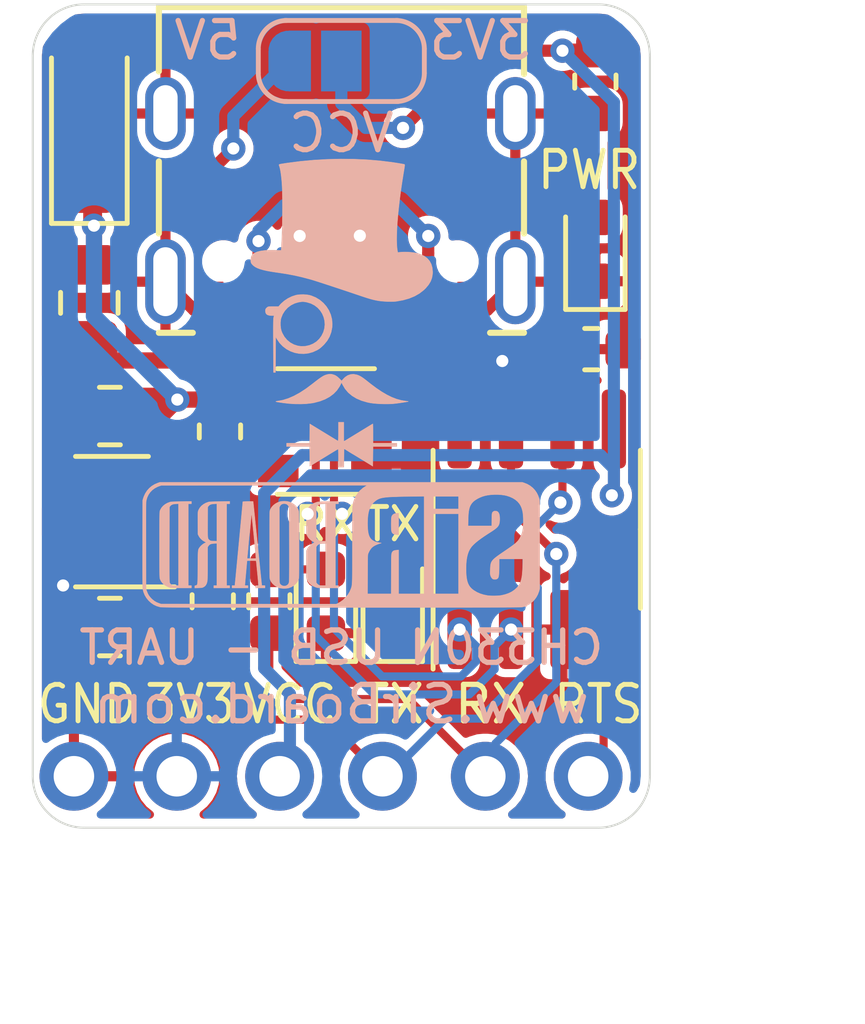
<source format=kicad_pcb>
(kicad_pcb (version 20171130) (host pcbnew "(5.1.2)-2")

  (general
    (thickness 1.6)
    (drawings 23)
    (tracks 178)
    (zones 0)
    (modules 20)
    (nets 19)
  )

  (page User 134.01 119.99)
  (title_block
    (title "CH330N USB to UART Converter")
    (date 2020-01-18)
    (rev 1)
    (company SirBoard)
    (comment 1 www.SirBoard.com)
  )

  (layers
    (0 F.Cu signal)
    (31 B.Cu signal)
    (32 B.Adhes user hide)
    (33 F.Adhes user hide)
    (34 B.Paste user hide)
    (35 F.Paste user hide)
    (36 B.SilkS user)
    (37 F.SilkS user)
    (38 B.Mask user hide)
    (39 F.Mask user hide)
    (40 Dwgs.User user)
    (41 Cmts.User user hide)
    (42 Eco1.User user hide)
    (43 Eco2.User user hide)
    (44 Edge.Cuts user)
    (45 Margin user hide)
    (46 B.CrtYd user hide)
    (47 F.CrtYd user hide)
    (48 B.Fab user hide)
    (49 F.Fab user hide)
  )

  (setup
    (last_trace_width 0.2)
    (user_trace_width 0.15)
    (user_trace_width 0.2)
    (user_trace_width 0.3)
    (user_trace_width 0.4)
    (user_trace_width 0.5)
    (user_trace_width 0.6)
    (trace_clearance 0.127)
    (zone_clearance 0.2)
    (zone_45_only no)
    (trace_min 0.127)
    (via_size 0.6)
    (via_drill 0.3)
    (via_min_size 0.4)
    (via_min_drill 0.3)
    (user_via 0.8 0.4)
    (uvia_size 0.3)
    (uvia_drill 0.1)
    (uvias_allowed no)
    (uvia_min_size 0.2)
    (uvia_min_drill 0.1)
    (edge_width 0.05)
    (segment_width 0.2)
    (pcb_text_width 0.3)
    (pcb_text_size 1.5 1.5)
    (mod_edge_width 0.12)
    (mod_text_size 1 1)
    (mod_text_width 0.15)
    (pad_size 1.7 1.7)
    (pad_drill 1)
    (pad_to_mask_clearance 0)
    (solder_mask_min_width 0.05)
    (aux_axis_origin 0 0)
    (visible_elements 7FFFFFFF)
    (pcbplotparams
      (layerselection 0x010f0_ffffffff)
      (usegerberextensions false)
      (usegerberattributes false)
      (usegerberadvancedattributes false)
      (creategerberjobfile false)
      (excludeedgelayer true)
      (linewidth 0.100000)
      (plotframeref false)
      (viasonmask false)
      (mode 1)
      (useauxorigin true)
      (hpglpennumber 1)
      (hpglpenspeed 20)
      (hpglpendiameter 15.000000)
      (psnegative false)
      (psa4output false)
      (plotreference true)
      (plotvalue false)
      (plotinvisibletext false)
      (padsonsilk false)
      (subtractmaskfromsilk false)
      (outputformat 1)
      (mirror false)
      (drillshape 0)
      (scaleselection 1)
      (outputdirectory "../../Gerbers/CH340G/"))
  )

  (net 0 "")
  (net 1 "Net-(PWR1-Pad2)")
  (net 2 GND)
  (net 3 VBUS)
  (net 4 VCC)
  (net 5 TX)
  (net 6 RX)
  (net 7 3V3)
  (net 8 RTS)
  (net 9 "Net-(P1-PadA5)")
  (net 10 "Net-(U2-Pad4)")
  (net 11 "Net-(P1-PadA8)")
  (net 12 "Net-(F1-Pad2)")
  (net 13 "Net-(R2-Pad2)")
  (net 14 "Net-(R3-Pad2)")
  (net 15 D-)
  (net 16 D+)
  (net 17 "Net-(P1-PadB5)")
  (net 18 "Net-(P1-PadB8)")

  (net_class Default "This is the default net class."
    (clearance 0.127)
    (trace_width 0.127)
    (via_dia 0.6)
    (via_drill 0.3)
    (uvia_dia 0.3)
    (uvia_drill 0.1)
    (add_net 3V3)
    (add_net D+)
    (add_net D-)
    (add_net GND)
    (add_net "Net-(F1-Pad2)")
    (add_net "Net-(P1-PadA5)")
    (add_net "Net-(P1-PadA8)")
    (add_net "Net-(P1-PadB5)")
    (add_net "Net-(P1-PadB8)")
    (add_net "Net-(PWR1-Pad2)")
    (add_net "Net-(R2-Pad2)")
    (add_net "Net-(R3-Pad2)")
    (add_net "Net-(U2-Pad4)")
    (add_net RTS)
    (add_net RX)
    (add_net TX)
    (add_net VBUS)
    (add_net VCC)
  )

  (module Package_SO:SOIC-8_3.9x4.9mm_P1.27mm (layer F.Cu) (tedit 5C97300E) (tstamp 5E22362B)
    (at 72.009 43.307 90)
    (descr "SOIC, 8 Pin (JEDEC MS-012AA, https://www.analog.com/media/en/package-pcb-resources/package/pkg_pdf/soic_narrow-r/r_8.pdf), generated with kicad-footprint-generator ipc_gullwing_generator.py")
    (tags "SOIC SO")
    (path /5E228889)
    (attr smd)
    (fp_text reference U1 (at 0 0 90) (layer F.SilkS) hide
      (effects (font (size 1 1) (thickness 0.15)))
    )
    (fp_text value CH330N (at 0 3.4 90) (layer F.Fab)
      (effects (font (size 1 1) (thickness 0.15)))
    )
    (fp_line (start 0 2.56) (end 1.95 2.56) (layer F.SilkS) (width 0.12))
    (fp_line (start 0 2.56) (end -1.95 2.56) (layer F.SilkS) (width 0.12))
    (fp_line (start 0 -2.56) (end 1.95 -2.56) (layer F.SilkS) (width 0.12))
    (fp_line (start 0 -2.56) (end -3.45 -2.56) (layer F.SilkS) (width 0.12))
    (fp_line (start -0.975 -2.45) (end 1.95 -2.45) (layer F.Fab) (width 0.1))
    (fp_line (start 1.95 -2.45) (end 1.95 2.45) (layer F.Fab) (width 0.1))
    (fp_line (start 1.95 2.45) (end -1.95 2.45) (layer F.Fab) (width 0.1))
    (fp_line (start -1.95 2.45) (end -1.95 -1.475) (layer F.Fab) (width 0.1))
    (fp_line (start -1.95 -1.475) (end -0.975 -2.45) (layer F.Fab) (width 0.1))
    (fp_line (start -3.7 -2.7) (end -3.7 2.7) (layer F.CrtYd) (width 0.05))
    (fp_line (start -3.7 2.7) (end 3.7 2.7) (layer F.CrtYd) (width 0.05))
    (fp_line (start 3.7 2.7) (end 3.7 -2.7) (layer F.CrtYd) (width 0.05))
    (fp_line (start 3.7 -2.7) (end -3.7 -2.7) (layer F.CrtYd) (width 0.05))
    (fp_text user %R (at 0 0 90) (layer F.Fab)
      (effects (font (size 0.98 0.98) (thickness 0.15)))
    )
    (pad 1 smd roundrect (at -2.475 -1.905 90) (size 1.95 0.6) (layers F.Cu F.Paste F.Mask) (roundrect_rratio 0.25)
      (net 16 D+))
    (pad 2 smd roundrect (at -2.475 -0.635 90) (size 1.95 0.6) (layers F.Cu F.Paste F.Mask) (roundrect_rratio 0.25)
      (net 15 D-))
    (pad 3 smd roundrect (at -2.475 0.635 90) (size 1.95 0.6) (layers F.Cu F.Paste F.Mask) (roundrect_rratio 0.25)
      (net 2 GND))
    (pad 4 smd roundrect (at -2.475 1.905 90) (size 1.95 0.6) (layers F.Cu F.Paste F.Mask) (roundrect_rratio 0.25)
      (net 8 RTS))
    (pad 5 smd roundrect (at 2.475 1.905 90) (size 1.95 0.6) (layers F.Cu F.Paste F.Mask) (roundrect_rratio 0.25)
      (net 4 VCC))
    (pad 6 smd roundrect (at 2.475 0.635 90) (size 1.95 0.6) (layers F.Cu F.Paste F.Mask) (roundrect_rratio 0.25)
      (net 5 TX))
    (pad 7 smd roundrect (at 2.475 -0.635 90) (size 1.95 0.6) (layers F.Cu F.Paste F.Mask) (roundrect_rratio 0.25)
      (net 6 RX))
    (pad 8 smd roundrect (at 2.475 -1.905 90) (size 1.95 0.6) (layers F.Cu F.Paste F.Mask) (roundrect_rratio 0.25)
      (net 7 3V3))
    (model ${KISYS3DMOD}/Package_SO.3dshapes/SOIC-8_3.9x4.9mm_P1.27mm.wrl
      (at (xyz 0 0 0))
      (scale (xyz 1 1 1))
      (rotate (xyz 0 0 0))
    )
  )

  (module SirBoardLibrary:SOT-143 (layer F.Cu) (tedit 5E21A4B0) (tstamp 5E2203A2)
    (at 66.802 40.894 90)
    (descr SOT-143)
    (tags SOT-143)
    (path /5E5751C6)
    (attr smd)
    (fp_text reference D1 (at 0.02 0.0254 90) (layer F.SilkS) hide
      (effects (font (size 1 1) (thickness 0.15)))
    )
    (fp_text value PRTR5V0U2X (at -0.28 2.48 90) (layer F.Fab)
      (effects (font (size 1 1) (thickness 0.15)))
    )
    (fp_line (start 1.75 2.05) (end -1.75 2.05) (layer F.CrtYd) (width 0.05))
    (fp_line (start 1.75 2.05) (end 1.75 -2.05) (layer F.CrtYd) (width 0.05))
    (fp_line (start -1.75 -2.05) (end -1.75 2.05) (layer F.CrtYd) (width 0.05))
    (fp_line (start -1.75 -2.05) (end 1.75 -2.05) (layer F.CrtYd) (width 0.05))
    (fp_line (start -1.5 -1.2) (end 1.5 -1.2) (layer F.Fab) (width 0.1))
    (fp_line (start 1.5 -1.2) (end 1.5 1.2) (layer F.Fab) (width 0.1))
    (fp_line (start 1.5 1.2) (end -1 1.2) (layer F.Fab) (width 0.1))
    (fp_line (start -1.5 0.7) (end -1.5 -1.2) (layer F.Fab) (width 0.1))
    (fp_line (start -1 1.2) (end -1.5 0.7) (layer F.Fab) (width 0.1))
    (fp_line (start -1.55 -1.2) (end -1.55 1.75) (layer F.SilkS) (width 0.12))
    (fp_line (start 1.55 1.2) (end 1.55 -1.2) (layer F.SilkS) (width 0.12))
    (pad 1 smd rect (at -0.7954 1.1238 90) (size 1.2 1) (layers F.Cu F.Paste F.Mask)
      (net 2 GND))
    (pad 2 smd rect (at 0.9246 1.1238 90) (size 0.8 1) (layers F.Cu F.Paste F.Mask)
      (net 16 D+))
    (pad 3 smd rect (at 0.9246 -1.1762 90) (size 0.8 1) (layers F.Cu F.Paste F.Mask)
      (net 15 D-))
    (pad 4 smd rect (at -0.9754 -1.1762 90) (size 0.8 1) (layers F.Cu F.Paste F.Mask)
      (net 3 VBUS))
    (model ${KISYS3DMOD}/Package_TO_SOT_SMD.3dshapes/SOT-143.wrl
      (at (xyz 0 0 0))
      (scale (xyz 1 1 1))
      (rotate (xyz 0 0 -90))
    )
  )

  (module Capacitor_SMD:C_0805_2012Metric (layer F.Cu) (tedit 5B36C52B) (tstamp 5E1F9605)
    (at 61.468 40.513 180)
    (descr "Capacitor SMD 0805 (2012 Metric), square (rectangular) end terminal, IPC_7351 nominal, (Body size source: https://docs.google.com/spreadsheets/d/1BsfQQcO9C6DZCsRaXUlFlo91Tg2WpOkGARC1WS5S8t0/edit?usp=sharing), generated with kicad-footprint-generator")
    (tags capacitor)
    (path /5E4982E1)
    (attr smd)
    (fp_text reference C6 (at 0 0) (layer F.SilkS) hide
      (effects (font (size 1 1) (thickness 0.15)))
    )
    (fp_text value 10uF (at 0 1.65) (layer F.Fab)
      (effects (font (size 1 1) (thickness 0.15)))
    )
    (fp_text user %R (at 0 0) (layer F.Fab)
      (effects (font (size 0.5 0.5) (thickness 0.08)))
    )
    (fp_line (start 1.68 0.95) (end -1.68 0.95) (layer F.CrtYd) (width 0.05))
    (fp_line (start 1.68 -0.95) (end 1.68 0.95) (layer F.CrtYd) (width 0.05))
    (fp_line (start -1.68 -0.95) (end 1.68 -0.95) (layer F.CrtYd) (width 0.05))
    (fp_line (start -1.68 0.95) (end -1.68 -0.95) (layer F.CrtYd) (width 0.05))
    (fp_line (start -0.258578 0.71) (end 0.258578 0.71) (layer F.SilkS) (width 0.12))
    (fp_line (start -0.258578 -0.71) (end 0.258578 -0.71) (layer F.SilkS) (width 0.12))
    (fp_line (start 1 0.6) (end -1 0.6) (layer F.Fab) (width 0.1))
    (fp_line (start 1 -0.6) (end 1 0.6) (layer F.Fab) (width 0.1))
    (fp_line (start -1 -0.6) (end 1 -0.6) (layer F.Fab) (width 0.1))
    (fp_line (start -1 0.6) (end -1 -0.6) (layer F.Fab) (width 0.1))
    (pad 2 smd roundrect (at 0.9375 0 180) (size 0.975 1.4) (layers F.Cu F.Paste F.Mask) (roundrect_rratio 0.25)
      (net 2 GND))
    (pad 1 smd roundrect (at -0.9375 0 180) (size 0.975 1.4) (layers F.Cu F.Paste F.Mask) (roundrect_rratio 0.25)
      (net 3 VBUS))
    (model ${KISYS3DMOD}/Capacitor_SMD.3dshapes/C_0805_2012Metric.wrl
      (at (xyz 0 0 0))
      (scale (xyz 1 1 1))
      (rotate (xyz 0 0 0))
    )
  )

  (module SirBoardLibrary:USB_C (layer F.Cu) (tedit 5E21A1EC) (tstamp 5E21F07E)
    (at 70.3737 38.4834 180)
    (descr "U.FL-R-SMT(01)")
    (tags Connector)
    (path /5E46A613)
    (attr smd)
    (fp_text reference P1 (at 3.2415 5.4126) (layer F.SilkS) hide
      (effects (font (size 1.27 1.27) (thickness 0.254)))
    )
    (fp_text value USB_C_Plug_USB2.0 (at 3.3135 9.7881) (layer F.Fab) hide
      (effects (font (size 1.27 1.27) (thickness 0.254)))
    )
    (fp_line (start -1.7018 8.1534) (end -1.7018 -0.2286) (layer F.CrtYd) (width 0.12))
    (fp_line (start 8.2042 8.1788) (end -1.7018 8.1534) (layer F.CrtYd) (width 0.12))
    (fp_line (start 8.2042 -0.254) (end 8.2042 8.1788) (layer F.CrtYd) (width 0.12))
    (fp_line (start -1.7018 -0.2286) (end 8.2042 -0.254) (layer F.CrtYd) (width 0.12))
    (fp_line (start 6.858 0.0254) (end 7.6962 0.0254) (layer F.SilkS) (width 0.15))
    (fp_line (start -1.3208 0.0254) (end -0.4826 0.0254) (layer F.SilkS) (width 0.15))
    (fp_line (start 7.6962 6.477) (end 7.6962 8.0645) (layer F.SilkS) (width 0.15))
    (fp_line (start 7.6962 8.0645) (end -1.3208 8.0645) (layer F.SilkS) (width 0.15))
    (fp_line (start -1.3208 8.0645) (end -1.3208 6.4135) (layer F.SilkS) (width 0.15))
    (fp_line (start 0.2286 8.0772) (end 0.7366 8.0645) (layer F.SilkS) (width 0.15))
    (fp_line (start -1.3208 4.2545) (end -1.3208 2.4765) (layer F.SilkS) (width 0.15))
    (fp_line (start 7.6962 2.4765) (end 7.6962 4.2545) (layer F.SilkS) (width 0.15))
    (pad B4 smd rect (at 5.4558 0.5866 180) (size 0.31 1.4) (layers F.Cu F.Paste F.Mask)
      (net 12 "Net-(F1-Pad2)"))
    (pad B1 smd rect (at 6.2585 0.5866 180) (size 0.31 1.4) (layers F.Cu F.Paste F.Mask)
      (net 2 GND))
    (pad B9 smd rect (at 0.9685 0.5842 180) (size 0.31 1.4) (layers F.Cu F.Paste F.Mask)
      (net 12 "Net-(F1-Pad2)"))
    (pad B12 smd rect (at 0.1685 0.5842 180) (size 0.31 1.4) (layers F.Cu F.Paste F.Mask)
      (net 2 GND))
    (pad A1 smd rect (at -0.1415 0.5866 180) (size 0.31 1.4) (layers F.Cu F.Paste F.Mask)
      (net 2 GND))
    (pad A12 smd rect (at 6.5685 0.5866 180) (size 0.31 1.4) (layers F.Cu F.Paste F.Mask)
      (net 2 GND))
    (pad "" np_thru_hole circle (at 0.3235 1.7866 180) (size 0.65 0.65) (drill oval 0.65) (layers *.Cu *.Mask))
    (pad "" np_thru_hole circle (at 6.1035 1.7866 180) (size 0.65 0.65) (drill oval 0.65) (layers *.Cu *.Mask))
    (pad S1 thru_hole oval (at -1.1065 5.4366 180) (size 1 1.8) (drill oval 0.6 1.4) (layers *.Cu *.Mask)
      (net 2 GND))
    (pad S1 thru_hole oval (at 7.5335 5.4366 180) (size 1 1.8) (drill oval 0.6 1.4) (layers *.Cu *.Mask)
      (net 2 GND))
    (pad S1 thru_hole oval (at 7.5335 1.2866 180) (size 1 2.1) (drill oval 0.6 1.7) (layers *.Cu *.Mask)
      (net 2 GND))
    (pad S1 thru_hole oval (at -1.1065 1.2866 180) (size 1 2.1) (drill oval 0.6 1.7) (layers *.Cu *.Mask)
      (net 2 GND))
    (pad B5 smd rect (at 4.9635 0.5866 180) (size 0.32 1.4) (layers F.Cu F.Paste F.Mask)
      (net 17 "Net-(P1-PadB5)"))
    (pad A8 smd rect (at 4.4635 0.5866 180) (size 0.32 1.4) (layers F.Cu F.Paste F.Mask)
      (net 11 "Net-(P1-PadA8)"))
    (pad B6 smd rect (at 3.9635 0.5866 180) (size 0.32 1.4) (layers F.Cu F.Paste F.Mask)
      (net 16 D+))
    (pad A7 smd rect (at 3.4635 0.5866 180) (size 0.32 1.4) (layers F.Cu F.Paste F.Mask)
      (net 15 D-))
    (pad A6 smd rect (at 2.9635 0.5866 180) (size 0.32 1.4) (layers F.Cu F.Paste F.Mask)
      (net 16 D+))
    (pad B7 smd rect (at 2.4635 0.5866 180) (size 0.32 1.4) (layers F.Cu F.Paste F.Mask)
      (net 15 D-))
    (pad A5 smd rect (at 1.9635 0.5866 180) (size 0.32 1.4) (layers F.Cu F.Paste F.Mask)
      (net 9 "Net-(P1-PadA5)"))
    (pad B8 smd rect (at 1.4635 0.5866 180) (size 0.32 1.4) (layers F.Cu F.Paste F.Mask)
      (net 18 "Net-(P1-PadB8)"))
    (pad A9 smd rect (at 5.7685 0.5866 180) (size 0.31 1.4) (layers F.Cu F.Paste F.Mask)
      (net 12 "Net-(F1-Pad2)"))
    (pad A4 smd rect (at 0.6585 0.5866 180) (size 0.31 1.4) (layers F.Cu F.Paste F.Mask)
      (net 12 "Net-(F1-Pad2)"))
  )

  (module Capacitor_SMD:C_0603_1608Metric (layer F.Cu) (tedit 5B301BBE) (tstamp 5E221751)
    (at 73.3552 38.862 180)
    (descr "Capacitor SMD 0603 (1608 Metric), square (rectangular) end terminal, IPC_7351 nominal, (Body size source: http://www.tortai-tech.com/upload/download/2011102023233369053.pdf), generated with kicad-footprint-generator")
    (tags capacitor)
    (path /5E264C8E)
    (attr smd)
    (fp_text reference C1 (at 0 0 180) (layer F.SilkS) hide
      (effects (font (size 1 1) (thickness 0.15)))
    )
    (fp_text value 100nF (at 0 1.43) (layer F.Fab)
      (effects (font (size 1 1) (thickness 0.15)))
    )
    (fp_line (start -0.8 0.4) (end -0.8 -0.4) (layer F.Fab) (width 0.1))
    (fp_line (start -0.8 -0.4) (end 0.8 -0.4) (layer F.Fab) (width 0.1))
    (fp_line (start 0.8 -0.4) (end 0.8 0.4) (layer F.Fab) (width 0.1))
    (fp_line (start 0.8 0.4) (end -0.8 0.4) (layer F.Fab) (width 0.1))
    (fp_line (start -0.162779 -0.51) (end 0.162779 -0.51) (layer F.SilkS) (width 0.12))
    (fp_line (start -0.162779 0.51) (end 0.162779 0.51) (layer F.SilkS) (width 0.12))
    (fp_line (start -1.48 0.73) (end -1.48 -0.73) (layer F.CrtYd) (width 0.05))
    (fp_line (start -1.48 -0.73) (end 1.48 -0.73) (layer F.CrtYd) (width 0.05))
    (fp_line (start 1.48 -0.73) (end 1.48 0.73) (layer F.CrtYd) (width 0.05))
    (fp_line (start 1.48 0.73) (end -1.48 0.73) (layer F.CrtYd) (width 0.05))
    (fp_text user %R (at 0 0) (layer F.Fab)
      (effects (font (size 0.4 0.4) (thickness 0.06)))
    )
    (pad 1 smd roundrect (at -0.7875 0 180) (size 0.875 0.95) (layers F.Cu F.Paste F.Mask) (roundrect_rratio 0.25)
      (net 2 GND))
    (pad 2 smd roundrect (at 0.7875 0 180) (size 0.875 0.95) (layers F.Cu F.Paste F.Mask) (roundrect_rratio 0.25)
      (net 7 3V3))
    (model ${KISYS3DMOD}/Capacitor_SMD.3dshapes/C_0603_1608Metric.wrl
      (at (xyz 0 0 0))
      (scale (xyz 1 1 1))
      (rotate (xyz 0 0 0))
    )
  )

  (module logo:SirBoard98x31 (layer B.Cu) (tedit 0) (tstamp 5D267E3D)
    (at 67.183 43.688 180)
    (fp_text reference G*** (at 0 0 180) (layer B.SilkS) hide
      (effects (font (size 1.524 1.524) (thickness 0.3)) (justify mirror))
    )
    (fp_text value LOGO (at 0.75 0 180) (layer B.SilkS) hide
      (effects (font (size 1.524 1.524) (thickness 0.3)) (justify mirror))
    )
    (fp_poly (pts (xy 4.530725 1.522535) (xy 4.608848 1.489407) (xy 4.679637 1.446151) (xy 4.742476 1.393417)
      (xy 4.79675 1.331856) (xy 4.841842 1.262117) (xy 4.877138 1.184849) (xy 4.891464 1.141743)
      (xy 4.905033 1.095375) (xy 4.906966 0.0254) (xy 4.907214 -0.131001) (xy 4.907368 -0.274883)
      (xy 4.907429 -0.406428) (xy 4.907395 -0.525817) (xy 4.907266 -0.633229) (xy 4.907041 -0.728848)
      (xy 4.906719 -0.812852) (xy 4.906298 -0.885425) (xy 4.90578 -0.946746) (xy 4.905162 -0.996996)
      (xy 4.904443 -1.036357) (xy 4.903624 -1.06501) (xy 4.902703 -1.083136) (xy 4.902103 -1.089025)
      (xy 4.883697 -1.167889) (xy 4.853409 -1.242872) (xy 4.811716 -1.313018) (xy 4.759095 -1.37737)
      (xy 4.757433 -1.379117) (xy 4.69677 -1.434836) (xy 4.631964 -1.478908) (xy 4.561699 -1.51207)
      (xy 4.484656 -1.535055) (xy 4.473986 -1.537353) (xy 4.470046 -1.538117) (xy 4.465609 -1.538847)
      (xy 4.460392 -1.539545) (xy 4.454113 -1.54021) (xy 4.446492 -1.540845) (xy 4.437247 -1.541448)
      (xy 4.426095 -1.542022) (xy 4.412756 -1.542566) (xy 4.396948 -1.543082) (xy 4.37839 -1.54357)
      (xy 4.3568 -1.544031) (xy 4.331895 -1.544466) (xy 4.303396 -1.544875) (xy 4.27102 -1.545259)
      (xy 4.234486 -1.545619) (xy 4.193512 -1.545956) (xy 4.147816 -1.546269) (xy 4.097118 -1.546561)
      (xy 4.041135 -1.546831) (xy 3.979586 -1.547081) (xy 3.912189 -1.547311) (xy 3.838664 -1.547521)
      (xy 3.758727 -1.547714) (xy 3.672099 -1.547888) (xy 3.578496 -1.548046) (xy 3.477639 -1.548187)
      (xy 3.369244 -1.548312) (xy 3.253031 -1.548423) (xy 3.128718 -1.548519) (xy 2.996024 -1.548603)
      (xy 2.854666 -1.548673) (xy 2.704364 -1.548731) (xy 2.544835 -1.548778) (xy 2.375799 -1.548815)
      (xy 2.196974 -1.548842) (xy 2.008077 -1.548859) (xy 1.808829 -1.548868) (xy 1.598946 -1.54887)
      (xy 1.378148 -1.548864) (xy 1.146153 -1.548852) (xy 0.902679 -1.548835) (xy 0.647445 -1.548813)
      (xy 0.38017 -1.548787) (xy 0.100571 -1.548757) (xy 0.003175 -1.548746) (xy -0.285254 -1.548712)
      (xy -0.561248 -1.548673) (xy -0.825074 -1.548628) (xy -1.076999 -1.548578) (xy -1.317287 -1.548522)
      (xy -1.546205 -1.54846) (xy -1.764018 -1.548389) (xy -1.970994 -1.548311) (xy -2.167397 -1.548225)
      (xy -2.353495 -1.548129) (xy -2.529551 -1.548024) (xy -2.695834 -1.547908) (xy -2.852608 -1.547782)
      (xy -3.00014 -1.547645) (xy -3.138696 -1.547496) (xy -3.268541 -1.547334) (xy -3.389941 -1.547159)
      (xy -3.503164 -1.546971) (xy -3.608473 -1.546769) (xy -3.706137 -1.546552) (xy -3.796419 -1.54632)
      (xy -3.879587 -1.546073) (xy -3.955907 -1.545809) (xy -4.025644 -1.545528) (xy -4.089064 -1.545229)
      (xy -4.146434 -1.544913) (xy -4.198019 -1.544578) (xy -4.244085 -1.544224) (xy -4.284898 -1.54385)
      (xy -4.320725 -1.543456) (xy -4.351831 -1.543041) (xy -4.378481 -1.542604) (xy -4.400944 -1.542146)
      (xy -4.419483 -1.541665) (xy -4.434365 -1.541162) (xy -4.445856 -1.540634) (xy -4.454223 -1.540083)
      (xy -4.45973 -1.539506) (xy -4.460875 -1.539327) (xy -4.48681 -1.534305) (xy -4.509422 -1.529107)
      (xy -4.524518 -1.524715) (xy -4.526262 -1.524021) (xy -4.539883 -1.518929) (xy -4.546254 -1.518177)
      (xy -4.543314 -1.521854) (xy -4.541011 -1.523395) (xy -4.538719 -1.527149) (xy -4.548479 -1.528094)
      (xy -4.551686 -1.527969) (xy -4.567061 -1.525765) (xy -4.576132 -1.521985) (xy -4.575831 -1.519572)
      (xy -4.570862 -1.520922) (xy -4.560283 -1.521434) (xy -4.556941 -1.518969) (xy -4.55997 -1.513249)
      (xy -4.571795 -1.505423) (xy -4.580111 -1.501422) (xy -4.648451 -1.464939) (xy -4.710897 -1.417968)
      (xy -4.766405 -1.361759) (xy -4.813934 -1.297559) (xy -4.852441 -1.226619) (xy -4.880882 -1.150186)
      (xy -4.884664 -1.13665) (xy -4.899025 -1.082675) (xy -4.899025 -0.003175) (xy -4.89902 0.134546)
      (xy -4.898998 0.260153) (xy -4.898955 0.37423) (xy -4.898885 0.477364) (xy -4.898795 0.558991)
      (xy -4.494436 0.558991) (xy -4.493843 0.532421) (xy -4.490991 0.463053) (xy -4.486167 0.403864)
      (xy -4.478874 0.352414) (xy -4.468613 0.306269) (xy -4.454885 0.26299) (xy -4.437193 0.220141)
      (xy -4.424597 0.193885) (xy -4.40952 0.165159) (xy -4.393945 0.13889) (xy -4.376887 0.114188)
      (xy -4.35736 0.09016) (xy -4.334378 0.065914) (xy -4.306955 0.040558) (xy -4.274106 0.013202)
      (xy -4.234844 -0.017048) (xy -4.188183 -0.051083) (xy -4.133139 -0.089795) (xy -4.068724 -0.134075)
      (xy -4.041775 -0.152418) (xy -3.971783 -0.200077) (xy -3.911578 -0.241619) (xy -3.860409 -0.278011)
      (xy -3.817523 -0.310221) (xy -3.782166 -0.339216) (xy -3.753587 -0.365962) (xy -3.731031 -0.391427)
      (xy -3.713747 -0.416578) (xy -3.700981 -0.442381) (xy -3.691982 -0.469804) (xy -3.685995 -0.499814)
      (xy -3.682268 -0.533378) (xy -3.680049 -0.571463) (xy -3.678585 -0.615036) (xy -3.678468 -0.619125)
      (xy -3.677403 -0.660763) (xy -3.677019 -0.692097) (xy -3.677474 -0.715509) (xy -3.67893 -0.733384)
      (xy -3.681547 -0.748106) (xy -3.685484 -0.762059) (xy -3.688698 -0.771481) (xy -3.700506 -0.797793)
      (xy -3.715351 -0.821341) (xy -3.72337 -0.830733) (xy -3.738064 -0.843503) (xy -3.753028 -0.850599)
      (xy -3.773635 -0.854245) (xy -3.782046 -0.855026) (xy -3.818838 -0.853726) (xy -3.84758 -0.842848)
      (xy -3.868891 -0.8221) (xy -3.875754 -0.810408) (xy -3.882431 -0.789562) (xy -3.887962 -0.756103)
      (xy -3.892346 -0.710066) (xy -3.89558 -0.651488) (xy -3.897662 -0.580404) (xy -3.898588 -0.496849)
      (xy -3.898626 -0.484187) (xy -3.8989 -0.34925) (xy -4.4831 -0.34925) (xy -4.48296 -0.404812)
      (xy -4.482361 -0.448554) (xy -4.480868 -0.498122) (xy -4.478633 -0.550947) (xy -4.475807 -0.604465)
      (xy -4.472542 -0.656106) (xy -4.468989 -0.703305) (xy -4.465301 -0.743494) (xy -4.461628 -0.774107)
      (xy -4.460851 -0.779213) (xy -4.447357 -0.84902) (xy -4.430502 -0.908537) (xy -4.409306 -0.959949)
      (xy -4.382788 -1.005443) (xy -4.349965 -1.047202) (xy -4.331915 -1.066328) (xy -4.272602 -1.118873)
      (xy -4.20719 -1.16281) (xy -4.13446 -1.198731) (xy -4.05319 -1.227231) (xy -3.962161 -1.248902)
      (xy -3.952875 -1.250643) (xy -3.912484 -1.25621) (xy -3.863082 -1.260157) (xy -3.80826 -1.262442)
      (xy -3.751611 -1.263024) (xy -3.696726 -1.261859) (xy -3.647194 -1.258907) (xy -3.609975 -1.254658)
      (xy -3.515833 -1.235966) (xy -3.430585 -1.209822) (xy -3.35234 -1.175487) (xy -3.279209 -1.132219)
      (xy -3.255608 -1.115659) (xy -3.214893 -1.082201) (xy -3.180334 -1.045194) (xy -3.151565 -1.003549)
      (xy -3.128217 -0.956175) (xy -3.109925 -0.901982) (xy -3.096322 -0.839879) (xy -3.08704 -0.768777)
      (xy -3.081713 -0.687586) (xy -3.079974 -0.595216) (xy -3.079974 -0.593725) (xy -3.082382 -0.488797)
      (xy -3.089816 -0.394729) (xy -3.102531 -0.310609) (xy -3.12078 -0.235528) (xy -3.144817 -0.168575)
      (xy -3.174896 -0.108841) (xy -3.21127 -0.055414) (xy -3.239263 -0.022723) (xy -3.279799 0.017712)
      (xy -3.328178 0.06046) (xy -3.385078 0.106033) (xy -3.451179 0.15494) (xy -3.527159 0.207691)
      (xy -3.613695 0.264796) (xy -3.666361 0.29845) (xy -3.722709 0.334698) (xy -3.768986 0.366047)
      (xy -3.806311 0.393602) (xy -3.835803 0.418472) (xy -3.858581 0.441764) (xy -3.875764 0.464582)
      (xy -3.888471 0.488036) (xy -3.897822 0.513231) (xy -3.902961 0.532464) (xy -3.90836 0.565315)
      (xy -3.911267 0.604712) (xy -3.911754 0.646895) (xy -3.909889 0.688107) (xy -3.905743 0.724586)
      (xy -3.899385 0.752575) (xy -3.898847 0.754153) (xy -3.883982 0.787682) (xy -3.865877 0.810343)
      (xy -3.842561 0.8239) (xy -3.814387 0.829898) (xy -3.791784 0.831313) (xy -3.776113 0.829082)
      (xy -3.761866 0.822126) (xy -3.756463 0.818559) (xy -3.745247 0.810399) (xy -3.736463 0.802028)
      (xy -3.729786 0.791834) (xy -3.724891 0.778201) (xy -3.721454 0.759517) (xy -3.71915 0.734168)
      (xy -3.717655 0.700539) (xy -3.716643 0.657017) (xy -3.716016 0.617538) (xy -3.713758 0.463551)
      (xy -3.42132 0.463551) (xy -3.128881 0.46355) (xy -3.132322 0.617538) (xy -3.134922 0.696157)
      (xy -3.139069 0.762) (xy -2.8956 0.762) (xy -2.8956 -1.21285) (xy -2.2733 -1.21285)
      (xy -2.0447 -1.21285) (xy -1.41605 -1.21285) (xy -1.41605 -0.131535) (xy -1.365509 -0.134999)
      (xy -1.324309 -0.140096) (xy -1.293427 -0.149689) (xy -1.27094 -0.164892) (xy -1.254925 -0.18682)
      (xy -1.247775 -0.203244) (xy -1.24542 -0.210109) (xy -1.243369 -0.217479) (xy -1.241598 -0.226255)
      (xy -1.240082 -0.237333) (xy -1.238796 -0.251613) (xy -1.237715 -0.269993) (xy -1.236813 -0.293372)
      (xy -1.236066 -0.322649) (xy -1.235449 -0.358722) (xy -1.234936 -0.402489) (xy -1.234504 -0.45485)
      (xy -1.234125 -0.516703) (xy -1.233777 -0.588946) (xy -1.233433 -0.672479) (xy -1.233229 -0.725487)
      (xy -1.231382 -1.21285) (xy -0.64704 -1.21285) (xy -0.648958 -0.731837) (xy -0.649319 -0.642306)
      (xy -0.649659 -0.564566) (xy -0.650004 -0.497708) (xy -0.650385 -0.440825) (xy -0.650828 -0.393008)
      (xy -0.651363 -0.353347) (xy -0.652017 -0.320935) (xy -0.652818 -0.294863) (xy -0.653796 -0.274223)
      (xy -0.654977 -0.258105) (xy -0.656392 -0.245601) (xy -0.658066 -0.235803) (xy -0.66003 -0.227801)
      (xy -0.662311 -0.220689) (xy -0.664938 -0.213556) (xy -0.665089 -0.213155) (xy -0.695206 -0.149578)
      (xy -0.734472 -0.093169) (xy -0.752684 -0.072864) (xy -0.784736 -0.045912) (xy -0.827083 -0.019924)
      (xy -0.877321 0.00383) (xy -0.933051 0.024079) (xy -0.9398 0.026155) (xy -0.987425 0.040526)
      (xy -0.938709 0.048163) (xy -0.87542 0.061209) (xy -0.822466 0.079162) (xy -0.778208 0.102702)
      (xy -0.745682 0.128088) (xy -0.720053 0.156055) (xy -0.698766 0.189262) (xy -0.681561 0.228777)
      (xy -0.668183 0.275665) (xy -0.658373 0.330993) (xy -0.651876 0.395827) (xy -0.648433 0.471235)
      (xy -0.6477 0.534515) (xy -0.650319 0.634286) (xy -0.658359 0.723272) (xy -0.672101 0.802302)
      (xy -0.691824 0.872205) (xy -0.717807 0.933807) (xy -0.75033 0.987937) (xy -0.78967 1.035422)
      (xy -0.828675 1.071176) (xy -0.851342 1.088771) (xy -0.87416 1.104473) (xy -0.897965 1.118398)
      (xy -0.92359 1.130665) (xy -0.95187 1.141391) (xy -0.983641 1.150694) (xy -1.019736 1.158691)
      (xy -1.060989 1.1655) (xy -1.108236 1.17124) (xy -1.162311 1.176027) (xy -1.224048 1.179979)
      (xy -1.294282 1.183214) (xy -1.373847 1.185849) (xy -1.463578 1.188003) (xy -1.564309 1.189793)
      (xy -1.676875 1.191336) (xy -1.681163 1.191388) (xy -2.0447 1.195824) (xy -2.0447 -1.21285)
      (xy -2.2733 -1.21285) (xy -2.2733 0.762) (xy -2.8956 0.762) (xy -3.139069 0.762)
      (xy -3.139173 0.763647) (xy -3.145428 0.821511) (xy -3.154043 0.871255) (xy -3.165371 0.914382)
      (xy -3.179766 0.952396) (xy -3.197582 0.986803) (xy -3.219174 1.019106) (xy -3.230206 1.033344)
      (xy -3.264546 1.068618) (xy -3.309327 1.103189) (xy -3.362302 1.135808) (xy -3.421224 1.165228)
      (xy -3.483846 1.190198) (xy -3.495776 1.1938) (xy -2.8956 1.1938) (xy -2.8956 0.88265)
      (xy -2.2733 0.88265) (xy -2.2733 1.1938) (xy -2.8956 1.1938) (xy -3.495776 1.1938)
      (xy -3.546475 1.209106) (xy -3.619511 1.223816) (xy -3.699869 1.233491) (xy -3.784255 1.238123)
      (xy -3.869371 1.237705) (xy -3.951923 1.232229) (xy -4.028614 1.221687) (xy -4.080519 1.210394)
      (xy -4.162139 1.184218) (xy -4.235774 1.150555) (xy -4.300536 1.109965) (xy -4.355537 1.063008)
      (xy -4.399891 1.010245) (xy -4.401729 1.007587) (xy -4.429261 0.961946) (xy -4.451607 0.912339)
      (xy -4.469021 0.857456) (xy -4.481758 0.795989) (xy -4.49007 0.726629) (xy -4.494211 0.648066)
      (xy -4.494436 0.558991) (xy -4.898795 0.558991) (xy -4.898782 0.570139) (xy -4.89864 0.653143)
      (xy -4.898453 0.726959) (xy -4.898216 0.792173) (xy -4.897922 0.849371) (xy -4.897566 0.899139)
      (xy -4.897142 0.942062) (xy -4.896644 0.978724) (xy -4.896066 1.009713) (xy -4.895402 1.035613)
      (xy -4.894647 1.05701) (xy -4.893795 1.074489) (xy -4.89284 1.088636) (xy -4.891776 1.100036)
      (xy -4.890597 1.109274) (xy -4.889297 1.116937) (xy -4.887871 1.12361) (xy -4.887791 1.12395)
      (xy -4.862701 1.203547) (xy -4.826793 1.277143) (xy -4.780853 1.343895) (xy -4.725669 1.402957)
      (xy -4.66203 1.453484) (xy -4.639012 1.466767) (xy -0.644525 1.466767) (xy -0.603395 1.443845)
      (xy -0.530711 1.396164) (xy -0.465318 1.338578) (xy -0.408088 1.272139) (xy -0.359891 1.197899)
      (xy -0.321597 1.116909) (xy -0.31243 1.0922) (xy -0.30721 1.077344) (xy -0.302473 1.063684)
      (xy -0.298195 1.050571) (xy -0.294352 1.037353) (xy -0.290922 1.023378) (xy -0.287881 1.007995)
      (xy -0.285205 0.990551) (xy -0.282871 0.970396) (xy -0.280856 0.946879) (xy -0.279136 0.919346)
      (xy -0.277688 0.887148) (xy -0.276489 0.849632) (xy -0.275515 0.806146) (xy -0.274743 0.75604)
      (xy -0.274149 0.698662) (xy -0.273711 0.63336) (xy -0.273404 0.559483) (xy -0.273205 0.476378)
      (xy -0.273092 0.383396) (xy -0.27304 0.279883) (xy -0.273026 0.165189) (xy -0.273027 0.038661)
      (xy -0.273026 -0.005881) (xy -0.273021 -0.136238) (xy -0.273002 -0.25454) (xy -0.272948 -0.361433)
      (xy -0.272841 -0.457561) (xy -0.272662 -0.543569) (xy -0.272392 -0.620104) (xy -0.272013 -0.687809)
      (xy -0.271505 -0.747331) (xy -0.27085 -0.799314) (xy -0.270029 -0.844404) (xy -0.269022 -0.883245)
      (xy -0.267811 -0.916483) (xy -0.266377 -0.944764) (xy -0.264701 -0.968731) (xy -0.262764 -0.989031)
      (xy -0.260547 -1.006308) (xy -0.258031 -1.021208) (xy -0.255198 -1.034376) (xy -0.252029 -1.046457)
      (xy -0.248504 -1.058097) (xy -0.244605 -1.069939) (xy -0.241587 -1.078858) (xy -0.207563 -1.15984)
      (xy -0.16265 -1.235062) (xy -0.107747 -1.303492) (xy -0.043754 -1.364096) (xy 0.02843 -1.415844)
      (xy 0.074402 -1.441754) (xy 0.123686 -1.466958) (xy 2.289105 -1.465316) (xy 4.454525 -1.463675)
      (xy 4.505325 -1.446374) (xy 4.565164 -1.421891) (xy 4.618163 -1.390788) (xy 4.668142 -1.350656)
      (xy 4.689473 -1.330206) (xy 4.727142 -1.28942) (xy 4.756348 -1.24996) (xy 4.779925 -1.207351)
      (xy 4.800709 -1.157116) (xy 4.802919 -1.151008) (xy 4.822825 -1.095375) (xy 4.8246 -0.0254)
      (xy 4.82482 0.112864) (xy 4.824997 0.239005) (xy 4.825126 0.353603) (xy 4.825203 0.457236)
      (xy 4.825225 0.550481) (xy 4.825188 0.633916) (xy 4.825086 0.708121) (xy 4.824916 0.773672)
      (xy 4.824673 0.831149) (xy 4.824354 0.881129) (xy 4.823955 0.92419) (xy 4.82347 0.960911)
      (xy 4.822897 0.991869) (xy 4.82223 1.017643) (xy 4.821466 1.038811) (xy 4.820601 1.055952)
      (xy 4.81963 1.069642) (xy 4.818549 1.08046) (xy 4.817354 1.088985) (xy 4.816537 1.093454)
      (xy 4.795511 1.167041) (xy 4.76359 1.234575) (xy 4.721381 1.29539) (xy 4.669489 1.348824)
      (xy 4.608521 1.39421) (xy 4.539081 1.430885) (xy 4.492625 1.448761) (xy 4.448175 1.463675)
      (xy -0.644525 1.466767) (xy -4.639012 1.466767) (xy -4.590723 1.494632) (xy -4.513682 1.525194)
      (xy -4.467225 1.539875) (xy 4.479925 1.539875) (xy 4.530725 1.522535)) (layer B.SilkS) (width 0.01))
    (fp_poly (pts (xy 1.447906 1.072203) (xy 1.495528 1.066412) (xy 1.51895 1.060986) (xy 1.579263 1.038398)
      (xy 1.634065 1.007305) (xy 1.681802 0.969054) (xy 1.720915 0.924992) (xy 1.749851 0.876466)
      (xy 1.759328 0.852974) (xy 1.761114 0.84747) (xy 1.762719 0.841435) (xy 1.764152 0.834196)
      (xy 1.765423 0.82508) (xy 1.766542 0.813412) (xy 1.767518 0.79852) (xy 1.768362 0.779728)
      (xy 1.769082 0.756365) (xy 1.769689 0.727756) (xy 1.770192 0.693227) (xy 1.770601 0.652104)
      (xy 1.770925 0.603715) (xy 1.771175 0.547385) (xy 1.77136 0.482441) (xy 1.77149 0.408209)
      (xy 1.771574 0.324016) (xy 1.771622 0.229187) (xy 1.771644 0.123049) (xy 1.771649 0.004929)
      (xy 1.77165 -0.003175) (xy 1.771645 -0.122096) (xy 1.771624 -0.228992) (xy 1.771578 -0.324535)
      (xy 1.771497 -0.409399) (xy 1.77137 -0.484258) (xy 1.771189 -0.549785) (xy 1.770944 -0.606653)
      (xy 1.770624 -0.655538) (xy 1.770221 -0.697112) (xy 1.769724 -0.732049) (xy 1.769125 -0.761022)
      (xy 1.768412 -0.784706) (xy 1.767577 -0.803774) (xy 1.76661 -0.818899) (xy 1.7655 -0.830756)
      (xy 1.764239 -0.840017) (xy 1.762817 -0.847357) (xy 1.761224 -0.85345) (xy 1.75945 -0.858968)
      (xy 1.759328 -0.859323) (xy 1.735588 -0.909572) (xy 1.701042 -0.955999) (xy 1.657354 -0.997185)
      (xy 1.606192 -1.03171) (xy 1.549218 -1.058153) (xy 1.512748 -1.069599) (xy 1.478453 -1.075652)
      (xy 1.436821 -1.078735) (xy 1.392283 -1.078899) (xy 1.349271 -1.076192) (xy 1.312216 -1.070662)
      (xy 1.298575 -1.067239) (xy 1.236844 -1.044185) (xy 1.183808 -1.013859) (xy 1.13678 -0.974635)
      (xy 1.123747 -0.961216) (xy 1.095717 -0.928091) (xy 1.075431 -0.896108) (xy 1.059672 -0.859994)
      (xy 1.056469 -0.8509) (xy 1.054736 -0.845403) (xy 1.053179 -0.839177) (xy 1.05179 -0.831546)
      (xy 1.050559 -0.821835) (xy 1.049476 -0.809368) (xy 1.048532 -0.793468) (xy 1.047717 -0.77346)
      (xy 1.047022 -0.748669) (xy 1.046437 -0.718417) (xy 1.045953 -0.682031) (xy 1.045561 -0.638833)
      (xy 1.045251 -0.588148) (xy 1.045013 -0.5293) (xy 1.044838 -0.461614) (xy 1.044716 -0.384413)
      (xy 1.044638 -0.297022) (xy 1.04462 -0.25572) (xy 1.283856 -0.25572) (xy 1.283865 -0.375005)
      (xy 1.283986 -0.48294) (xy 1.284219 -0.579375) (xy 1.284563 -0.664159) (xy 1.285018 -0.737142)
      (xy 1.285582 -0.798174) (xy 1.286256 -0.847104) (xy 1.287037 -0.883782) (xy 1.287925 -0.908058)
      (xy 1.288899 -0.919668) (xy 1.295575 -0.943725) (xy 1.305372 -0.966046) (xy 1.310937 -0.974847)
      (xy 1.337478 -0.999815) (xy 1.370201 -1.015511) (xy 1.406176 -1.021504) (xy 1.442468 -1.017364)
      (xy 1.476147 -1.002662) (xy 1.480513 -0.999717) (xy 1.498926 -0.98381) (xy 1.514393 -0.965659)
      (xy 1.51858 -0.958949) (xy 1.520188 -0.955553) (xy 1.521642 -0.951296) (xy 1.522951 -0.945557)
      (xy 1.524122 -0.937717) (xy 1.525162 -0.927157) (xy 1.52608 -0.913257) (xy 1.526884 -0.895396)
      (xy 1.527579 -0.872957) (xy 1.528176 -0.845318) (xy 1.52868 -0.81186) (xy 1.5291 -0.771965)
      (xy 1.529443 -0.725011) (xy 1.529717 -0.670381) (xy 1.52993 -0.607453) (xy 1.53009 -0.535609)
      (xy 1.530203 -0.454228) (xy 1.530278 -0.362692) (xy 1.530322 -0.26038) (xy 1.530344 -0.146673)
      (xy 1.530349 -0.020952) (xy 1.53035 -0.006866) (xy 1.53035 0.923091) (xy 1.51688 0.950915)
      (xy 1.49646 0.981102) (xy 1.469036 1.001085) (xy 1.433921 1.011261) (xy 1.4097 1.012825)
      (xy 1.370336 1.008412) (xy 1.339042 0.994654) (xy 1.314514 0.970777) (xy 1.300931 0.948157)
      (xy 1.285875 0.917575) (xy 1.28418 0.0163) (xy 1.283961 -0.125235) (xy 1.283856 -0.25572)
      (xy 1.04462 -0.25572) (xy 1.044595 -0.198765) (xy 1.044577 -0.088966) (xy 1.044575 -0.003175)
      (xy 1.04458 0.115231) (xy 1.044603 0.221612) (xy 1.044653 0.316646) (xy 1.044739 0.401008)
      (xy 1.044872 0.475374) (xy 1.045061 0.54042) (xy 1.045315 0.596822) (xy 1.045644 0.645257)
      (xy 1.046058 0.686401) (xy 1.046566 0.720929) (xy 1.047179 0.749517) (xy 1.047904 0.772843)
      (xy 1.048753 0.79158) (xy 1.049735 0.806407) (xy 1.050859 0.817998) (xy 1.052135 0.827031)
      (xy 1.053572 0.83418) (xy 1.055181 0.840122) (xy 1.056629 0.84455) (xy 1.082053 0.899185)
      (xy 1.118184 0.948541) (xy 1.16372 0.991467) (xy 1.217358 1.026814) (xy 1.277796 1.053434)
      (xy 1.301795 1.06089) (xy 1.346018 1.06944) (xy 1.396395 1.073212) (xy 1.447906 1.072203)) (layer B.SilkS) (width 0.01))
    (fp_poly (pts (xy 0.315912 1.065045) (xy 0.379618 1.064193) (xy 0.432035 1.063338) (xy 0.474574 1.062405)
      (xy 0.508644 1.061319) (xy 0.535658 1.060003) (xy 0.557025 1.05838) (xy 0.574156 1.056377)
      (xy 0.588461 1.053916) (xy 0.601353 1.050921) (xy 0.607066 1.049379) (xy 0.670208 1.026095)
      (xy 0.726962 0.993722) (xy 0.775879 0.953382) (xy 0.815509 0.906199) (xy 0.835519 0.872552)
      (xy 0.860425 0.823475) (xy 0.860425 0.257175) (xy 0.839829 0.21508) (xy 0.814825 0.175335)
      (xy 0.780696 0.137183) (xy 0.740895 0.103968) (xy 0.699872 0.079507) (xy 0.680212 0.069713)
      (xy 0.66609 0.061804) (xy 0.66046 0.05744) (xy 0.660453 0.057368) (xy 0.665672 0.052995)
      (xy 0.679421 0.044537) (xy 0.698917 0.033686) (xy 0.702556 0.03175) (xy 0.750388 0.000861)
      (xy 0.792258 -0.037266) (xy 0.825553 -0.080017) (xy 0.839801 -0.105679) (xy 0.860425 -0.149225)
      (xy 0.862231 -0.478713) (xy 0.862603 -0.552976) (xy 0.862818 -0.615649) (xy 0.86285 -0.667843)
      (xy 0.862672 -0.710667) (xy 0.862258 -0.745231) (xy 0.861579 -0.772644) (xy 0.860611 -0.794018)
      (xy 0.859326 -0.810461) (xy 0.857697 -0.823083) (xy 0.855698 -0.832995) (xy 0.853512 -0.840663)
      (xy 0.830277 -0.892362) (xy 0.796171 -0.939891) (xy 0.752694 -0.981952) (xy 0.701346 -1.017247)
      (xy 0.643628 -1.044476) (xy 0.603341 -1.057251) (xy 0.591264 -1.059791) (xy 0.575716 -1.061861)
      (xy 0.555431 -1.063505) (xy 0.529144 -1.064763) (xy 0.495588 -1.065678) (xy 0.453498 -1.066293)
      (xy 0.401607 -1.066651) (xy 0.33865 -1.066793) (xy 0.31817 -1.0668) (xy 0.06985 -1.0668)
      (xy 0.06985 -1.00965) (xy 0.14605 -1.00965) (xy 0.38735 -1.00965) (xy 0.45837 -1.00965)
      (xy 0.492238 -1.009231) (xy 0.516639 -1.007692) (xy 0.534783 -1.004605) (xy 0.549884 -0.999542)
      (xy 0.556285 -0.99663) (xy 0.577654 -0.982846) (xy 0.597244 -0.964822) (xy 0.601152 -0.960117)
      (xy 0.619125 -0.936625) (xy 0.619125 -0.053047) (xy 0.602081 -0.027293) (xy 0.583806 -0.00538)
      (xy 0.560905 0.01059) (xy 0.531327 0.02143) (xy 0.493022 0.027951) (xy 0.455966 0.030555)
      (xy 0.38735 0.033382) (xy 0.38735 -1.00965) (xy 0.14605 -1.00965) (xy 0.14605 0.0889)
      (xy 0.38735 0.0889) (xy 0.45837 0.0889) (xy 0.492238 0.089319) (xy 0.516639 0.090858)
      (xy 0.534783 0.093945) (xy 0.549884 0.099008) (xy 0.556285 0.10192) (xy 0.577654 0.115704)
      (xy 0.597244 0.133728) (xy 0.601152 0.138433) (xy 0.619125 0.161925) (xy 0.619125 0.924853)
      (xy 0.602081 0.950607) (xy 0.583806 0.97252) (xy 0.560905 0.98849) (xy 0.531327 0.99933)
      (xy 0.493022 1.005851) (xy 0.455966 1.008455) (xy 0.38735 1.011282) (xy 0.38735 0.0889)
      (xy 0.14605 0.0889) (xy 0.14605 1.00965) (xy 0.06985 1.00965) (xy 0.06985 1.068134)
      (xy 0.315912 1.065045)) (layer B.SilkS) (width 0.01))
    (fp_poly (pts (xy 2.255698 1.067431) (xy 2.289396 1.06708) (xy 2.324118 1.066449) (xy 2.357546 1.06558)
      (xy 2.387366 1.064514) (xy 2.411261 1.063293) (xy 2.426916 1.061959) (xy 2.43205 1.060658)
      (xy 2.43264 1.053346) (xy 2.43436 1.03421) (xy 2.437132 1.004069) (xy 2.440877 0.963743)
      (xy 2.445519 0.91405) (xy 2.450979 0.855809) (xy 2.457179 0.789839) (xy 2.464043 0.716959)
      (xy 2.471492 0.637987) (xy 2.479448 0.553744) (xy 2.487834 0.465047) (xy 2.496572 0.372716)
      (xy 2.505584 0.27757) (xy 2.514793 0.180427) (xy 2.52412 0.082107) (xy 2.533489 -0.016573)
      (xy 2.54282 -0.114791) (xy 2.552037 -0.211731) (xy 2.561062 -0.306573) (xy 2.569817 -0.398497)
      (xy 2.578225 -0.486686) (xy 2.586207 -0.570319) (xy 2.593685 -0.648579) (xy 2.600583 -0.720646)
      (xy 2.606822 -0.785702) (xy 2.612325 -0.842927) (xy 2.617014 -0.891502) (xy 2.62081 -0.930609)
      (xy 2.623638 -0.959429) (xy 2.625417 -0.977142) (xy 2.62602 -0.982662) (xy 2.629678 -1.00965)
      (xy 2.69875 -1.00965) (xy 2.69875 -1.0668) (xy 2.30505 -1.0668) (xy 2.30505 -1.00965)
      (xy 2.34315 -1.00965) (xy 2.36424 -1.009386) (xy 2.375623 -1.007628) (xy 2.380293 -1.002924)
      (xy 2.381243 -0.993823) (xy 2.38125 -0.991179) (xy 2.380682 -0.981099) (xy 2.379058 -0.959768)
      (xy 2.376499 -0.928579) (xy 2.373123 -0.888926) (xy 2.369051 -0.842203) (xy 2.364402 -0.789804)
      (xy 2.359295 -0.733124) (xy 2.35585 -0.695325) (xy 2.350527 -0.636926) (xy 2.345582 -0.582161)
      (xy 2.341136 -0.532383) (xy 2.337305 -0.488946) (xy 2.334209 -0.453202) (xy 2.331967 -0.426507)
      (xy 2.330697 -0.410213) (xy 2.33045 -0.40582) (xy 2.329787 -0.401507) (xy 2.326652 -0.398358)
      (xy 2.319325 -0.396192) (xy 2.306087 -0.394825) (xy 2.285219 -0.394076) (xy 2.255002 -0.393761)
      (xy 2.21615 -0.3937) (xy 2.179637 -0.393906) (xy 2.14795 -0.394481) (xy 2.123092 -0.395355)
      (xy 2.107068 -0.396458) (xy 2.10185 -0.39763) (xy 2.101242 -0.404564) (xy 2.099504 -0.422861)
      (xy 2.09676 -0.451245) (xy 2.093133 -0.488443) (xy 2.088749 -0.533178) (xy 2.083732 -0.584177)
      (xy 2.078208 -0.640163) (xy 2.073275 -0.690021) (xy 2.067394 -0.749715) (xy 2.061922 -0.805914)
      (xy 2.056984 -0.857274) (xy 2.052706 -0.902452) (xy 2.049215 -0.940104) (xy 2.046636 -0.968886)
      (xy 2.045098 -0.987455) (xy 2.0447 -0.994065) (xy 2.045646 -1.002994) (xy 2.050553 -1.007644)
      (xy 2.062526 -1.009399) (xy 2.079625 -1.00965) (xy 2.11455 -1.00965) (xy 2.11455 -1.0668)
      (xy 1.88595 -1.0668) (xy 1.88595 -1.010256) (xy 1.925404 -1.008365) (xy 1.964859 -1.006475)
      (xy 2.033954 -0.331787) (xy 2.108021 -0.331787) (xy 2.109047 -0.335839) (xy 2.113139 -0.338772)
      (xy 2.122044 -0.340765) (xy 2.137509 -0.341994) (xy 2.16128 -0.342639) (xy 2.195104 -0.342877)
      (xy 2.217024 -0.3429) (xy 2.325848 -0.3429) (xy 2.322163 -0.309562) (xy 2.320832 -0.296181)
      (xy 2.318545 -0.271654) (xy 2.315435 -0.23749) (xy 2.311638 -0.195195) (xy 2.30729 -0.146278)
      (xy 2.302524 -0.092246) (xy 2.297476 -0.034607) (xy 2.294738 -0.003175) (xy 2.289649 0.054376)
      (xy 2.284747 0.107946) (xy 2.280163 0.156223) (xy 2.276031 0.197899) (xy 2.272481 0.231665)
      (xy 2.269647 0.256209) (xy 2.267659 0.270223) (xy 2.266908 0.27305) (xy 2.265479 0.279869)
      (xy 2.263141 0.297972) (xy 2.260032 0.325985) (xy 2.256291 0.362535) (xy 2.252059 0.40625)
      (xy 2.247473 0.455756) (xy 2.242674 0.50968) (xy 2.241304 0.525463) (xy 2.236488 0.58023)
      (xy 2.231868 0.630834) (xy 2.22758 0.675926) (xy 2.22376 0.714155) (xy 2.220544 0.744171)
      (xy 2.218067 0.764626) (xy 2.216467 0.774167) (xy 2.216185 0.7747) (xy 2.215181 0.768563)
      (xy 2.213086 0.750885) (xy 2.210009 0.72277) (xy 2.206056 0.685322) (xy 2.201336 0.639643)
      (xy 2.195957 0.586837) (xy 2.190026 0.528007) (xy 2.183652 0.464256) (xy 2.176942 0.396688)
      (xy 2.170004 0.326405) (xy 2.162945 0.254512) (xy 2.155875 0.18211) (xy 2.1489 0.110304)
      (xy 2.142128 0.040197) (xy 2.135668 -0.027109) (xy 2.129627 -0.09051) (xy 2.124113 -0.148902)
      (xy 2.119233 -0.201183) (xy 2.115097 -0.246249) (xy 2.11181 -0.282997) (xy 2.109482 -0.310324)
      (xy 2.10822 -0.327127) (xy 2.108021 -0.331787) (xy 2.033954 -0.331787) (xy 2.070859 0.028575)
      (xy 2.08247 0.14192) (xy 2.093731 0.251813) (xy 2.104577 0.357593) (xy 2.114937 0.458597)
      (xy 2.124746 0.554164) (xy 2.133933 0.643632) (xy 2.142431 0.726338) (xy 2.150173 0.801621)
      (xy 2.157089 0.868818) (xy 2.163113 0.927268) (xy 2.168175 0.976308) (xy 2.172209 1.015276)
      (xy 2.175145 1.04351) (xy 2.176915 1.060349) (xy 2.177455 1.065213) (xy 2.183901 1.066394)
      (xy 2.200634 1.06713) (xy 2.225339 1.067462) (xy 2.255698 1.067431)) (layer B.SilkS) (width 0.01))
    (fp_poly (pts (xy 3.001962 1.065045) (xy 3.067622 1.064113) (xy 3.121868 1.063129) (xy 3.165989 1.062033)
      (xy 3.201269 1.060764) (xy 3.228997 1.059258) (xy 3.250458 1.057456) (xy 3.26694 1.055294)
      (xy 3.279729 1.052713) (xy 3.284071 1.051557) (xy 3.347955 1.027878) (xy 3.404993 0.995801)
      (xy 3.454004 0.95636) (xy 3.493808 0.910584) (xy 3.523224 0.859504) (xy 3.533106 0.834017)
      (xy 3.53576 0.824889) (xy 3.537924 0.814282) (xy 3.539635 0.800942) (xy 3.54093 0.783616)
      (xy 3.541844 0.761051) (xy 3.542416 0.731995) (xy 3.542681 0.695194) (xy 3.542677 0.649394)
      (xy 3.54244 0.593343) (xy 3.54203 0.529217) (xy 3.540125 0.257175) (xy 3.519529 0.21508)
      (xy 3.494525 0.175335) (xy 3.460396 0.137183) (xy 3.420595 0.103968) (xy 3.379572 0.079507)
      (xy 3.359885 0.069573) (xy 3.34574 0.061319) (xy 3.340106 0.056485) (xy 3.3401 0.056402)
      (xy 3.345417 0.05153) (xy 3.358292 0.045705) (xy 3.359075 0.045428) (xy 3.389753 0.030739)
      (xy 3.423362 0.008155) (xy 3.456231 -0.01937) (xy 3.484688 -0.04888) (xy 3.498368 -0.066675)
      (xy 3.506523 -0.078479) (xy 3.51354 -0.088941) (xy 3.519511 -0.099066) (xy 3.524531 -0.109863)
      (xy 3.52869 -0.122339) (xy 3.532081 -0.137501) (xy 3.534798 -0.156356) (xy 3.536932 -0.179912)
      (xy 3.538577 -0.209176) (xy 3.539824 -0.245156) (xy 3.540767 -0.288858) (xy 3.541497 -0.34129)
      (xy 3.542108 -0.40346) (xy 3.542692 -0.476375) (xy 3.5433 -0.555625) (xy 3.543961 -0.639343)
      (xy 3.544585 -0.711303) (xy 3.545236 -0.772447) (xy 3.545981 -0.823716) (xy 3.546886 -0.866051)
      (xy 3.548017 -0.900395) (xy 3.549439 -0.927688) (xy 3.551219 -0.948873) (xy 3.553421 -0.964891)
      (xy 3.556113 -0.976683) (xy 3.55936 -0.985191) (xy 3.563228 -0.991357) (xy 3.567782 -0.996122)
      (xy 3.573089 -1.000427) (xy 3.574499 -1.00151) (xy 3.588393 -1.007484) (xy 3.602037 -1.009448)
      (xy 3.612711 -1.010537) (xy 3.617819 -1.015761) (xy 3.619398 -1.028544) (xy 3.6195 -1.03882)
      (xy 3.6195 -1.06799) (xy 3.529012 -1.065381) (xy 3.490774 -1.063991) (xy 3.46258 -1.062128)
      (xy 3.441773 -1.059432) (xy 3.425698 -1.055546) (xy 3.411699 -1.050109) (xy 3.40995 -1.049297)
      (xy 3.37361 -1.026402) (xy 3.345502 -0.995481) (xy 3.325138 -0.955714) (xy 3.312033 -0.906284)
      (xy 3.308043 -0.877611) (xy 3.306983 -0.861183) (xy 3.305981 -0.833373) (xy 3.305055 -0.795503)
      (xy 3.304224 -0.74889) (xy 3.303505 -0.694855) (xy 3.302917 -0.634716) (xy 3.302476 -0.569794)
      (xy 3.302202 -0.501406) (xy 3.302112 -0.44098) (xy 3.302 -0.059636) (xy 3.28367 -0.030733)
      (xy 3.265424 -0.007558) (xy 3.243052 0.009276) (xy 3.214395 0.020681) (xy 3.177293 0.027572)
      (xy 3.138993 0.030498) (xy 3.0734 0.033415) (xy 3.0734 -1.00965) (xy 3.1496 -1.00965)
      (xy 3.1496 -1.0668) (xy 2.7559 -1.0668) (xy 2.7559 -1.00965) (xy 2.8321 -1.00965)
      (xy 2.8321 0.087865) (xy 3.0734 0.087865) (xy 3.152208 0.08997) (xy 3.185223 0.090974)
      (xy 3.208277 0.092286) (xy 3.224106 0.094475) (xy 3.235446 0.098111) (xy 3.245033 0.103761)
      (xy 3.254727 0.111285) (xy 3.26434 0.118914) (xy 3.272566 0.125713) (xy 3.279507 0.132677)
      (xy 3.285268 0.140807) (xy 3.289951 0.151099) (xy 3.293661 0.164553) (xy 3.296502 0.182167)
      (xy 3.298576 0.204938) (xy 3.299988 0.233865) (xy 3.30084 0.269947) (xy 3.301237 0.314181)
      (xy 3.301283 0.367566) (xy 3.30108 0.4311) (xy 3.300733 0.505781) (xy 3.300516 0.55245)
      (xy 3.298825 0.930275) (xy 3.280852 0.953768) (xy 3.260074 0.975479) (xy 3.234632 0.991026)
      (xy 3.202315 1.001262) (xy 3.16091 1.007039) (xy 3.138993 1.008398) (xy 3.0734 1.011315)
      (xy 3.0734 0.087865) (xy 2.8321 0.087865) (xy 2.8321 1.00965) (xy 2.7559 1.00965)
      (xy 2.7559 1.068223) (xy 3.001962 1.065045)) (layer B.SilkS) (width 0.01))
    (fp_poly (pts (xy 3.948112 1.065045) (xy 4.013772 1.064113) (xy 4.068018 1.063129) (xy 4.112139 1.062033)
      (xy 4.147419 1.060764) (xy 4.175147 1.059258) (xy 4.196608 1.057456) (xy 4.21309 1.055294)
      (xy 4.225879 1.052713) (xy 4.230221 1.051557) (xy 4.294012 1.027902) (xy 4.351034 0.995831)
      (xy 4.400081 0.956391) (xy 4.439947 0.910632) (xy 4.469424 0.859603) (xy 4.478882 0.835482)
      (xy 4.480434 0.830097) (xy 4.481828 0.823175) (xy 4.483071 0.814047) (xy 4.484173 0.802044)
      (xy 4.485142 0.786497) (xy 4.485986 0.766739) (xy 4.486714 0.742099) (xy 4.487333 0.71191)
      (xy 4.487854 0.675503) (xy 4.488283 0.632208) (xy 4.488629 0.581357) (xy 4.488902 0.522282)
      (xy 4.489108 0.454314) (xy 4.489257 0.376783) (xy 4.489357 0.289022) (xy 4.489417 0.190361)
      (xy 4.489445 0.080132) (xy 4.48945 -0.003312) (xy 4.489445 -0.121255) (xy 4.489424 -0.227178)
      (xy 4.489376 -0.32176) (xy 4.489293 -0.40568) (xy 4.489163 -0.479619) (xy 4.488978 -0.544254)
      (xy 4.488726 -0.600266) (xy 4.488399 -0.648335) (xy 4.487986 -0.689139) (xy 4.487477 -0.723359)
      (xy 4.486863 -0.751673) (xy 4.486133 -0.774761) (xy 4.485278 -0.793303) (xy 4.484287 -0.807977)
      (xy 4.483151 -0.819465) (xy 4.481859 -0.828444) (xy 4.480403 -0.835595) (xy 4.478771 -0.841596)
      (xy 4.477128 -0.846623) (xy 4.453388 -0.896872) (xy 4.418842 -0.943299) (xy 4.375154 -0.984485)
      (xy 4.323992 -1.01901) (xy 4.267018 -1.045453) (xy 4.230548 -1.056899) (xy 4.218373 -1.059529)
      (xy 4.20328 -1.061668) (xy 4.183954 -1.063364) (xy 4.159082 -1.064661) (xy 4.127351 -1.065606)
      (xy 4.087447 -1.066244) (xy 4.038057 -1.066621) (xy 3.977866 -1.066784) (xy 3.947195 -1.0668)
      (xy 3.70205 -1.0668) (xy 3.70205 -1.010685) (xy 4.01955 -1.010685) (xy 4.098358 -1.00858)
      (xy 4.131373 -1.007576) (xy 4.154427 -1.006264) (xy 4.170256 -1.004075) (xy 4.181596 -1.000439)
      (xy 4.191183 -0.994789) (xy 4.200877 -0.987265) (xy 4.218338 -0.970356) (xy 4.233152 -0.951452)
      (xy 4.236427 -0.94599) (xy 4.238045 -0.942629) (xy 4.239507 -0.938464) (xy 4.24082 -0.932875)
      (xy 4.241989 -0.925242) (xy 4.243021 -0.914942) (xy 4.243924 -0.901356) (xy 4.244703 -0.883863)
      (xy 4.245366 -0.861841) (xy 4.245919 -0.834671) (xy 4.246369 -0.801731) (xy 4.246722 -0.762401)
      (xy 4.246986 -0.716059) (xy 4.247166 -0.662085) (xy 4.24727 -0.599859) (xy 4.247303 -0.528758)
      (xy 4.247274 -0.448164) (xy 4.247188 -0.357454) (xy 4.247053 -0.256008) (xy 4.246874 -0.143205)
      (xy 4.246659 -0.018425) (xy 4.24662 0.003175) (xy 4.244975 0.930275) (xy 4.227002 0.953768)
      (xy 4.206224 0.975479) (xy 4.180782 0.991026) (xy 4.148465 1.001262) (xy 4.10706 1.007039)
      (xy 4.085143 1.008398) (xy 4.01955 1.011315) (xy 4.01955 -1.010685) (xy 3.70205 -1.010685)
      (xy 3.70205 -1.00965) (xy 3.77825 -1.00965) (xy 3.77825 1.00965) (xy 3.70205 1.00965)
      (xy 3.70205 1.068223) (xy 3.948112 1.065045)) (layer B.SilkS) (width 0.01))
    (fp_poly (pts (xy -1.334868 0.770261) (xy -1.296392 0.756996) (xy -1.266987 0.734987) (xy -1.246785 0.704317)
      (xy -1.241064 0.688829) (xy -1.238088 0.672122) (xy -1.23565 0.645116) (xy -1.233769 0.610202)
      (xy -1.232464 0.56977) (xy -1.231755 0.52621) (xy -1.231659 0.481913) (xy -1.232196 0.43927)
      (xy -1.233385 0.400671) (xy -1.235245 0.368506) (xy -1.237795 0.345166) (xy -1.238311 0.34218)
      (xy -1.24858 0.307816) (xy -1.265582 0.282169) (xy -1.290549 0.264343) (xy -1.32471 0.253445)
      (xy -1.366838 0.248689) (xy -1.41605 0.246306) (xy -1.41605 0.7747) (xy -1.382278 0.7747)
      (xy -1.334868 0.770261)) (layer B.SilkS) (width 0.01))
  )

  (module logo:logo76x107 (layer B.Cu) (tedit 0) (tstamp 5D267DF9)
    (at 67.183 37.973 180)
    (fp_text reference G*** (at 0 0) (layer B.SilkS) hide
      (effects (font (size 1.524 1.524) (thickness 0.3)) (justify mirror))
    )
    (fp_text value LOGO (at 0.75 0) (layer B.SilkS) hide
      (effects (font (size 1.524 1.524) (thickness 0.3)) (justify mirror))
    )
    (fp_poly (pts (xy 0.07112 -2.926926) (xy 0.071452 -2.993275) (xy 0.072386 -3.052053) (xy 0.073824 -3.100485)
      (xy 0.075669 -3.135793) (xy 0.077824 -3.1552) (xy 0.079204 -3.158066) (xy 0.089999 -3.151958)
      (xy 0.11536 -3.136911) (xy 0.15252 -3.114591) (xy 0.19871 -3.086659) (xy 0.251161 -3.054781)
      (xy 0.259544 -3.049672) (xy 0.329095 -3.007274) (xy 0.408425 -2.958912) (xy 0.489964 -2.909202)
      (xy 0.566143 -2.862759) (xy 0.60452 -2.839362) (xy 0.77724 -2.734058) (xy 0.779963 -2.972309)
      (xy 0.782687 -3.21056) (xy 1.35128 -3.21056) (xy 1.35128 -3.29184) (xy 0.782681 -3.29184)
      (xy 0.77996 -3.534586) (xy 0.77724 -3.777333) (xy 0.608664 -3.674286) (xy 0.541848 -3.63344)
      (xy 0.464773 -3.586316) (xy 0.384511 -3.537239) (xy 0.308138 -3.490536) (xy 0.26151 -3.46202)
      (xy 0.207583 -3.429205) (xy 0.159614 -3.400334) (xy 0.120266 -3.376985) (xy 0.092202 -3.360733)
      (xy 0.078083 -3.353155) (xy 0.077026 -3.3528) (xy 0.07531 -3.362476) (xy 0.07379 -3.389572)
      (xy 0.072543 -3.431188) (xy 0.071645 -3.484424) (xy 0.071173 -3.54638) (xy 0.07112 -3.57632)
      (xy 0.07112 -3.79984) (xy -0.060579 -3.79984) (xy -0.06331 -3.571375) (xy -0.06604 -3.34291)
      (xy -0.168828 -3.407208) (xy -0.210277 -3.432974) (xy -0.246249 -3.455032) (xy -0.272779 -3.470972)
      (xy -0.285668 -3.478271) (xy -0.297746 -3.485198) (xy -0.324745 -3.501336) (xy -0.364285 -3.525239)
      (xy -0.413985 -3.555464) (xy -0.471462 -3.590566) (xy -0.534337 -3.629101) (xy -0.53848 -3.631645)
      (xy -0.77724 -3.778255) (xy -0.779961 -3.535047) (xy -0.782682 -3.29184) (xy -1.3716 -3.29184)
      (xy -1.3716 -3.21056) (xy -0.78232 -3.21056) (xy -0.78232 -2.9718) (xy -0.782153 -2.904582)
      (xy -0.781682 -2.844686) (xy -0.780958 -2.794918) (xy -0.780027 -2.758082) (xy -0.778939 -2.736986)
      (xy -0.778192 -2.73304) (xy -0.768514 -2.738063) (xy -0.744799 -2.751851) (xy -0.710288 -2.772478)
      (xy -0.668226 -2.798019) (xy -0.653732 -2.806897) (xy -0.600338 -2.839613) (xy -0.5365 -2.878641)
      (xy -0.469146 -2.91975) (xy -0.405204 -2.95871) (xy -0.38608 -2.970344) (xy -0.328603 -3.005343)
      (xy -0.269096 -3.041653) (xy -0.213179 -3.075843) (xy -0.166471 -3.104479) (xy -0.14986 -3.114695)
      (xy -0.06096 -3.169456) (xy -0.06096 -2.6924) (xy 0.07112 -2.6924) (xy 0.07112 -2.926926)) (layer B.SilkS) (width 0.01))
    (fp_poly (pts (xy 0.333199 -1.51181) (xy 0.379185 -1.524178) (xy 0.408407 -1.534791) (xy 0.439817 -1.549772)
      (xy 0.475568 -1.570561) (xy 0.517811 -1.598595) (xy 0.568697 -1.635315) (xy 0.630377 -1.682159)
      (xy 0.705004 -1.740567) (xy 0.717751 -1.750655) (xy 0.874617 -1.867749) (xy 1.025821 -1.965998)
      (xy 1.17119 -2.045315) (xy 1.310553 -2.105614) (xy 1.443739 -2.146809) (xy 1.543424 -2.165649)
      (xy 1.581034 -2.17097) (xy 1.605596 -2.175634) (xy 1.616067 -2.180123) (xy 1.611399 -2.184918)
      (xy 1.590547 -2.190501) (xy 1.552466 -2.197353) (xy 1.49611 -2.205955) (xy 1.43764 -2.214354)
      (xy 1.289097 -2.231275) (xy 1.140043 -2.240388) (xy 0.994723 -2.241718) (xy 0.857385 -2.235287)
      (xy 0.732274 -2.221119) (xy 0.670344 -2.210064) (xy 0.528801 -2.173091) (xy 0.40126 -2.12367)
      (xy 0.288424 -2.062267) (xy 0.190996 -1.98935) (xy 0.109676 -1.905386) (xy 0.045168 -1.810841)
      (xy 0.031455 -1.785021) (xy -0.006007 -1.710452) (xy -0.033613 -1.767086) (xy -0.094798 -1.869827)
      (xy -0.172193 -1.960456) (xy -0.265594 -2.038838) (xy -0.374796 -2.104839) (xy -0.499597 -2.158323)
      (xy -0.63979 -2.199158) (xy -0.712328 -2.214195) (xy -0.785239 -2.224711) (xy -0.872699 -2.232829)
      (xy -0.969055 -2.238339) (xy -1.068654 -2.24103) (xy -1.165843 -2.240692) (xy -1.254968 -2.237116)
      (xy -1.28016 -2.23531) (xy -1.317721 -2.231617) (xy -1.365172 -2.225974) (xy -1.4187 -2.218948)
      (xy -1.474492 -2.211106) (xy -1.528736 -2.203014) (xy -1.577619 -2.19524) (xy -1.617329 -2.18835)
      (xy -1.644051 -2.182911) (xy -1.653804 -2.179768) (xy -1.64605 -2.17749) (xy -1.623024 -2.17407)
      (xy -1.589689 -2.170244) (xy -1.589248 -2.170198) (xy -1.477563 -2.152355) (xy -1.363707 -2.12114)
      (xy -1.246404 -2.075905) (xy -1.124382 -2.015999) (xy -0.996364 -1.940773) (xy -0.861077 -1.849576)
      (xy -0.717246 -1.741758) (xy -0.6604 -1.696549) (xy -0.595133 -1.644807) (xy -0.541651 -1.604798)
      (xy -0.496765 -1.574518) (xy -0.457289 -1.551964) (xy -0.420035 -1.535129) (xy -0.383792 -1.522607)
      (xy -0.304253 -1.507993) (xy -0.228482 -1.513216) (xy -0.157471 -1.537986) (xy -0.092213 -1.582011)
      (xy -0.054733 -1.61924) (xy -0.007947 -1.672305) (xy 0.054446 -1.609963) (xy 0.100279 -1.568508)
      (xy 0.14271 -1.540424) (xy 0.175641 -1.52565) (xy 0.22975 -1.5095) (xy 0.279715 -1.504905)
      (xy 0.333199 -1.51181)) (layer B.SilkS) (width 0.01))
    (fp_poly (pts (xy 1.017771 0.45745) (xy 1.091968 0.449206) (xy 1.120841 0.443359) (xy 1.221579 0.410454)
      (xy 1.320081 0.362037) (xy 1.410982 0.301321) (xy 1.488921 0.231514) (xy 1.505882 0.212868)
      (xy 1.5494 0.16279) (xy 1.678779 0.162675) (xy 1.732162 0.162487) (xy 1.769366 0.161526)
      (xy 1.794532 0.159037) (xy 1.811802 0.154259) (xy 1.825316 0.146436) (xy 1.839216 0.134809)
      (xy 1.841339 0.132914) (xy 1.861937 0.111686) (xy 1.871704 0.090596) (xy 1.874469 0.060385)
      (xy 1.87452 0.052701) (xy 1.868222 0.008071) (xy 1.848446 -0.024667) (xy 1.813866 -0.046434)
      (xy 1.763156 -0.058149) (xy 1.710908 -0.060903) (xy 1.659056 -0.06096) (xy 1.671182 -0.10922)
      (xy 1.673793 -0.125489) (xy 1.675943 -0.152405) (xy 1.677643 -0.191102) (xy 1.678907 -0.242716)
      (xy 1.679745 -0.308385) (xy 1.68017 -0.389243) (xy 1.680193 -0.486427) (xy 1.679828 -0.601073)
      (xy 1.679084 -0.734318) (xy 1.67856 -0.81026) (xy 1.673813 -1.46304) (xy 1.625815 -1.46304)
      (xy 1.623167 -1.02362) (xy 1.62052 -0.5842) (xy 1.588451 -0.64008) (xy 1.521783 -0.736858)
      (xy 1.442233 -0.819438) (xy 1.351916 -0.887329) (xy 1.25295 -0.940039) (xy 1.147452 -0.977078)
      (xy 1.037537 -0.997956) (xy 0.925323 -1.002181) (xy 0.812926 -0.989263) (xy 0.702465 -0.958711)
      (xy 0.596054 -0.910034) (xy 0.54864 -0.881151) (xy 0.521713 -0.860686) (xy 0.486414 -0.83022)
      (xy 0.448232 -0.794612) (xy 0.425959 -0.772533) (xy 0.350299 -0.68132) (xy 0.291689 -0.579708)
      (xy 0.250757 -0.469268) (xy 0.228131 -0.351565) (xy 0.224489 -0.284454) (xy 0.406219 -0.284454)
      (xy 0.416399 -0.378863) (xy 0.44344 -0.471968) (xy 0.488038 -0.561698) (xy 0.543813 -0.637919)
      (xy 0.61423 -0.704537) (xy 0.696991 -0.757168) (xy 0.788741 -0.794725) (xy 0.886123 -0.81612)
      (xy 0.985782 -0.820267) (xy 1.07188 -0.808966) (xy 1.171656 -0.777206) (xy 1.261805 -0.728211)
      (xy 1.340772 -0.663393) (xy 1.407008 -0.584162) (xy 1.458959 -0.491931) (xy 1.480441 -0.437467)
      (xy 1.495362 -0.375079) (xy 1.502979 -0.301982) (xy 1.503109 -0.226372) (xy 1.495571 -0.156439)
      (xy 1.48747 -0.121224) (xy 1.448875 -0.024705) (xy 1.39371 0.061975) (xy 1.324097 0.136863)
      (xy 1.242156 0.198003) (xy 1.150008 0.243442) (xy 1.064688 0.268374) (xy 1.009348 0.2786)
      (xy 0.965208 0.283096) (xy 0.923982 0.281897) (xy 0.877384 0.275038) (xy 0.84836 0.269261)
      (xy 0.748676 0.23897) (xy 0.660293 0.193417) (xy 0.583905 0.134671) (xy 0.520206 0.064805)
      (xy 0.469894 -0.014112) (xy 0.433661 -0.100007) (xy 0.412204 -0.190812) (xy 0.406219 -0.284454)
      (xy 0.224489 -0.284454) (xy 0.22352 -0.266607) (xy 0.233335 -0.150264) (xy 0.261791 -0.03859)
      (xy 0.307405 0.066555) (xy 0.368693 0.163312) (xy 0.444171 0.24982) (xy 0.532356 0.324221)
      (xy 0.631763 0.384653) (xy 0.74091 0.429257) (xy 0.789494 0.442871) (xy 0.857896 0.45427)
      (xy 0.936868 0.459134) (xy 1.017771 0.45745)) (layer B.SilkS) (width 0.01))
    (fp_poly (pts (xy 0.353529 3.795674) (xy 0.686167 3.776491) (xy 1.01463 3.746149) (xy 1.335416 3.704682)
      (xy 1.38684 3.696855) (xy 1.446671 3.687633) (xy 1.489124 3.680721) (xy 1.516824 3.674862)
      (xy 1.532399 3.668798) (xy 1.538473 3.661273) (xy 1.537673 3.65103) (xy 1.532624 3.636813)
      (xy 1.529582 3.628546) (xy 1.513248 3.570497) (xy 1.498238 3.493021) (xy 1.484683 3.396975)
      (xy 1.472714 3.283216) (xy 1.467621 3.223207) (xy 1.462143 3.136383) (xy 1.457897 3.03208)
      (xy 1.454864 2.913104) (xy 1.453024 2.782257) (xy 1.452356 2.642343) (xy 1.452841 2.496165)
      (xy 1.454457 2.346527) (xy 1.457185 2.196232) (xy 1.461005 2.048085) (xy 1.465895 1.904887)
      (xy 1.471837 1.769444) (xy 1.478809 1.644558) (xy 1.479045 1.64084) (xy 1.484854 1.5494)
      (xy 1.667528 1.552771) (xy 1.793636 1.552331) (xy 1.90153 1.545905) (xy 1.992462 1.533341)
      (xy 2.067681 1.514487) (xy 2.107187 1.499479) (xy 2.163292 1.469247) (xy 2.20155 1.43435)
      (xy 2.224407 1.391122) (xy 2.234313 1.335902) (xy 2.2352 1.307894) (xy 2.234112 1.270466)
      (xy 2.229052 1.245099) (xy 2.21732 1.223574) (xy 2.200745 1.202926) (xy 2.166352 1.16926)
      (xy 2.123048 1.139115) (xy 2.069239 1.111986) (xy 2.003334 1.087367) (xy 1.923741 1.064753)
      (xy 1.828867 1.043637) (xy 1.71712 1.023516) (xy 1.586909 1.003883) (xy 1.56355 1.000657)
      (xy 1.361763 0.97011) (xy 1.171283 0.934691) (xy 0.983323 0.892561) (xy 0.789098 0.841878)
      (xy 0.74168 0.828552) (xy 0.707035 0.818203) (xy 0.655287 0.802068) (xy 0.588588 0.780852)
      (xy 0.509088 0.75526) (xy 0.418941 0.725999) (xy 0.320297 0.693774) (xy 0.215308 0.659291)
      (xy 0.106126 0.623255) (xy -0.005097 0.586373) (xy -0.116211 0.549349) (xy -0.225062 0.51289)
      (xy -0.3295 0.477701) (xy -0.373377 0.462844) (xy -0.47563 0.428345) (xy -0.561481 0.399875)
      (xy -0.633674 0.376652) (xy -0.694952 0.357895) (xy -0.748058 0.342821) (xy -0.795735 0.33065)
      (xy -0.840727 0.3206) (xy -0.885777 0.31189) (xy -0.92964 0.304386) (xy -0.992197 0.296351)
      (xy -1.065584 0.29037) (xy -1.143829 0.286622) (xy -1.22096 0.285286) (xy -1.291005 0.286541)
      (xy -1.347991 0.290566) (xy -1.35636 0.291593) (xy -1.522634 0.321238) (xy -1.673359 0.363764)
      (xy -1.808797 0.419292) (xy -1.929208 0.487937) (xy -2.034855 0.569818) (xy -2.087425 0.621241)
      (xy -2.155953 0.703754) (xy -2.205571 0.786568) (xy -2.237519 0.872603) (xy -2.253036 0.964781)
      (xy -2.255024 1.016) (xy -2.246587 1.117307) (xy -2.221311 1.207253) (xy -2.179247 1.285775)
      (xy -2.120445 1.352808) (xy -2.044958 1.408289) (xy -1.952836 1.452154) (xy -1.889688 1.472845)
      (xy -1.818299 1.488566) (xy -1.733982 1.500155) (xy -1.64382 1.507027) (xy -1.554894 1.508594)
      (xy -1.49178 1.505821) (xy -1.393519 1.498226) (xy -1.387686 1.527392) (xy -1.375961 1.607505)
      (xy -1.368896 1.706139) (xy -1.366392 1.822061) (xy -1.368351 1.954037) (xy -1.374674 2.100833)
      (xy -1.385263 2.261216) (xy -1.40002 2.433952) (xy -1.418844 2.617807) (xy -1.441639 2.811548)
      (xy -1.468305 3.01394) (xy -1.498744 3.223751) (xy -1.532856 3.439747) (xy -1.547567 3.527947)
      (xy -1.556794 3.583765) (xy -1.56248 3.622732) (xy -1.56479 3.647979) (xy -1.56389 3.662633)
      (xy -1.559946 3.669823) (xy -1.555221 3.672162) (xy -1.535494 3.676511) (xy -1.499411 3.683175)
      (xy -1.450721 3.69153) (xy -1.393175 3.700953) (xy -1.330522 3.710819) (xy -1.266512 3.720506)
      (xy -1.24968 3.722981) (xy -0.948712 3.760116) (xy -0.634404 3.785919) (xy -0.310259 3.800422)
      (xy 0.02022 3.803663) (xy 0.353529 3.795674)) (layer B.SilkS) (width 0.01))
  )

  (module Jumper:SolderJumper-3_P1.3mm_Open_RoundedPad1.0x1.5mm (layer B.Cu) (tedit 5E21B3E7) (tstamp 5E1F6732)
    (at 67.183 31.75)
    (descr "SMD Solder 3-pad Jumper, 1x1.5mm rounded Pads, 0.3mm gap, open")
    (tags "solder jumper open")
    (path /5D65075B)
    (attr virtual)
    (fp_text reference VCC (at 0 1.778) (layer B.SilkS)
      (effects (font (size 0.9 0.9) (thickness 0.13)) (justify mirror))
    )
    (fp_text value SolderJumper_3_Open (at 0 -1.9) (layer B.Fab)
      (effects (font (size 1 1) (thickness 0.15)) (justify mirror))
    )
    (fp_line (start -2.05 -0.3) (end -2.05 0.3) (layer B.SilkS) (width 0.12))
    (fp_line (start 1.4 -1) (end -1.4 -1) (layer B.SilkS) (width 0.12))
    (fp_line (start 2.05 0.3) (end 2.05 -0.3) (layer B.SilkS) (width 0.12))
    (fp_line (start -1.4 1) (end 1.4 1) (layer B.SilkS) (width 0.12))
    (fp_line (start -2.3 1.25) (end 2.3 1.25) (layer B.CrtYd) (width 0.05))
    (fp_line (start -2.3 1.25) (end -2.3 -1.25) (layer B.CrtYd) (width 0.05))
    (fp_line (start 2.3 -1.25) (end 2.3 1.25) (layer B.CrtYd) (width 0.05))
    (fp_line (start 2.3 -1.25) (end -2.3 -1.25) (layer B.CrtYd) (width 0.05))
    (fp_arc (start 1.35 0.3) (end 2.05 0.3) (angle 90) (layer B.SilkS) (width 0.12))
    (fp_arc (start 1.35 -0.3) (end 1.35 -1) (angle 90) (layer B.SilkS) (width 0.12))
    (fp_arc (start -1.35 -0.3) (end -2.05 -0.3) (angle 90) (layer B.SilkS) (width 0.12))
    (fp_arc (start -1.35 0.3) (end -1.35 1) (angle 90) (layer B.SilkS) (width 0.12))
    (pad 1 smd custom (at -1.3 0) (size 1 0.5) (layers B.Cu B.Mask)
      (net 3 VBUS) (zone_connect 2)
      (options (clearance outline) (anchor rect))
      (primitives
        (gr_circle (center 0 -0.25) (end 0.5 -0.25) (width 0))
        (gr_circle (center 0 0.25) (end 0.5 0.25) (width 0))
        (gr_poly (pts
           (xy 0.55 0.75) (xy 0 0.75) (xy 0 -0.75) (xy 0.55 -0.75)) (width 0))
      ))
    (pad 3 smd custom (at 1.3 0) (size 1 0.5) (layers B.Cu B.Mask)
      (net 7 3V3) (zone_connect 2)
      (options (clearance outline) (anchor rect))
      (primitives
        (gr_circle (center 0 -0.25) (end 0.5 -0.25) (width 0))
        (gr_circle (center 0 0.25) (end 0.5 0.25) (width 0))
        (gr_poly (pts
           (xy -0.55 0.75) (xy 0 0.75) (xy 0 -0.75) (xy -0.55 -0.75)) (width 0))
      ))
    (pad 2 smd rect (at 0 0) (size 1 1.5) (layers B.Cu B.Mask)
      (net 4 VCC))
  )

  (module LED_SMD:LED_0603_1608Metric (layer F.Cu) (tedit 5B301BBE) (tstamp 5E217689)
    (at 73.4568 36.3982 90)
    (descr "LED SMD 0603 (1608 Metric), square (rectangular) end terminal, IPC_7351 nominal, (Body size source: http://www.tortai-tech.com/upload/download/2011102023233369053.pdf), generated with kicad-footprint-generator")
    (tags diode)
    (path /5E4F8641)
    (attr smd)
    (fp_text reference PWR (at 1.9558 -0.1524) (layer F.SilkS)
      (effects (font (size 0.9 0.8) (thickness 0.12)))
    )
    (fp_text value BLUE (at 0 1.43 90) (layer F.Fab)
      (effects (font (size 1 1) (thickness 0.15)))
    )
    (fp_line (start 0.8 -0.4) (end -0.5 -0.4) (layer F.Fab) (width 0.1))
    (fp_line (start -0.5 -0.4) (end -0.8 -0.1) (layer F.Fab) (width 0.1))
    (fp_line (start -0.8 -0.1) (end -0.8 0.4) (layer F.Fab) (width 0.1))
    (fp_line (start -0.8 0.4) (end 0.8 0.4) (layer F.Fab) (width 0.1))
    (fp_line (start 0.8 0.4) (end 0.8 -0.4) (layer F.Fab) (width 0.1))
    (fp_line (start 0.8 -0.735) (end -1.485 -0.735) (layer F.SilkS) (width 0.12))
    (fp_line (start -1.485 -0.735) (end -1.485 0.735) (layer F.SilkS) (width 0.12))
    (fp_line (start -1.485 0.735) (end 0.8 0.735) (layer F.SilkS) (width 0.12))
    (fp_line (start -1.48 0.73) (end -1.48 -0.73) (layer F.CrtYd) (width 0.05))
    (fp_line (start -1.48 -0.73) (end 1.48 -0.73) (layer F.CrtYd) (width 0.05))
    (fp_line (start 1.48 -0.73) (end 1.48 0.73) (layer F.CrtYd) (width 0.05))
    (fp_line (start 1.48 0.73) (end -1.48 0.73) (layer F.CrtYd) (width 0.05))
    (fp_text user %R (at 0 0 90) (layer F.Fab)
      (effects (font (size 0.4 0.4) (thickness 0.06)))
    )
    (pad 1 smd roundrect (at -0.7875 0 90) (size 0.875 0.95) (layers F.Cu F.Paste F.Mask) (roundrect_rratio 0.25)
      (net 2 GND))
    (pad 2 smd roundrect (at 0.7875 0 90) (size 0.875 0.95) (layers F.Cu F.Paste F.Mask) (roundrect_rratio 0.25)
      (net 1 "Net-(PWR1-Pad2)"))
    (model ${KISYS3DMOD}/LED_SMD.3dshapes/LED_0603_1608Metric.wrl
      (at (xyz 0 0 0))
      (scale (xyz 1 1 1))
      (rotate (xyz 0 0 0))
    )
  )

  (module LED_SMD:LED_0603_1608Metric (layer F.Cu) (tedit 5B301BBE) (tstamp 5E21704E)
    (at 68.453 45.085 90)
    (descr "LED SMD 0603 (1608 Metric), square (rectangular) end terminal, IPC_7351 nominal, (Body size source: http://www.tortai-tech.com/upload/download/2011102023233369053.pdf), generated with kicad-footprint-generator")
    (tags diode)
    (path /5E4E74BC)
    (attr smd)
    (fp_text reference TX2 (at 0 0 180) (layer F.SilkS) hide
      (effects (font (size 0.8 0.8) (thickness 0.12)))
    )
    (fp_text value RED (at 0 1.43 90) (layer F.Fab)
      (effects (font (size 1 1) (thickness 0.15)))
    )
    (fp_line (start 0.8 -0.4) (end -0.5 -0.4) (layer F.Fab) (width 0.1))
    (fp_line (start -0.5 -0.4) (end -0.8 -0.1) (layer F.Fab) (width 0.1))
    (fp_line (start -0.8 -0.1) (end -0.8 0.4) (layer F.Fab) (width 0.1))
    (fp_line (start -0.8 0.4) (end 0.8 0.4) (layer F.Fab) (width 0.1))
    (fp_line (start 0.8 0.4) (end 0.8 -0.4) (layer F.Fab) (width 0.1))
    (fp_line (start 0.8 -0.735) (end -1.485 -0.735) (layer F.SilkS) (width 0.12))
    (fp_line (start -1.485 -0.735) (end -1.485 0.735) (layer F.SilkS) (width 0.12))
    (fp_line (start -1.485 0.735) (end 0.8 0.735) (layer F.SilkS) (width 0.12))
    (fp_line (start -1.48 0.73) (end -1.48 -0.73) (layer F.CrtYd) (width 0.05))
    (fp_line (start -1.48 -0.73) (end 1.48 -0.73) (layer F.CrtYd) (width 0.05))
    (fp_line (start 1.48 -0.73) (end 1.48 0.73) (layer F.CrtYd) (width 0.05))
    (fp_line (start 1.48 0.73) (end -1.48 0.73) (layer F.CrtYd) (width 0.05))
    (fp_text user %R (at 0 0 90) (layer F.Fab)
      (effects (font (size 0.4 0.4) (thickness 0.06)))
    )
    (pad 1 smd roundrect (at -0.7875 0 90) (size 0.875 0.95) (layers F.Cu F.Paste F.Mask) (roundrect_rratio 0.25)
      (net 2 GND))
    (pad 2 smd roundrect (at 0.7875 0 90) (size 0.875 0.95) (layers F.Cu F.Paste F.Mask) (roundrect_rratio 0.25)
      (net 13 "Net-(R2-Pad2)"))
    (model ${KISYS3DMOD}/LED_SMD.3dshapes/LED_0603_1608Metric.wrl
      (at (xyz 0 0 0))
      (scale (xyz 1 1 1))
      (rotate (xyz 0 0 0))
    )
  )

  (module LED_SMD:LED_0603_1608Metric (layer F.Cu) (tedit 5B301BBE) (tstamp 5E217028)
    (at 66.802 45.085 90)
    (descr "LED SMD 0603 (1608 Metric), square (rectangular) end terminal, IPC_7351 nominal, (Body size source: http://www.tortai-tech.com/upload/download/2011102023233369053.pdf), generated with kicad-footprint-generator")
    (tags diode)
    (path /5E4CEE4C)
    (attr smd)
    (fp_text reference RX1 (at 0 0.024 270) (layer F.SilkS) hide
      (effects (font (size 1 1) (thickness 0.15)))
    )
    (fp_text value GREEN (at 0 1.43 90) (layer F.Fab)
      (effects (font (size 1 1) (thickness 0.15)))
    )
    (fp_line (start 0.8 -0.4) (end -0.5 -0.4) (layer F.Fab) (width 0.1))
    (fp_line (start -0.5 -0.4) (end -0.8 -0.1) (layer F.Fab) (width 0.1))
    (fp_line (start -0.8 -0.1) (end -0.8 0.4) (layer F.Fab) (width 0.1))
    (fp_line (start -0.8 0.4) (end 0.8 0.4) (layer F.Fab) (width 0.1))
    (fp_line (start 0.8 0.4) (end 0.8 -0.4) (layer F.Fab) (width 0.1))
    (fp_line (start 0.8 -0.735) (end -1.485 -0.735) (layer F.SilkS) (width 0.12))
    (fp_line (start -1.485 -0.735) (end -1.485 0.735) (layer F.SilkS) (width 0.12))
    (fp_line (start -1.485 0.735) (end 0.8 0.735) (layer F.SilkS) (width 0.12))
    (fp_line (start -1.48 0.73) (end -1.48 -0.73) (layer F.CrtYd) (width 0.05))
    (fp_line (start -1.48 -0.73) (end 1.48 -0.73) (layer F.CrtYd) (width 0.05))
    (fp_line (start 1.48 -0.73) (end 1.48 0.73) (layer F.CrtYd) (width 0.05))
    (fp_line (start 1.48 0.73) (end -1.48 0.73) (layer F.CrtYd) (width 0.05))
    (fp_text user %R (at 0 0 90) (layer F.Fab)
      (effects (font (size 0.4 0.4) (thickness 0.06)))
    )
    (pad 1 smd roundrect (at -0.7875 0 90) (size 0.875 0.95) (layers F.Cu F.Paste F.Mask) (roundrect_rratio 0.25)
      (net 2 GND))
    (pad 2 smd roundrect (at 0.7875 0 90) (size 0.875 0.95) (layers F.Cu F.Paste F.Mask) (roundrect_rratio 0.25)
      (net 14 "Net-(R3-Pad2)"))
    (model ${KISYS3DMOD}/LED_SMD.3dshapes/LED_0603_1608Metric.wrl
      (at (xyz 0 0 0))
      (scale (xyz 1 1 1))
      (rotate (xyz 0 0 0))
    )
  )

  (module Resistor_SMD:R_0603_1608Metric (layer F.Cu) (tedit 5B301BBD) (tstamp 5E217015)
    (at 65.405 45.085 90)
    (descr "Resistor SMD 0603 (1608 Metric), square (rectangular) end terminal, IPC_7351 nominal, (Body size source: http://www.tortai-tech.com/upload/download/2011102023233369053.pdf), generated with kicad-footprint-generator")
    (tags resistor)
    (path /5E4C8EDB)
    (attr smd)
    (fp_text reference R3 (at 0 0.073 90) (layer F.SilkS) hide
      (effects (font (size 1 1) (thickness 0.15)))
    )
    (fp_text value 1K (at 0 1.43 90) (layer F.Fab)
      (effects (font (size 1 1) (thickness 0.15)))
    )
    (fp_line (start -0.8 0.4) (end -0.8 -0.4) (layer F.Fab) (width 0.1))
    (fp_line (start -0.8 -0.4) (end 0.8 -0.4) (layer F.Fab) (width 0.1))
    (fp_line (start 0.8 -0.4) (end 0.8 0.4) (layer F.Fab) (width 0.1))
    (fp_line (start 0.8 0.4) (end -0.8 0.4) (layer F.Fab) (width 0.1))
    (fp_line (start -0.162779 -0.51) (end 0.162779 -0.51) (layer F.SilkS) (width 0.12))
    (fp_line (start -0.162779 0.51) (end 0.162779 0.51) (layer F.SilkS) (width 0.12))
    (fp_line (start -1.48 0.73) (end -1.48 -0.73) (layer F.CrtYd) (width 0.05))
    (fp_line (start -1.48 -0.73) (end 1.48 -0.73) (layer F.CrtYd) (width 0.05))
    (fp_line (start 1.48 -0.73) (end 1.48 0.73) (layer F.CrtYd) (width 0.05))
    (fp_line (start 1.48 0.73) (end -1.48 0.73) (layer F.CrtYd) (width 0.05))
    (fp_text user %R (at 0 0 90) (layer F.Fab)
      (effects (font (size 0.4 0.4) (thickness 0.06)))
    )
    (pad 1 smd roundrect (at -0.7875 0 90) (size 0.875 0.95) (layers F.Cu F.Paste F.Mask) (roundrect_rratio 0.25)
      (net 6 RX))
    (pad 2 smd roundrect (at 0.7875 0 90) (size 0.875 0.95) (layers F.Cu F.Paste F.Mask) (roundrect_rratio 0.25)
      (net 14 "Net-(R3-Pad2)"))
    (model ${KISYS3DMOD}/Resistor_SMD.3dshapes/R_0603_1608Metric.wrl
      (at (xyz 0 0 0))
      (scale (xyz 1 1 1))
      (rotate (xyz 0 0 0))
    )
  )

  (module Resistor_SMD:R_0603_1608Metric (layer F.Cu) (tedit 5B301BBD) (tstamp 5E217004)
    (at 64.008 45.085 90)
    (descr "Resistor SMD 0603 (1608 Metric), square (rectangular) end terminal, IPC_7351 nominal, (Body size source: http://www.tortai-tech.com/upload/download/2011102023233369053.pdf), generated with kicad-footprint-generator")
    (tags resistor)
    (path /5E4E74B5)
    (attr smd)
    (fp_text reference R2 (at -0.026 0.043 90) (layer F.SilkS) hide
      (effects (font (size 1 1) (thickness 0.15)))
    )
    (fp_text value 1K (at 0 1.43 90) (layer F.Fab)
      (effects (font (size 1 1) (thickness 0.15)))
    )
    (fp_line (start -0.8 0.4) (end -0.8 -0.4) (layer F.Fab) (width 0.1))
    (fp_line (start -0.8 -0.4) (end 0.8 -0.4) (layer F.Fab) (width 0.1))
    (fp_line (start 0.8 -0.4) (end 0.8 0.4) (layer F.Fab) (width 0.1))
    (fp_line (start 0.8 0.4) (end -0.8 0.4) (layer F.Fab) (width 0.1))
    (fp_line (start -0.162779 -0.51) (end 0.162779 -0.51) (layer F.SilkS) (width 0.12))
    (fp_line (start -0.162779 0.51) (end 0.162779 0.51) (layer F.SilkS) (width 0.12))
    (fp_line (start -1.48 0.73) (end -1.48 -0.73) (layer F.CrtYd) (width 0.05))
    (fp_line (start -1.48 -0.73) (end 1.48 -0.73) (layer F.CrtYd) (width 0.05))
    (fp_line (start 1.48 -0.73) (end 1.48 0.73) (layer F.CrtYd) (width 0.05))
    (fp_line (start 1.48 0.73) (end -1.48 0.73) (layer F.CrtYd) (width 0.05))
    (fp_text user %R (at 0 0 90) (layer F.Fab)
      (effects (font (size 0.4 0.4) (thickness 0.06)))
    )
    (pad 1 smd roundrect (at -0.7875 0 90) (size 0.875 0.95) (layers F.Cu F.Paste F.Mask) (roundrect_rratio 0.25)
      (net 5 TX))
    (pad 2 smd roundrect (at 0.7875 0 90) (size 0.875 0.95) (layers F.Cu F.Paste F.Mask) (roundrect_rratio 0.25)
      (net 13 "Net-(R2-Pad2)"))
    (model ${KISYS3DMOD}/Resistor_SMD.3dshapes/R_0603_1608Metric.wrl
      (at (xyz 0 0 0))
      (scale (xyz 1 1 1))
      (rotate (xyz 0 0 0))
    )
  )

  (module Resistor_SMD:R_0603_1608Metric (layer F.Cu) (tedit 5B301BBD) (tstamp 5E216FF3)
    (at 73.4568 32.258 270)
    (descr "Resistor SMD 0603 (1608 Metric), square (rectangular) end terminal, IPC_7351 nominal, (Body size source: http://www.tortai-tech.com/upload/download/2011102023233369053.pdf), generated with kicad-footprint-generator")
    (tags resistor)
    (path /5E4F863A)
    (attr smd)
    (fp_text reference R1 (at 0 -0.034 90) (layer F.SilkS) hide
      (effects (font (size 1 1) (thickness 0.15)))
    )
    (fp_text value 1K (at 0 1.43 90) (layer F.Fab)
      (effects (font (size 1 1) (thickness 0.15)))
    )
    (fp_line (start -0.8 0.4) (end -0.8 -0.4) (layer F.Fab) (width 0.1))
    (fp_line (start -0.8 -0.4) (end 0.8 -0.4) (layer F.Fab) (width 0.1))
    (fp_line (start 0.8 -0.4) (end 0.8 0.4) (layer F.Fab) (width 0.1))
    (fp_line (start 0.8 0.4) (end -0.8 0.4) (layer F.Fab) (width 0.1))
    (fp_line (start -0.162779 -0.51) (end 0.162779 -0.51) (layer F.SilkS) (width 0.12))
    (fp_line (start -0.162779 0.51) (end 0.162779 0.51) (layer F.SilkS) (width 0.12))
    (fp_line (start -1.48 0.73) (end -1.48 -0.73) (layer F.CrtYd) (width 0.05))
    (fp_line (start -1.48 -0.73) (end 1.48 -0.73) (layer F.CrtYd) (width 0.05))
    (fp_line (start 1.48 -0.73) (end 1.48 0.73) (layer F.CrtYd) (width 0.05))
    (fp_line (start 1.48 0.73) (end -1.48 0.73) (layer F.CrtYd) (width 0.05))
    (fp_text user %R (at 0 0 90) (layer F.Fab)
      (effects (font (size 0.4 0.4) (thickness 0.06)))
    )
    (pad 1 smd roundrect (at -0.7875 0 270) (size 0.875 0.95) (layers F.Cu F.Paste F.Mask) (roundrect_rratio 0.25)
      (net 4 VCC))
    (pad 2 smd roundrect (at 0.7875 0 270) (size 0.875 0.95) (layers F.Cu F.Paste F.Mask) (roundrect_rratio 0.25)
      (net 1 "Net-(PWR1-Pad2)"))
    (model ${KISYS3DMOD}/Resistor_SMD.3dshapes/R_0603_1608Metric.wrl
      (at (xyz 0 0 0))
      (scale (xyz 1 1 1))
      (rotate (xyz 0 0 0))
    )
  )

  (module Resistor_SMD:R_0805_2012Metric (layer F.Cu) (tedit 5B36C52B) (tstamp 5E216F02)
    (at 60.96 37.719 270)
    (descr "Resistor SMD 0805 (2012 Metric), square (rectangular) end terminal, IPC_7351 nominal, (Body size source: https://docs.google.com/spreadsheets/d/1BsfQQcO9C6DZCsRaXUlFlo91Tg2WpOkGARC1WS5S8t0/edit?usp=sharing), generated with kicad-footprint-generator")
    (tags resistor)
    (path /5E50B6C1)
    (attr smd)
    (fp_text reference F1 (at 0 0 90) (layer F.SilkS) hide
      (effects (font (size 1 1) (thickness 0.15)))
    )
    (fp_text value 500mA (at 0 1.65 90) (layer F.Fab)
      (effects (font (size 1 1) (thickness 0.15)))
    )
    (fp_text user %R (at 0 0 90) (layer F.Fab)
      (effects (font (size 0.5 0.5) (thickness 0.08)))
    )
    (fp_line (start 1.68 0.95) (end -1.68 0.95) (layer F.CrtYd) (width 0.05))
    (fp_line (start 1.68 -0.95) (end 1.68 0.95) (layer F.CrtYd) (width 0.05))
    (fp_line (start -1.68 -0.95) (end 1.68 -0.95) (layer F.CrtYd) (width 0.05))
    (fp_line (start -1.68 0.95) (end -1.68 -0.95) (layer F.CrtYd) (width 0.05))
    (fp_line (start -0.258578 0.71) (end 0.258578 0.71) (layer F.SilkS) (width 0.12))
    (fp_line (start -0.258578 -0.71) (end 0.258578 -0.71) (layer F.SilkS) (width 0.12))
    (fp_line (start 1 0.6) (end -1 0.6) (layer F.Fab) (width 0.1))
    (fp_line (start 1 -0.6) (end 1 0.6) (layer F.Fab) (width 0.1))
    (fp_line (start -1 -0.6) (end 1 -0.6) (layer F.Fab) (width 0.1))
    (fp_line (start -1 0.6) (end -1 -0.6) (layer F.Fab) (width 0.1))
    (pad 2 smd roundrect (at 0.9375 0 270) (size 0.975 1.4) (layers F.Cu F.Paste F.Mask) (roundrect_rratio 0.25)
      (net 12 "Net-(F1-Pad2)"))
    (pad 1 smd roundrect (at -0.9375 0 270) (size 0.975 1.4) (layers F.Cu F.Paste F.Mask) (roundrect_rratio 0.25)
      (net 3 VBUS))
    (model ${KISYS3DMOD}/Resistor_SMD.3dshapes/R_0805_2012Metric.wrl
      (at (xyz 0 0 0))
      (scale (xyz 1 1 1))
      (rotate (xyz 0 0 0))
    )
  )

  (module Capacitor_SMD:C_0805_2012Metric (layer F.Cu) (tedit 5B36C52B) (tstamp 5E1F9616)
    (at 61.468 45.72)
    (descr "Capacitor SMD 0805 (2012 Metric), square (rectangular) end terminal, IPC_7351 nominal, (Body size source: https://docs.google.com/spreadsheets/d/1BsfQQcO9C6DZCsRaXUlFlo91Tg2WpOkGARC1WS5S8t0/edit?usp=sharing), generated with kicad-footprint-generator")
    (tags capacitor)
    (path /5E493C92)
    (attr smd)
    (fp_text reference C7 (at 0 0) (layer F.SilkS) hide
      (effects (font (size 1 1) (thickness 0.15)))
    )
    (fp_text value 10uF (at 0 1.65) (layer F.Fab)
      (effects (font (size 1 1) (thickness 0.15)))
    )
    (fp_text user %R (at 0 0) (layer F.Fab)
      (effects (font (size 0.5 0.5) (thickness 0.08)))
    )
    (fp_line (start 1.68 0.95) (end -1.68 0.95) (layer F.CrtYd) (width 0.05))
    (fp_line (start 1.68 -0.95) (end 1.68 0.95) (layer F.CrtYd) (width 0.05))
    (fp_line (start -1.68 -0.95) (end 1.68 -0.95) (layer F.CrtYd) (width 0.05))
    (fp_line (start -1.68 0.95) (end -1.68 -0.95) (layer F.CrtYd) (width 0.05))
    (fp_line (start -0.258578 0.71) (end 0.258578 0.71) (layer F.SilkS) (width 0.12))
    (fp_line (start -0.258578 -0.71) (end 0.258578 -0.71) (layer F.SilkS) (width 0.12))
    (fp_line (start 1 0.6) (end -1 0.6) (layer F.Fab) (width 0.1))
    (fp_line (start 1 -0.6) (end 1 0.6) (layer F.Fab) (width 0.1))
    (fp_line (start -1 -0.6) (end 1 -0.6) (layer F.Fab) (width 0.1))
    (fp_line (start -1 0.6) (end -1 -0.6) (layer F.Fab) (width 0.1))
    (pad 2 smd roundrect (at 0.9375 0) (size 0.975 1.4) (layers F.Cu F.Paste F.Mask) (roundrect_rratio 0.25)
      (net 2 GND))
    (pad 1 smd roundrect (at -0.9375 0) (size 0.975 1.4) (layers F.Cu F.Paste F.Mask) (roundrect_rratio 0.25)
      (net 7 3V3))
    (model ${KISYS3DMOD}/Capacitor_SMD.3dshapes/C_0805_2012Metric.wrl
      (at (xyz 0 0 0))
      (scale (xyz 1 1 1))
      (rotate (xyz 0 0 0))
    )
  )

  (module Package_TO_SOT_SMD:SOT-23-5 (layer F.Cu) (tedit 5A02FF57) (tstamp 5E1F67D8)
    (at 61.5188 43.119 180)
    (descr "5-pin SOT23 package")
    (tags SOT-23-5)
    (path /5E34DE92)
    (attr smd)
    (fp_text reference U2 (at -0.043 -0.0254 90) (layer F.SilkS) hide
      (effects (font (size 1 1) (thickness 0.15)))
    )
    (fp_text value AP2127K-3.3 (at 0 2.9) (layer F.Fab)
      (effects (font (size 1 1) (thickness 0.15)))
    )
    (fp_line (start 0.9 -1.55) (end 0.9 1.55) (layer F.Fab) (width 0.1))
    (fp_line (start 0.9 1.55) (end -0.9 1.55) (layer F.Fab) (width 0.1))
    (fp_line (start -0.9 -0.9) (end -0.9 1.55) (layer F.Fab) (width 0.1))
    (fp_line (start 0.9 -1.55) (end -0.25 -1.55) (layer F.Fab) (width 0.1))
    (fp_line (start -0.9 -0.9) (end -0.25 -1.55) (layer F.Fab) (width 0.1))
    (fp_line (start -1.9 1.8) (end -1.9 -1.8) (layer F.CrtYd) (width 0.05))
    (fp_line (start 1.9 1.8) (end -1.9 1.8) (layer F.CrtYd) (width 0.05))
    (fp_line (start 1.9 -1.8) (end 1.9 1.8) (layer F.CrtYd) (width 0.05))
    (fp_line (start -1.9 -1.8) (end 1.9 -1.8) (layer F.CrtYd) (width 0.05))
    (fp_line (start 0.9 -1.61) (end -1.55 -1.61) (layer F.SilkS) (width 0.12))
    (fp_line (start -0.9 1.61) (end 0.9 1.61) (layer F.SilkS) (width 0.12))
    (fp_text user %R (at 0 0 90) (layer F.Fab)
      (effects (font (size 0.5 0.5) (thickness 0.075)))
    )
    (pad 5 smd rect (at 1.1 -0.95 180) (size 1.06 0.65) (layers F.Cu F.Paste F.Mask)
      (net 7 3V3))
    (pad 4 smd rect (at 1.1 0.95 180) (size 1.06 0.65) (layers F.Cu F.Paste F.Mask)
      (net 10 "Net-(U2-Pad4)"))
    (pad 3 smd rect (at -1.1 0.95 180) (size 1.06 0.65) (layers F.Cu F.Paste F.Mask)
      (net 3 VBUS))
    (pad 2 smd rect (at -1.1 0 180) (size 1.06 0.65) (layers F.Cu F.Paste F.Mask)
      (net 2 GND))
    (pad 1 smd rect (at -1.1 -0.95 180) (size 1.06 0.65) (layers F.Cu F.Paste F.Mask)
      (net 3 VBUS))
    (model ${KISYS3DMOD}/Package_TO_SOT_SMD.3dshapes/SOT-23-5.wrl
      (at (xyz 0 0 0))
      (scale (xyz 1 1 1))
      (rotate (xyz 0 0 0))
    )
  )

  (module Capacitor_SMD:C_0603_1608Metric (layer F.Cu) (tedit 5B301BBE) (tstamp 5E1F66E5)
    (at 64.1858 40.894 270)
    (descr "Capacitor SMD 0603 (1608 Metric), square (rectangular) end terminal, IPC_7351 nominal, (Body size source: http://www.tortai-tech.com/upload/download/2011102023233369053.pdf), generated with kicad-footprint-generator")
    (tags capacitor)
    (path /5D25E5A7)
    (attr smd)
    (fp_text reference C4 (at 0.0255 0 90) (layer F.SilkS) hide
      (effects (font (size 1 1) (thickness 0.15)))
    )
    (fp_text value 100nF (at 0 1.43 90) (layer F.Fab)
      (effects (font (size 1 1) (thickness 0.15)))
    )
    (fp_text user %R (at 0 0 90) (layer F.Fab)
      (effects (font (size 0.4 0.4) (thickness 0.06)))
    )
    (fp_line (start 1.48 0.73) (end -1.48 0.73) (layer F.CrtYd) (width 0.05))
    (fp_line (start 1.48 -0.73) (end 1.48 0.73) (layer F.CrtYd) (width 0.05))
    (fp_line (start -1.48 -0.73) (end 1.48 -0.73) (layer F.CrtYd) (width 0.05))
    (fp_line (start -1.48 0.73) (end -1.48 -0.73) (layer F.CrtYd) (width 0.05))
    (fp_line (start -0.162779 0.51) (end 0.162779 0.51) (layer F.SilkS) (width 0.12))
    (fp_line (start -0.162779 -0.51) (end 0.162779 -0.51) (layer F.SilkS) (width 0.12))
    (fp_line (start 0.8 0.4) (end -0.8 0.4) (layer F.Fab) (width 0.1))
    (fp_line (start 0.8 -0.4) (end 0.8 0.4) (layer F.Fab) (width 0.1))
    (fp_line (start -0.8 -0.4) (end 0.8 -0.4) (layer F.Fab) (width 0.1))
    (fp_line (start -0.8 0.4) (end -0.8 -0.4) (layer F.Fab) (width 0.1))
    (pad 2 smd roundrect (at 0.7875 0 270) (size 0.875 0.95) (layers F.Cu F.Paste F.Mask) (roundrect_rratio 0.25)
      (net 2 GND))
    (pad 1 smd roundrect (at -0.7875 0 270) (size 0.875 0.95) (layers F.Cu F.Paste F.Mask) (roundrect_rratio 0.25)
      (net 3 VBUS))
    (model ${KISYS3DMOD}/Capacitor_SMD.3dshapes/C_0603_1608Metric.wrl
      (at (xyz 0 0 0))
      (scale (xyz 1 1 1))
      (rotate (xyz 0 0 0))
    )
  )

  (module Capacitor_Tantalum_SMD:CP_EIA-3216-18_Kemet-A_Pad1.58x1.35mm_HandSolder (layer F.Cu) (tedit 5B301BBE) (tstamp 5E1F66D4)
    (at 60.96 33.274 90)
    (descr "Tantalum Capacitor SMD Kemet-A (3216-18 Metric), IPC_7351 nominal, (Body size from: http://www.kemet.com/Lists/ProductCatalog/Attachments/253/KEM_TC101_STD.pdf), generated with kicad-footprint-generator")
    (tags "capacitor tantalum")
    (path /5D25E8A7)
    (attr smd)
    (fp_text reference C3 (at 0.0762 0 90) (layer F.SilkS) hide
      (effects (font (size 1 1) (thickness 0.15)))
    )
    (fp_text value 22uF (at 0 1.75 90) (layer F.Fab)
      (effects (font (size 1 1) (thickness 0.15)))
    )
    (fp_line (start 1.6 -0.8) (end -1.2 -0.8) (layer F.Fab) (width 0.1))
    (fp_line (start -1.2 -0.8) (end -1.6 -0.4) (layer F.Fab) (width 0.1))
    (fp_line (start -1.6 -0.4) (end -1.6 0.8) (layer F.Fab) (width 0.1))
    (fp_line (start -1.6 0.8) (end 1.6 0.8) (layer F.Fab) (width 0.1))
    (fp_line (start 1.6 0.8) (end 1.6 -0.8) (layer F.Fab) (width 0.1))
    (fp_line (start 1.6 -0.935) (end -2.485 -0.935) (layer F.SilkS) (width 0.12))
    (fp_line (start -2.485 -0.935) (end -2.485 0.935) (layer F.SilkS) (width 0.12))
    (fp_line (start -2.485 0.935) (end 1.6 0.935) (layer F.SilkS) (width 0.12))
    (fp_line (start -2.48 1.05) (end -2.48 -1.05) (layer F.CrtYd) (width 0.05))
    (fp_line (start -2.48 -1.05) (end 2.48 -1.05) (layer F.CrtYd) (width 0.05))
    (fp_line (start 2.48 -1.05) (end 2.48 1.05) (layer F.CrtYd) (width 0.05))
    (fp_line (start 2.48 1.05) (end -2.48 1.05) (layer F.CrtYd) (width 0.05))
    (fp_text user %R (at 0 0 90) (layer F.Fab)
      (effects (font (size 0.8 0.8) (thickness 0.12)))
    )
    (pad 1 smd roundrect (at -1.4375 0 90) (size 1.575 1.35) (layers F.Cu F.Paste F.Mask) (roundrect_rratio 0.185185)
      (net 3 VBUS))
    (pad 2 smd roundrect (at 1.4375 0 90) (size 1.575 1.35) (layers F.Cu F.Paste F.Mask) (roundrect_rratio 0.185185)
      (net 2 GND))
    (model ${KISYS3DMOD}/Capacitor_Tantalum_SMD.3dshapes/CP_EIA-3216-18_Kemet-A.wrl
      (at (xyz 0 0 0))
      (scale (xyz 1 1 1))
      (rotate (xyz 0 0 0))
    )
  )

  (module Connector_PinHeader_2.54mm:PinHeader_1x06_P2.54mm_Vertical (layer B.Cu) (tedit 5D7EAA1D) (tstamp 5D25ED76)
    (at 73.279 49.403 90)
    (descr "Through hole straight pin header, 1x06, 2.54mm pitch, single row")
    (tags "Through hole pin header THT 1x06 2.54mm single row")
    (path /5D25F145)
    (fp_text reference J2 (at 4.385 2.27 90) (layer B.SilkS) hide
      (effects (font (size 1 1) (thickness 0.15)) (justify mirror))
    )
    (fp_text value Conn_01x06 (at 4.385 -14.97 90) (layer B.Fab)
      (effects (font (size 1 1) (thickness 0.15)) (justify mirror))
    )
    (fp_line (start -0.635 1.27) (end 1.27 1.27) (layer B.Fab) (width 0.1))
    (fp_line (start 1.27 1.27) (end 1.27 -13.97) (layer B.Fab) (width 0.1))
    (fp_line (start 1.27 -13.97) (end -1.27 -13.97) (layer B.Fab) (width 0.1))
    (fp_line (start -1.27 -13.97) (end -1.27 0.635) (layer B.Fab) (width 0.1))
    (fp_line (start -1.27 0.635) (end -0.635 1.27) (layer B.Fab) (width 0.1))
    (fp_line (start -1.8 1.8) (end -1.8 -14.5) (layer B.CrtYd) (width 0.05))
    (fp_line (start -1.8 -14.5) (end 1.8 -14.5) (layer B.CrtYd) (width 0.05))
    (fp_line (start 1.8 -14.5) (end 1.8 1.8) (layer B.CrtYd) (width 0.05))
    (fp_line (start 1.8 1.8) (end -1.8 1.8) (layer B.CrtYd) (width 0.05))
    (fp_text user %R (at 2.77 -6.35 180) (layer B.Fab)
      (effects (font (size 1 1) (thickness 0.15)) (justify mirror))
    )
    (pad 1 thru_hole circle (at 0 0 90) (size 1.7 1.7) (drill 1) (layers *.Cu *.Mask)
      (net 8 RTS))
    (pad 2 thru_hole oval (at 0 -2.54 90) (size 1.7 1.7) (drill 1) (layers *.Cu *.Mask)
      (net 6 RX))
    (pad 3 thru_hole oval (at 0 -5.08 90) (size 1.7 1.7) (drill 1) (layers *.Cu *.Mask)
      (net 5 TX))
    (pad 4 thru_hole oval (at 0 -7.62 90) (size 1.7 1.7) (drill 1) (layers *.Cu *.Mask)
      (net 4 VCC))
    (pad 5 thru_hole oval (at 0 -10.16 90) (size 1.7 1.7) (drill 1) (layers *.Cu *.Mask)
      (net 7 3V3))
    (pad 6 thru_hole oval (at 0 -12.7 90) (size 1.7 1.7) (drill 1) (layers *.Cu *.Mask)
      (net 2 GND))
    (model ${KISYS3DMOD}/Connector_PinHeader_2.54mm.3dshapes/PinHeader_1x06_P2.54mm_Vertical.wrl
      (at (xyz 0 0 0))
      (scale (xyz 1 1 1))
      (rotate (xyz 0 0 0))
    )
  )

  (gr_text TX (at 68.453 43.18) (layer F.SilkS) (tstamp 5E6A6D01)
    (effects (font (size 0.8 0.8) (thickness 0.12)))
  )
  (gr_text RX (at 66.802 43.18) (layer F.SilkS) (tstamp 5E6A6CFF)
    (effects (font (size 0.8 0.8) (thickness 0.12)))
  )
  (dimension 20.32 (width 0.15) (layer Dwgs.User)
    (gr_text "20.320 mm" (at 78.77 40.513 270) (layer Dwgs.User)
      (effects (font (size 1 1) (thickness 0.15)))
    )
    (feature1 (pts (xy 73.533 50.673) (xy 78.056421 50.673)))
    (feature2 (pts (xy 73.533 30.353) (xy 78.056421 30.353)))
    (crossbar (pts (xy 77.47 30.353) (xy 77.47 50.673)))
    (arrow1a (pts (xy 77.47 50.673) (xy 76.883579 49.546496)))
    (arrow1b (pts (xy 77.47 50.673) (xy 78.056421 49.546496)))
    (arrow2a (pts (xy 77.47 30.353) (xy 76.883579 31.479504)))
    (arrow2b (pts (xy 77.47 30.353) (xy 78.056421 31.479504)))
  )
  (dimension 15.24 (width 0.15) (layer Dwgs.User)
    (gr_text "15.240 mm" (at 67.183 56.164) (layer Dwgs.User)
      (effects (font (size 1 1) (thickness 0.15)))
    )
    (feature1 (pts (xy 74.803 49.403) (xy 74.803 55.450421)))
    (feature2 (pts (xy 59.563 49.403) (xy 59.563 55.450421)))
    (crossbar (pts (xy 59.563 54.864) (xy 74.803 54.864)))
    (arrow1a (pts (xy 74.803 54.864) (xy 73.676496 55.450421)))
    (arrow1b (pts (xy 74.803 54.864) (xy 73.676496 54.277579)))
    (arrow2a (pts (xy 59.563 54.864) (xy 60.689504 55.450421)))
    (arrow2b (pts (xy 59.563 54.864) (xy 60.689504 54.277579)))
  )
  (gr_arc (start 60.833 31.623) (end 60.833 30.353) (angle -90) (layer Edge.Cuts) (width 0.05) (tstamp 5E3F1AEF))
  (gr_arc (start 73.533 31.623) (end 74.803 31.623) (angle -90) (layer Edge.Cuts) (width 0.05) (tstamp 5E3F1AE8))
  (gr_arc (start 73.533 49.403) (end 73.533 50.673) (angle -90) (layer Edge.Cuts) (width 0.05))
  (gr_arc (start 60.833 49.403) (end 59.563 49.403) (angle -90) (layer Edge.Cuts) (width 0.05))
  (gr_text 5V (at 63.881 31.242) (layer B.SilkS)
    (effects (font (size 0.9 0.9) (thickness 0.13)) (justify mirror))
  )
  (gr_text 3V3 (at 70.612 31.242) (layer B.SilkS)
    (effects (font (size 0.9 0.9) (thickness 0.13)) (justify mirror))
  )
  (gr_text TX (at 68.453 47.625) (layer F.SilkS) (tstamp 5E21F527)
    (effects (font (size 0.9 0.9) (thickness 0.13)))
  )
  (gr_text 3V3 (at 63.4492 47.625) (layer F.SilkS) (tstamp 5E217A61)
    (effects (font (size 0.9 0.8) (thickness 0.12)))
  )
  (gr_text GND (at 60.9092 47.625) (layer F.SilkS) (tstamp 5E217AA8)
    (effects (font (size 0.9 0.8) (thickness 0.12)))
  )
  (gr_text VCC (at 65.913 47.625) (layer F.SilkS) (tstamp 5E217A5C)
    (effects (font (size 0.9 0.8) (thickness 0.12)))
  )
  (gr_text RX (at 70.866 47.625) (layer F.SilkS) (tstamp 5E217A55)
    (effects (font (size 0.9 0.9) (thickness 0.13)))
  )
  (gr_text RTS (at 73.533 47.625) (layer F.SilkS)
    (effects (font (size 0.9 0.8) (thickness 0.12)))
  )
  (dimension 12.7 (width 0.12) (layer Dwgs.User)
    (gr_text "12.700 mm" (at 67.183 53.848) (layer Dwgs.User)
      (effects (font (size 1 1) (thickness 0.15)) hide)
    )
    (feature1 (pts (xy 73.533 49.276) (xy 73.533 53.164421)))
    (feature2 (pts (xy 60.833 49.276) (xy 60.833 53.164421)))
    (crossbar (pts (xy 60.833 52.578) (xy 73.533 52.578)))
    (arrow1a (pts (xy 73.533 52.578) (xy 72.406496 53.164421)))
    (arrow1b (pts (xy 73.533 52.578) (xy 72.406496 51.991579)))
    (arrow2a (pts (xy 60.833 52.578) (xy 61.959504 53.164421)))
    (arrow2b (pts (xy 60.833 52.578) (xy 61.959504 51.991579)))
  )
  (gr_text "CH330N USB - UART" (at 67.183 46.228) (layer B.SilkS)
    (effects (font (size 0.8 0.8) (thickness 0.13)) (justify mirror))
  )
  (gr_text www.SirBoard.com (at 67.183 47.625) (layer B.SilkS)
    (effects (font (size 0.9 0.9) (thickness 0.13)) (justify mirror))
  )
  (gr_line (start 59.563 31.623) (end 59.563 49.403) (layer Edge.Cuts) (width 0.05) (tstamp 5D25F82E))
  (gr_line (start 74.803 31.623) (end 74.803 49.403) (layer Edge.Cuts) (width 0.05) (tstamp 5D25F82D))
  (gr_line (start 73.533 30.353) (end 60.833 30.353) (layer Edge.Cuts) (width 0.05) (tstamp 5D25F800))
  (gr_line (start 60.833 50.673) (end 73.533 50.673) (layer Edge.Cuts) (width 0.05) (tstamp 5D25F6D5))

  (segment (start 73.4568 35.5344) (end 73.4568 33.0454) (width 0.2) (layer F.Cu) (net 1))
  (segment (start 70.5005 37.8968) (end 70.1929 37.8968) (width 0.2) (layer F.Cu) (net 2) (tstamp 5E2263BA))
  (segment (start 64.1213 37.8944) (end 63.5463 37.8944) (width 0.3) (layer F.Cu) (net 2) (tstamp 5E2263BC))
  (segment (start 63.5463 37.8944) (end 62.8463 37.1944) (width 0.3) (layer F.Cu) (net 2) (tstamp 5E2263C1))
  (segment (start 70.5213 37.8944) (end 70.7863 37.8944) (width 0.3) (layer F.Cu) (net 2) (tstamp 5E2263C3))
  (segment (start 70.7863 37.8944) (end 71.4863 37.1944) (width 0.3) (layer F.Cu) (net 2) (tstamp 5E2263C4))
  (segment (start 66.802 45.8725) (end 68.453 45.8725) (width 0.2) (layer F.Cu) (net 2))
  (segment (start 61.0743 34.5845) (end 61.0743 35.814) (width 0.4) (layer F.Cu) (net 3) (tstamp 5E226376))
  (segment (start 61.0743 38.048) (end 63.1328 40.1065) (width 0.4) (layer B.Cu) (net 3) (tstamp 5E22637B))
  (segment (start 61.0743 35.814) (end 61.0743 38.048) (width 0.4) (layer B.Cu) (net 3) (tstamp 5E22637C))
  (segment (start 63.1328 40.1065) (end 63.9953 40.1065) (width 0.4) (layer F.Cu) (net 3) (tstamp 5E22637D))
  (via (at 61.0743 35.814) (size 0.6) (drill 0.3) (layers F.Cu B.Cu) (net 3) (tstamp 5E2263B0))
  (via (at 63.1328 40.1065) (size 0.6) (drill 0.3) (layers F.Cu B.Cu) (net 3) (tstamp 5E2263B1))
  (segment (start 60.96 35.8902) (end 60.96 34.7115) (width 0.3) (layer F.Cu) (net 3) (tstamp 5E2240AA))
  (segment (start 61.0743 36.6672) (end 60.96 36.7815) (width 0.4) (layer F.Cu) (net 3))
  (segment (start 61.0743 35.814) (end 61.0743 36.6672) (width 0.4) (layer F.Cu) (net 3))
  (segment (start 62.4055 40.513) (end 62.1388 40.513) (width 0.3) (layer F.Cu) (net 3))
  (segment (start 62.7263 40.513) (end 63.1328 40.1065) (width 0.4) (layer F.Cu) (net 3))
  (segment (start 62.4055 40.513) (end 62.7263 40.513) (width 0.4) (layer F.Cu) (net 3))
  (segment (start 62.5123 40.6198) (end 62.4055 40.513) (width 0.3) (layer F.Cu) (net 3))
  (segment (start 62.5123 42.169) (end 62.5123 40.6198) (width 0.3) (layer F.Cu) (net 3))
  (via (at 64.516 33.909) (size 0.6) (drill 0.3) (layers F.Cu B.Cu) (net 3))
  (segment (start 60.96 34.7115) (end 63.7135 34.7115) (width 0.3) (layer F.Cu) (net 3))
  (segment (start 63.7135 34.7115) (end 64.516 33.909) (width 0.3) (layer F.Cu) (net 3))
  (segment (start 64.516 33.117) (end 65.883 31.75) (width 0.3) (layer B.Cu) (net 3))
  (segment (start 64.516 33.909) (end 64.516 33.117) (width 0.3) (layer B.Cu) (net 3))
  (segment (start 61.838 44.069) (end 62.568 44.069) (width 0.2) (layer F.Cu) (net 3))
  (segment (start 61.7728 44.0038) (end 61.838 44.069) (width 0.2) (layer F.Cu) (net 3))
  (segment (start 61.7728 42.2342) (end 61.7728 44.0038) (width 0.2) (layer F.Cu) (net 3))
  (segment (start 62.568 42.169) (end 61.838 42.169) (width 0.2) (layer F.Cu) (net 3))
  (segment (start 61.838 42.169) (end 61.7728 42.2342) (width 0.2) (layer F.Cu) (net 3))
  (segment (start 65.6131 41.5338) (end 65.6131 41.8694) (width 0.2) (layer F.Cu) (net 3))
  (segment (start 64.1858 40.1065) (end 65.6131 41.5338) (width 0.2) (layer F.Cu) (net 3))
  (via (at 72.644 31.496) (size 0.6) (drill 0.3) (layers F.Cu B.Cu) (net 4))
  (segment (start 73.533 31.4705) (end 72.5425 31.4705) (width 0.3) (layer F.Cu) (net 4))
  (segment (start 72.5425 31.4705) (end 72.517 31.496) (width 0.3) (layer F.Cu) (net 4))
  (segment (start 72.644 31.496) (end 73.914 32.766) (width 0.3) (layer B.Cu) (net 4))
  (segment (start 73.914 32.766) (end 73.914 42.545) (width 0.3) (layer B.Cu) (net 4))
  (via (at 68.707 33.401) (size 0.6) (drill 0.3) (layers F.Cu B.Cu) (net 4))
  (segment (start 67.784 33.401) (end 68.707 33.401) (width 0.3) (layer B.Cu) (net 4))
  (segment (start 67.183 31.75) (end 67.183 32.8) (width 0.3) (layer B.Cu) (net 4))
  (segment (start 67.183 32.8) (end 67.784 33.401) (width 0.3) (layer B.Cu) (net 4))
  (segment (start 70.612 31.496) (end 72.517 31.496) (width 0.3) (layer F.Cu) (net 4))
  (segment (start 68.707 33.401) (end 70.612 31.496) (width 0.3) (layer F.Cu) (net 4))
  (segment (start 73.787 40.959) (end 73.914 40.832) (width 0.3) (layer F.Cu) (net 4))
  (segment (start 73.914 42.545) (end 73.914 40.959) (width 0.3) (layer F.Cu) (net 4))
  (via (at 73.8632 42.4688) (size 0.6) (drill 0.3) (layers F.Cu B.Cu) (net 4))
  (segment (start 73.5838 41.4782) (end 73.914 41.8084) (width 0.3) (layer B.Cu) (net 4))
  (segment (start 66.2178 41.4782) (end 73.5838 41.4782) (width 0.3) (layer B.Cu) (net 4))
  (segment (start 65.278 42.418) (end 66.2178 41.4782) (width 0.3) (layer B.Cu) (net 4))
  (segment (start 65.278 46.736) (end 65.278 42.418) (width 0.3) (layer B.Cu) (net 4))
  (segment (start 65.913 49.276) (end 65.913 47.371) (width 0.3) (layer B.Cu) (net 4))
  (segment (start 65.913 47.371) (end 65.278 46.736) (width 0.3) (layer B.Cu) (net 4))
  (via (at 72.5932 42.6466) (size 0.6) (drill 0.3) (layers F.Cu B.Cu) (net 5))
  (segment (start 64.008 46.74875) (end 65.26525 48.006) (width 0.2) (layer F.Cu) (net 5))
  (segment (start 65.26525 48.006) (end 66.802 48.006) (width 0.2) (layer F.Cu) (net 5))
  (segment (start 66.802 48.006) (end 68.199 49.403) (width 0.2) (layer F.Cu) (net 5))
  (segment (start 64.008 45.8725) (end 64.008 46.74875) (width 0.2) (layer F.Cu) (net 5))
  (segment (start 72.644 42.5958) (end 72.644 40.832) (width 0.2) (layer F.Cu) (net 5))
  (segment (start 72.5932 42.6466) (end 72.644 42.5958) (width 0.2) (layer F.Cu) (net 5))
  (segment (start 71.755 43.4848) (end 72.5932 42.6466) (width 0.2) (layer B.Cu) (net 5))
  (segment (start 69.7484 47.9806) (end 70.612 47.9806) (width 0.2) (layer B.Cu) (net 5))
  (segment (start 68.453 49.276) (end 69.7484 47.9806) (width 0.2) (layer B.Cu) (net 5))
  (segment (start 70.612 47.9806) (end 72.0344 46.5582) (width 0.2) (layer B.Cu) (net 5))
  (segment (start 72.0344 46.5582) (end 72.0344 44.7548) (width 0.2) (layer B.Cu) (net 5))
  (segment (start 72.0344 44.7548) (end 71.755 44.4754) (width 0.2) (layer B.Cu) (net 5))
  (segment (start 71.755 44.4754) (end 71.755 43.4848) (width 0.2) (layer B.Cu) (net 5))
  (via (at 72.4916 43.9166) (size 0.6) (drill 0.3) (layers F.Cu B.Cu) (net 6))
  (segment (start 72.4916 47.0916) (end 72.4916 43.9166) (width 0.2) (layer B.Cu) (net 6))
  (segment (start 70.993 49.276) (end 70.993 48.5902) (width 0.2) (layer B.Cu) (net 6))
  (segment (start 70.993 48.5902) (end 72.4916 47.0916) (width 0.2) (layer B.Cu) (net 6))
  (segment (start 65.405 46.863) (end 66.04 47.498) (width 0.2) (layer F.Cu) (net 6))
  (segment (start 66.04 47.498) (end 68.834 47.498) (width 0.2) (layer F.Cu) (net 6))
  (segment (start 68.834 47.498) (end 69.889001 48.553001) (width 0.2) (layer F.Cu) (net 6))
  (segment (start 69.889001 48.553001) (end 70.739 49.403) (width 0.2) (layer F.Cu) (net 6))
  (segment (start 65.405 45.8725) (end 65.405 46.863) (width 0.2) (layer F.Cu) (net 6))
  (segment (start 71.374 42.799) (end 71.374 40.832) (width 0.2) (layer F.Cu) (net 6))
  (segment (start 72.4916 43.9166) (end 71.374 42.799) (width 0.2) (layer F.Cu) (net 6))
  (segment (start 60.3123 44.694) (end 60.3123 44.069) (width 0.3) (layer F.Cu) (net 7) (tstamp 5E22639C))
  (segment (start 60.3123 45.6715) (end 60.3123 44.694) (width 0.3) (layer F.Cu) (net 7) (tstamp 5E22639D))
  (segment (start 60.3123 44.694) (end 60.3123 44.694) (width 0.3) (layer F.Cu) (net 7) (tstamp 5E22639E))
  (via (at 60.3123 44.694) (size 0.6) (drill 0.3) (layers F.Cu B.Cu) (net 7) (tstamp 5E2263B7))
  (segment (start 69.977 40.832) (end 69.977 39.7002) (width 0.2) (layer F.Cu) (net 7))
  (segment (start 69.977 39.7002) (end 70.485 39.1922) (width 0.2) (layer F.Cu) (net 7))
  (segment (start 70.485 39.1922) (end 71.12 39.1922) (width 0.2) (layer F.Cu) (net 7))
  (segment (start 71.12 39.1922) (end 71.1581 39.1541) (width 0.2) (layer F.Cu) (net 7))
  (via (at 71.1581 39.1541) (size 0.6) (drill 0.3) (layers F.Cu B.Cu) (net 7))
  (segment (start 71.4502 38.862) (end 72.5677 38.862) (width 0.2) (layer F.Cu) (net 7))
  (segment (start 71.1581 39.1541) (end 71.4502 38.862) (width 0.2) (layer F.Cu) (net 7))
  (segment (start 73.66 49.149) (end 73.533 49.276) (width 0.2) (layer F.Cu) (net 8))
  (segment (start 73.66 47.498) (end 73.66 49.149) (width 0.2) (layer F.Cu) (net 8))
  (segment (start 73.914 45.782) (end 73.914 47.244) (width 0.2) (layer F.Cu) (net 8))
  (segment (start 73.914 47.244) (end 73.66 47.498) (width 0.2) (layer F.Cu) (net 8))
  (segment (start 64.943 37.8968) (end 64.6303 37.8968) (width 0.2) (layer F.Cu) (net 12) (tstamp 5E2263A6))
  (segment (start 69.7001 37.8992) (end 69.7025 37.8968) (width 0.3) (layer F.Cu) (net 12) (tstamp 5E2263A7))
  (segment (start 69.3925 37.8992) (end 69.7001 37.8992) (width 0.3) (layer F.Cu) (net 12) (tstamp 5E2263A8))
  (segment (start 64.5925 37.8968) (end 64.9052 37.8968) (width 0.3) (layer F.Cu) (net 12) (tstamp 5E2263A9))
  (segment (start 61.5592 39.1414) (end 62.0141 39.1414) (width 0.4) (layer F.Cu) (net 12) (tstamp 5E2263AA))
  (segment (start 60.8203 38.4025) (end 61.5592 39.1414) (width 0.4) (layer F.Cu) (net 12) (tstamp 5E2263AB))
  (segment (start 69.5579 37.8968) (end 69.5579 37.22887) (width 0.3) (layer F.Cu) (net 12) (tstamp 5E2263AC))
  (segment (start 69.5579 37.22887) (end 69.3293 37.00027) (width 0.3) (layer F.Cu) (net 12) (tstamp 5E2263AD))
  (segment (start 69.3293 36.492258) (end 69.3293 36.067994) (width 0.3) (layer F.Cu) (net 12) (tstamp 5E2263AE))
  (segment (start 69.3293 37.00027) (end 69.3293 36.492258) (width 0.3) (layer F.Cu) (net 12) (tstamp 5E2263AF))
  (segment (start 64.7573 38.227) (end 64.7573 37.182568) (width 0.3) (layer F.Cu) (net 12) (tstamp 5E2263C6))
  (segment (start 65.1383 36.801568) (end 65.1383 36.195004) (width 0.3) (layer F.Cu) (net 12) (tstamp 5E2263C7))
  (segment (start 64.7573 37.182568) (end 65.1383 36.801568) (width 0.3) (layer F.Cu) (net 12) (tstamp 5E2263C8))
  (segment (start 62.0141 39.1414) (end 64.4779 39.1414) (width 0.4) (layer F.Cu) (net 12) (tstamp 5E2263C9))
  (segment (start 64.4779 39.1414) (end 64.7573 38.862) (width 0.4) (layer F.Cu) (net 12) (tstamp 5E2263CA))
  (segment (start 64.7573 38.847784) (end 64.7573 37.803352) (width 0.4) (layer F.Cu) (net 12) (tstamp 5E2263CB))
  (segment (start 69.329296 36.067996) (end 68.8213 35.56) (width 0.3) (layer B.Cu) (net 12) (tstamp 5E2263CC))
  (segment (start 68.567304 35.306) (end 68.775305 35.514001) (width 0.3) (layer B.Cu) (net 12) (tstamp 5E2263CD))
  (segment (start 65.7733 35.306) (end 68.567304 35.306) (width 0.3) (layer B.Cu) (net 12) (tstamp 5E2263CE))
  (segment (start 65.1383 36.195006) (end 65.1383 35.941) (width 0.3) (layer B.Cu) (net 12) (tstamp 5E2263CF))
  (segment (start 65.1383 35.941) (end 65.7733 35.306) (width 0.3) (layer B.Cu) (net 12) (tstamp 5E2263D0))
  (via (at 69.3293 36.067994) (size 0.6) (drill 0.3) (layers F.Cu B.Cu) (net 12) (tstamp 5E2263E3))
  (via (at 65.1383 36.195004) (size 0.6) (drill 0.3) (layers F.Cu B.Cu) (net 12) (tstamp 5E2263E4))
  (segment (start 67.991388 44.759112) (end 68.453 44.2975) (width 0.2) (layer F.Cu) (net 13))
  (segment (start 67.6655 45.085) (end 67.991388 44.759112) (width 0.2) (layer F.Cu) (net 13))
  (segment (start 64.008 44.2975) (end 64.7955 45.085) (width 0.2) (layer F.Cu) (net 13))
  (segment (start 64.7955 45.085) (end 67.6655 45.085) (width 0.2) (layer F.Cu) (net 13))
  (segment (start 65.405 44.2975) (end 66.802 44.2975) (width 0.2) (layer F.Cu) (net 14))
  (segment (start 67.9069 36.9968) (end 67.9069 37.8968) (width 0.2) (layer F.Cu) (net 15) (tstamp 5E2263D3))
  (segment (start 68.167299 36.069039) (end 68.167299 36.734301) (width 0.2) (layer F.Cu) (net 15) (tstamp 5E2263DA))
  (segment (start 66.9072 35.8231) (end 67.2973 35.433) (width 0.2) (layer F.Cu) (net 15) (tstamp 5E2263DB))
  (segment (start 68.167299 36.734301) (end 67.9072 36.9944) (width 0.2) (layer F.Cu) (net 15) (tstamp 5E2263DC))
  (segment (start 67.9323 35.433) (end 68.24209 35.74279) (width 0.2) (layer F.Cu) (net 15) (tstamp 5E2263DD))
  (segment (start 68.24209 35.74279) (end 68.24209 35.994248) (width 0.2) (layer F.Cu) (net 15) (tstamp 5E2263DE))
  (segment (start 68.24209 35.994248) (end 68.167299 36.069039) (width 0.2) (layer F.Cu) (net 15) (tstamp 5E2263DF))
  (segment (start 67.2973 35.433) (end 67.9323 35.433) (width 0.2) (layer F.Cu) (net 15) (tstamp 5E2263E0))
  (segment (start 66.9072 37.8944) (end 66.9072 35.8231) (width 0.2) (layer F.Cu) (net 15) (tstamp 5E2263E1))
  (segment (start 66.5516 42.726) (end 66.3516 42.926) (width 0.2) (layer F.Cu) (net 15))
  (via (at 66.3516 42.926) (size 0.6) (drill 0.3) (layers F.Cu B.Cu) (net 15))
  (segment (start 66.5516 43.126) (end 66.5516 45.9402) (width 0.2) (layer B.Cu) (net 15))
  (segment (start 66.3516 42.926) (end 66.5516 43.126) (width 0.2) (layer B.Cu) (net 15))
  (via (at 71.374 45.782) (size 0.6) (drill 0.3) (layers F.Cu B.Cu) (net 15))
  (segment (start 66.9352 38.8932) (end 66.5516 39.2768) (width 0.2) (layer F.Cu) (net 15))
  (segment (start 66.9352 38.4618) (end 66.9352 38.8932) (width 0.2) (layer F.Cu) (net 15))
  (segment (start 66.9102 37.8968) (end 66.9102 38.4368) (width 0.2) (layer F.Cu) (net 15))
  (segment (start 66.9102 38.4368) (end 66.9352 38.4618) (width 0.2) (layer F.Cu) (net 15))
  (segment (start 66.3269 39.9705) (end 66.5516 39.9705) (width 0.2) (layer F.Cu) (net 15))
  (segment (start 66.3258 39.9694) (end 66.3269 39.9705) (width 0.2) (layer F.Cu) (net 15))
  (segment (start 65.6258 39.9694) (end 66.3258 39.9694) (width 0.2) (layer F.Cu) (net 15))
  (segment (start 66.5516 39.2768) (end 66.5516 39.9705) (width 0.2) (layer F.Cu) (net 15))
  (segment (start 66.5516 39.9705) (end 66.5516 42.726) (width 0.2) (layer F.Cu) (net 15))
  (segment (start 70.964 46.192) (end 71.374 45.782) (width 0.2) (layer B.Cu) (net 15))
  (segment (start 70.9676 46.765) (end 70.9676 46.192) (width 0.2) (layer B.Cu) (net 15))
  (segment (start 70.3489 47.3801) (end 70.9676 46.7614) (width 0.2) (layer B.Cu) (net 15))
  (segment (start 67.9958 47.3837) (end 70.3326 47.3837) (width 0.2) (layer B.Cu) (net 15))
  (segment (start 66.548 45.9359) (end 67.9958 47.3837) (width 0.2) (layer B.Cu) (net 15))
  (segment (start 66.4072 37.8944) (end 66.4072 36.745168) (width 0.2) (layer F.Cu) (net 16) (tstamp 5E226367))
  (segment (start 66.1543 36.492268) (end 66.1543 36.068004) (width 0.2) (layer F.Cu) (net 16) (tstamp 5E226368))
  (segment (start 66.4072 36.745168) (end 66.1543 36.492268) (width 0.2) (layer F.Cu) (net 16) (tstamp 5E226369))
  (segment (start 67.634656 36.068004) (end 67.640331 36.062329) (width 0.2) (layer B.Cu) (net 16) (tstamp 5E22636D))
  (segment (start 66.1543 36.068004) (end 67.634656 36.068004) (width 0.2) (layer B.Cu) (net 16) (tstamp 5E22636F))
  (segment (start 67.4116 37.8333) (end 67.4116 36.368096) (width 0.2) (layer F.Cu) (net 16) (tstamp 5E226371))
  (via (at 66.1543 36.068004) (size 0.6) (drill 0.3) (layers F.Cu B.Cu) (net 16) (tstamp 5E2263E5))
  (via (at 67.640331 36.062329) (size 0.6) (drill 0.3) (layers F.Cu B.Cu) (net 16) (tstamp 5E2263E6))
  (segment (start 67.4102 37.8968) (end 67.4096 37.8968) (width 0.2) (layer F.Cu) (net 16))
  (segment (start 67.4116 36.29106) (end 67.640331 36.062329) (width 0.2) (layer F.Cu) (net 16))
  (segment (start 67.4116 36.368096) (end 67.4116 36.29106) (width 0.2) (layer F.Cu) (net 16))
  (via (at 67.2016 42.926) (size 0.6) (drill 0.3) (layers F.Cu B.Cu) (net 16))
  (segment (start 67.2016 42.926) (end 67.0016 43.126) (width 0.2) (layer B.Cu) (net 16))
  (segment (start 67.0016 43.126) (end 67.0016 45.7538) (width 0.2) (layer B.Cu) (net 16))
  (via (at 70.104 45.782) (size 0.6) (drill 0.3) (layers F.Cu B.Cu) (net 16))
  (segment (start 67.0016 42.726) (end 67.2016 42.926) (width 0.2) (layer F.Cu) (net 16))
  (segment (start 67.3852 39.0281) (end 67.0016 39.4117) (width 0.2) (layer F.Cu) (net 16))
  (segment (start 67.3852 38.4618) (end 67.3852 39.0281) (width 0.2) (layer F.Cu) (net 16))
  (segment (start 67.4102 37.8968) (end 67.4102 38.4368) (width 0.2) (layer F.Cu) (net 16))
  (segment (start 67.4102 38.4368) (end 67.3852 38.4618) (width 0.2) (layer F.Cu) (net 16))
  (segment (start 67.0027 39.9694) (end 67.0016 39.9705) (width 0.2) (layer F.Cu) (net 16))
  (segment (start 67.9258 39.9694) (end 67.0027 39.9694) (width 0.2) (layer F.Cu) (net 16))
  (segment (start 67.0016 39.4117) (end 67.0016 39.9705) (width 0.2) (layer F.Cu) (net 16))
  (segment (start 67.0016 39.9705) (end 67.0016 42.726) (width 0.2) (layer F.Cu) (net 16))
  (segment (start 70.514 46.192) (end 70.104 45.782) (width 0.2) (layer B.Cu) (net 16))
  (segment (start 70.5104 46.5673) (end 70.5104 46.192) (width 0.2) (layer B.Cu) (net 16))
  (segment (start 70.1385 46.9392) (end 70.5104 46.5673) (width 0.2) (layer B.Cu) (net 16))
  (segment (start 68.1906 46.9392) (end 70.1294 46.9392) (width 0.2) (layer B.Cu) (net 16))
  (segment (start 67.0052 45.7538) (end 68.1906 46.9392) (width 0.2) (layer B.Cu) (net 16))

  (zone (net 2) (net_name GND) (layer F.Cu) (tstamp 5D7F4808) (hatch none 0.508)
    (connect_pads (clearance 0.2))
    (min_thickness 0.2)
    (fill yes (arc_segments 32) (thermal_gap 0.25) (thermal_bridge_width 0.25) (smoothing fillet) (radius 2))
    (polygon
      (pts
        (xy 59.563 30.353) (xy 74.803 30.353) (xy 74.803 50.673) (xy 59.563 50.673)
      )
    )
    (filled_polygon
      (pts
        (xy 73.716247 30.697526) (xy 73.736113 30.703524) (xy 73.803808 30.740488) (xy 73.71305 30.731549) (xy 73.20055 30.731549)
        (xy 73.099064 30.741545) (xy 73.001478 30.771147) (xy 72.911542 30.819219) (xy 72.832712 30.883912) (xy 72.805994 30.916468)
        (xy 72.703095 30.896) (xy 72.584905 30.896) (xy 72.468986 30.919058) (xy 72.359793 30.964287) (xy 72.261522 31.02995)
        (xy 72.245472 31.046) (xy 70.634094 31.046) (xy 70.612 31.043824) (xy 70.589906 31.046) (xy 70.589895 31.046)
        (xy 70.523785 31.052511) (xy 70.456998 31.072771) (xy 70.438959 31.078243) (xy 70.360783 31.120029) (xy 70.309432 31.162172)
        (xy 70.309428 31.162176) (xy 70.292263 31.176263) (xy 70.278176 31.193428) (xy 68.670605 32.801) (xy 68.647905 32.801)
        (xy 68.531986 32.824058) (xy 68.422793 32.869287) (xy 68.324522 32.93495) (xy 68.24095 33.018522) (xy 68.175287 33.116793)
        (xy 68.130058 33.225986) (xy 68.107 33.341905) (xy 68.107 33.460095) (xy 68.130058 33.576014) (xy 68.175287 33.685207)
        (xy 68.24095 33.783478) (xy 68.324522 33.86705) (xy 68.422793 33.932713) (xy 68.531986 33.977942) (xy 68.647905 34.001)
        (xy 68.766095 34.001) (xy 68.882014 33.977942) (xy 68.991207 33.932713) (xy 69.089478 33.86705) (xy 69.17305 33.783478)
        (xy 69.238713 33.685207) (xy 69.283942 33.576014) (xy 69.307 33.460095) (xy 69.307 33.437395) (xy 69.672595 33.0718)
        (xy 70.6302 33.0718) (xy 70.6302 33.4718) (xy 70.65141 33.637146) (xy 70.70447 33.795177) (xy 70.78734 33.93982)
        (xy 70.896837 34.065517) (xy 71.028752 34.167437) (xy 71.178016 34.241663) (xy 71.322596 34.282061) (xy 71.4552 34.20889)
        (xy 71.4552 33.0718) (xy 71.5052 33.0718) (xy 71.5052 34.20889) (xy 71.637804 34.282061) (xy 71.782384 34.241663)
        (xy 71.931648 34.167437) (xy 72.063563 34.065517) (xy 72.17306 33.93982) (xy 72.25593 33.795177) (xy 72.30899 33.637146)
        (xy 72.3302 33.4718) (xy 72.3302 33.0718) (xy 71.5052 33.0718) (xy 71.4552 33.0718) (xy 70.6302 33.0718)
        (xy 69.672595 33.0718) (xy 70.798396 31.946) (xy 71.003077 31.946) (xy 70.896837 32.028083) (xy 70.78734 32.15378)
        (xy 70.70447 32.298423) (xy 70.65141 32.456454) (xy 70.6302 32.6218) (xy 70.6302 33.0218) (xy 71.4552 33.0218)
        (xy 71.4552 33.0018) (xy 71.5052 33.0018) (xy 71.5052 33.0218) (xy 72.3302 33.0218) (xy 72.3302 32.82675)
        (xy 72.680349 32.82675) (xy 72.680349 33.26425) (xy 72.690345 33.365736) (xy 72.719947 33.463322) (xy 72.768019 33.553258)
        (xy 72.832712 33.632088) (xy 72.911542 33.696781) (xy 73.001478 33.744853) (xy 73.056801 33.761635) (xy 73.0568 34.894565)
        (xy 73.001478 34.911347) (xy 72.911542 34.959419) (xy 72.832712 35.024112) (xy 72.768019 35.102942) (xy 72.719947 35.192878)
        (xy 72.690345 35.290464) (xy 72.680349 35.39195) (xy 72.680349 35.82945) (xy 72.690345 35.930936) (xy 72.719947 36.028522)
        (xy 72.768019 36.118458) (xy 72.832712 36.197288) (xy 72.911542 36.261981) (xy 73.001478 36.310053) (xy 73.099064 36.339655)
        (xy 73.20055 36.349651) (xy 73.71305 36.349651) (xy 73.814536 36.339655) (xy 73.912122 36.310053) (xy 74.002058 36.261981)
        (xy 74.080888 36.197288) (xy 74.145581 36.118458) (xy 74.193653 36.028522) (xy 74.223255 35.930936) (xy 74.233251 35.82945)
        (xy 74.233251 35.39195) (xy 74.223255 35.290464) (xy 74.193653 35.192878) (xy 74.145581 35.102942) (xy 74.080888 35.024112)
        (xy 74.002058 34.959419) (xy 73.912122 34.911347) (xy 73.8568 34.894565) (xy 73.8568 33.761635) (xy 73.912122 33.744853)
        (xy 74.002058 33.696781) (xy 74.080888 33.632088) (xy 74.145581 33.553258) (xy 74.193653 33.463322) (xy 74.223255 33.365736)
        (xy 74.233251 33.26425) (xy 74.233251 32.82675) (xy 74.223255 32.725264) (xy 74.193653 32.627678) (xy 74.145581 32.537742)
        (xy 74.080888 32.458912) (xy 74.002058 32.394219) (xy 73.912122 32.346147) (xy 73.814536 32.316545) (xy 73.71305 32.306549)
        (xy 73.20055 32.306549) (xy 73.099064 32.316545) (xy 73.001478 32.346147) (xy 72.911542 32.394219) (xy 72.832712 32.458912)
        (xy 72.768019 32.537742) (xy 72.719947 32.627678) (xy 72.690345 32.725264) (xy 72.680349 32.82675) (xy 72.3302 32.82675)
        (xy 72.3302 32.6218) (xy 72.30899 32.456454) (xy 72.25593 32.298423) (xy 72.17306 32.15378) (xy 72.063563 32.028083)
        (xy 71.957323 31.946) (xy 72.245472 31.946) (xy 72.261522 31.96205) (xy 72.359793 32.027713) (xy 72.468986 32.072942)
        (xy 72.584905 32.096) (xy 72.703095 32.096) (xy 72.819014 32.072942) (xy 72.840956 32.063853) (xy 72.911542 32.121781)
        (xy 73.001478 32.169853) (xy 73.099064 32.199455) (xy 73.20055 32.209451) (xy 73.71305 32.209451) (xy 73.814536 32.199455)
        (xy 73.912122 32.169853) (xy 74.002058 32.121781) (xy 74.080888 32.057088) (xy 74.145581 31.978258) (xy 74.193653 31.888322)
        (xy 74.223255 31.790736) (xy 74.233251 31.68925) (xy 74.233251 31.25175) (xy 74.223255 31.150264) (xy 74.19852 31.068722)
        (xy 74.238733 31.108935) (xy 74.401166 31.32592) (xy 74.453738 31.422198) (xy 74.457172 31.433292) (xy 74.478 31.631464)
        (xy 74.478 38.035839) (xy 74.2552 38.037) (xy 74.1677 38.1245) (xy 74.1677 38.837) (xy 74.1877 38.837)
        (xy 74.1877 38.887) (xy 74.1677 38.887) (xy 74.1677 38.907) (xy 74.1177 38.907) (xy 74.1177 38.887)
        (xy 73.4427 38.887) (xy 73.3552 38.9745) (xy 73.353506 39.337) (xy 73.360264 39.405612) (xy 73.380277 39.471587)
        (xy 73.412777 39.532391) (xy 73.456515 39.585685) (xy 73.509809 39.629423) (xy 73.513564 39.63143) (xy 73.513187 39.631632)
        (xy 73.444776 39.687776) (xy 73.388632 39.756187) (xy 73.346914 39.834237) (xy 73.321224 39.918926) (xy 73.312549 40.007)
        (xy 73.312549 41.657) (xy 73.321224 41.745074) (xy 73.346914 41.829763) (xy 73.388632 41.907813) (xy 73.444776 41.976224)
        (xy 73.464 41.992001) (xy 73.464 42.019472) (xy 73.39715 42.086322) (xy 73.331487 42.184593) (xy 73.286258 42.293786)
        (xy 73.2632 42.409705) (xy 73.2632 42.527895) (xy 73.286258 42.643814) (xy 73.331487 42.753007) (xy 73.39715 42.851278)
        (xy 73.480722 42.93485) (xy 73.578993 43.000513) (xy 73.688186 43.045742) (xy 73.804105 43.0688) (xy 73.922295 43.0688)
        (xy 74.038214 43.045742) (xy 74.147407 43.000513) (xy 74.245678 42.93485) (xy 74.32925 42.851278) (xy 74.394913 42.753007)
        (xy 74.440142 42.643814) (xy 74.4632 42.527895) (xy 74.4632 42.409705) (xy 74.440142 42.293786) (xy 74.394913 42.184593)
        (xy 74.364 42.138329) (xy 74.364 41.992001) (xy 74.383224 41.976224) (xy 74.439368 41.907813) (xy 74.478001 41.835536)
        (xy 74.478001 44.778465) (xy 74.439368 44.706187) (xy 74.383224 44.637776) (xy 74.314813 44.581632) (xy 74.236763 44.539914)
        (xy 74.152074 44.514224) (xy 74.064 44.505549) (xy 73.764 44.505549) (xy 73.675926 44.514224) (xy 73.591237 44.539914)
        (xy 73.513187 44.581632) (xy 73.444776 44.637776) (xy 73.388632 44.706187) (xy 73.346914 44.784237) (xy 73.321224 44.868926)
        (xy 73.312549 44.957) (xy 73.312549 46.607) (xy 73.321224 46.695074) (xy 73.346914 46.779763) (xy 73.388632 46.857813)
        (xy 73.444776 46.926224) (xy 73.513187 46.982368) (xy 73.514001 46.982803) (xy 73.514001 47.078314) (xy 73.391052 47.201263)
        (xy 73.375789 47.213789) (xy 73.325803 47.274698) (xy 73.28866 47.344187) (xy 73.265788 47.419586) (xy 73.265788 47.419587)
        (xy 73.258065 47.498) (xy 73.26 47.517647) (xy 73.26 48.253) (xy 73.165735 48.253) (xy 72.943557 48.297194)
        (xy 72.734271 48.383884) (xy 72.545918 48.509737) (xy 72.385737 48.669918) (xy 72.259884 48.858271) (xy 72.173194 49.067557)
        (xy 72.129 49.289735) (xy 72.129 49.516265) (xy 72.173194 49.738443) (xy 72.259884 49.947729) (xy 72.385737 50.136082)
        (xy 72.545918 50.296263) (xy 72.623348 50.348) (xy 71.400269 50.348) (xy 71.556107 50.220107) (xy 71.699816 50.044997)
        (xy 71.806602 49.845215) (xy 71.87236 49.628439) (xy 71.894564 49.403) (xy 71.87236 49.177561) (xy 71.806602 48.960785)
        (xy 71.699816 48.761003) (xy 71.556107 48.585893) (xy 71.380997 48.442184) (xy 71.181215 48.335398) (xy 70.964439 48.26964)
        (xy 70.795492 48.253) (xy 70.682508 48.253) (xy 70.513561 48.26964) (xy 70.296785 48.335398) (xy 70.257879 48.356194)
        (xy 69.130735 47.22905) (xy 69.118211 47.213789) (xy 69.057303 47.163803) (xy 68.987814 47.12666) (xy 68.912414 47.103788)
        (xy 68.853647 47.098) (xy 68.853646 47.098) (xy 68.834 47.096065) (xy 68.814354 47.098) (xy 66.205685 47.098)
        (xy 65.805 46.697315) (xy 65.805 46.588635) (xy 65.860322 46.571853) (xy 65.950258 46.523781) (xy 66.0157 46.470075)
        (xy 66.034577 46.505391) (xy 66.078315 46.558685) (xy 66.131609 46.602423) (xy 66.192413 46.634923) (xy 66.258388 46.654936)
        (xy 66.327 46.661694) (xy 66.6895 46.66) (xy 66.777 46.5725) (xy 66.777 45.8975) (xy 66.827 45.8975)
        (xy 66.827 46.5725) (xy 66.9145 46.66) (xy 67.277 46.661694) (xy 67.345612 46.654936) (xy 67.411587 46.634923)
        (xy 67.472391 46.602423) (xy 67.525685 46.558685) (xy 67.569423 46.505391) (xy 67.601923 46.444587) (xy 67.621936 46.378612)
        (xy 67.6275 46.322122) (xy 67.633064 46.378612) (xy 67.653077 46.444587) (xy 67.685577 46.505391) (xy 67.729315 46.558685)
        (xy 67.782609 46.602423) (xy 67.843413 46.634923) (xy 67.909388 46.654936) (xy 67.978 46.661694) (xy 68.3405 46.66)
        (xy 68.428 46.5725) (xy 68.428 45.8975) (xy 68.478 45.8975) (xy 68.478 46.5725) (xy 68.5655 46.66)
        (xy 68.928 46.661694) (xy 68.996612 46.654936) (xy 69.062587 46.634923) (xy 69.123391 46.602423) (xy 69.176685 46.558685)
        (xy 69.220423 46.505391) (xy 69.252923 46.444587) (xy 69.272936 46.378612) (xy 69.279694 46.31) (xy 69.278 45.985)
        (xy 69.1905 45.8975) (xy 68.478 45.8975) (xy 68.428 45.8975) (xy 67.7155 45.8975) (xy 67.628 45.985)
        (xy 67.6275 46.080927) (xy 67.627 45.985) (xy 67.5395 45.8975) (xy 66.827 45.8975) (xy 66.777 45.8975)
        (xy 66.757 45.8975) (xy 66.757 45.8475) (xy 66.777 45.8475) (xy 66.777 45.8275) (xy 66.827 45.8275)
        (xy 66.827 45.8475) (xy 67.5395 45.8475) (xy 67.627 45.76) (xy 67.6275 45.664073) (xy 67.628 45.76)
        (xy 67.7155 45.8475) (xy 68.428 45.8475) (xy 68.428 45.1725) (xy 68.478 45.1725) (xy 68.478 45.8475)
        (xy 69.1905 45.8475) (xy 69.278 45.76) (xy 69.279694 45.435) (xy 69.272936 45.366388) (xy 69.252923 45.300413)
        (xy 69.220423 45.239609) (xy 69.176685 45.186315) (xy 69.123391 45.142577) (xy 69.062587 45.110077) (xy 68.996612 45.090064)
        (xy 68.928 45.083306) (xy 68.5655 45.085) (xy 68.478 45.1725) (xy 68.428 45.1725) (xy 68.3405 45.085)
        (xy 68.231694 45.084492) (xy 68.279735 45.036451) (xy 68.70925 45.036451) (xy 68.810736 45.026455) (xy 68.908322 44.996853)
        (xy 68.982881 44.957) (xy 69.502549 44.957) (xy 69.502549 46.607) (xy 69.511224 46.695074) (xy 69.536914 46.779763)
        (xy 69.578632 46.857813) (xy 69.634776 46.926224) (xy 69.703187 46.982368) (xy 69.781237 47.024086) (xy 69.865926 47.049776)
        (xy 69.954 47.058451) (xy 70.254 47.058451) (xy 70.342074 47.049776) (xy 70.426763 47.024086) (xy 70.504813 46.982368)
        (xy 70.573224 46.926224) (xy 70.629368 46.857813) (xy 70.671086 46.779763) (xy 70.696776 46.695074) (xy 70.705451 46.607)
        (xy 70.705451 44.957) (xy 70.772549 44.957) (xy 70.772549 46.607) (xy 70.781224 46.695074) (xy 70.806914 46.779763)
        (xy 70.848632 46.857813) (xy 70.904776 46.926224) (xy 70.973187 46.982368) (xy 71.051237 47.024086) (xy 71.135926 47.049776)
        (xy 71.224 47.058451) (xy 71.524 47.058451) (xy 71.612074 47.049776) (xy 71.696763 47.024086) (xy 71.774813 46.982368)
        (xy 71.843224 46.926224) (xy 71.899368 46.857813) (xy 71.941086 46.779763) (xy 71.947991 46.757) (xy 71.992306 46.757)
        (xy 71.999064 46.825612) (xy 72.019077 46.891587) (xy 72.051577 46.952391) (xy 72.095315 47.005685) (xy 72.148609 47.049423)
        (xy 72.209413 47.081923) (xy 72.275388 47.101936) (xy 72.344 47.108694) (xy 72.5315 47.107) (xy 72.619 47.0195)
        (xy 72.619 45.807) (xy 72.669 45.807) (xy 72.669 47.0195) (xy 72.7565 47.107) (xy 72.944 47.108694)
        (xy 73.012612 47.101936) (xy 73.078587 47.081923) (xy 73.139391 47.049423) (xy 73.192685 47.005685) (xy 73.236423 46.952391)
        (xy 73.268923 46.891587) (xy 73.288936 46.825612) (xy 73.295694 46.757) (xy 73.294 45.8945) (xy 73.2065 45.807)
        (xy 72.669 45.807) (xy 72.619 45.807) (xy 72.0815 45.807) (xy 71.994 45.8945) (xy 71.992306 46.757)
        (xy 71.947991 46.757) (xy 71.966776 46.695074) (xy 71.975451 46.607) (xy 71.975451 44.957) (xy 71.966776 44.868926)
        (xy 71.941086 44.784237) (xy 71.899368 44.706187) (xy 71.843224 44.637776) (xy 71.774813 44.581632) (xy 71.696763 44.539914)
        (xy 71.612074 44.514224) (xy 71.524 44.505549) (xy 71.224 44.505549) (xy 71.135926 44.514224) (xy 71.051237 44.539914)
        (xy 70.973187 44.581632) (xy 70.904776 44.637776) (xy 70.848632 44.706187) (xy 70.806914 44.784237) (xy 70.781224 44.868926)
        (xy 70.772549 44.957) (xy 70.705451 44.957) (xy 70.696776 44.868926) (xy 70.671086 44.784237) (xy 70.629368 44.706187)
        (xy 70.573224 44.637776) (xy 70.504813 44.581632) (xy 70.426763 44.539914) (xy 70.342074 44.514224) (xy 70.254 44.505549)
        (xy 69.954 44.505549) (xy 69.865926 44.514224) (xy 69.781237 44.539914) (xy 69.703187 44.581632) (xy 69.634776 44.637776)
        (xy 69.578632 44.706187) (xy 69.536914 44.784237) (xy 69.511224 44.868926) (xy 69.502549 44.957) (xy 68.982881 44.957)
        (xy 68.998258 44.948781) (xy 69.077088 44.884088) (xy 69.141781 44.805258) (xy 69.189853 44.715322) (xy 69.219455 44.617736)
        (xy 69.229451 44.51625) (xy 69.229451 44.07875) (xy 69.219455 43.977264) (xy 69.189853 43.879678) (xy 69.141781 43.789742)
        (xy 69.077088 43.710912) (xy 68.998258 43.646219) (xy 68.908322 43.598147) (xy 68.810736 43.568545) (xy 68.70925 43.558549)
        (xy 68.19675 43.558549) (xy 68.095264 43.568545) (xy 67.997678 43.598147) (xy 67.907742 43.646219) (xy 67.828912 43.710912)
        (xy 67.764219 43.789742) (xy 67.716147 43.879678) (xy 67.686545 43.977264) (xy 67.676549 44.07875) (xy 67.676549 44.508265)
        (xy 67.568605 44.616209) (xy 67.578451 44.51625) (xy 67.578451 44.07875) (xy 67.568455 43.977264) (xy 67.538853 43.879678)
        (xy 67.490781 43.789742) (xy 67.426088 43.710912) (xy 67.347258 43.646219) (xy 67.257322 43.598147) (xy 67.159736 43.568545)
        (xy 67.05825 43.558549) (xy 66.54575 43.558549) (xy 66.444264 43.568545) (xy 66.346678 43.598147) (xy 66.256742 43.646219)
        (xy 66.177912 43.710912) (xy 66.113219 43.789742) (xy 66.1035 43.807925) (xy 66.093781 43.789742) (xy 66.029088 43.710912)
        (xy 65.950258 43.646219) (xy 65.860322 43.598147) (xy 65.762736 43.568545) (xy 65.66125 43.558549) (xy 65.14875 43.558549)
        (xy 65.047264 43.568545) (xy 64.949678 43.598147) (xy 64.859742 43.646219) (xy 64.780912 43.710912) (xy 64.716219 43.789742)
        (xy 64.7065 43.807925) (xy 64.696781 43.789742) (xy 64.632088 43.710912) (xy 64.553258 43.646219) (xy 64.463322 43.598147)
        (xy 64.365736 43.568545) (xy 64.26425 43.558549) (xy 63.75175 43.558549) (xy 63.650264 43.568545) (xy 63.552678 43.598147)
        (xy 63.462742 43.646219) (xy 63.438638 43.666001) (xy 63.433442 43.648872) (xy 63.441223 43.639391) (xy 63.473723 43.578587)
        (xy 63.493736 43.512612) (xy 63.500494 43.444) (xy 63.4988 43.2315) (xy 63.4113 43.144) (xy 62.6438 43.144)
        (xy 62.6438 43.164) (xy 62.5938 43.164) (xy 62.5938 43.144) (xy 62.5738 43.144) (xy 62.5738 43.094)
        (xy 62.5938 43.094) (xy 62.5938 43.074) (xy 62.6438 43.074) (xy 62.6438 43.094) (xy 63.4113 43.094)
        (xy 63.4988 43.0065) (xy 63.500494 42.794) (xy 63.493736 42.725388) (xy 63.473723 42.659413) (xy 63.441223 42.598609)
        (xy 63.433442 42.589128) (xy 63.444459 42.55281) (xy 63.450251 42.494) (xy 63.450251 42.353229) (xy 63.462115 42.367685)
        (xy 63.515409 42.411423) (xy 63.576213 42.443923) (xy 63.642188 42.463936) (xy 63.7108 42.470694) (xy 64.0733 42.469)
        (xy 64.1608 42.3815) (xy 64.1608 41.7065) (xy 64.1408 41.7065) (xy 64.1408 41.6565) (xy 64.1608 41.6565)
        (xy 64.1608 40.9815) (xy 64.0733 40.894) (xy 63.7108 40.892306) (xy 63.642188 40.899064) (xy 63.576213 40.919077)
        (xy 63.515409 40.951577) (xy 63.462115 40.995315) (xy 63.418377 41.048609) (xy 63.385877 41.109413) (xy 63.365864 41.175388)
        (xy 63.359106 41.244) (xy 63.3608 41.569) (xy 63.448298 41.656498) (xy 63.383013 41.656498) (xy 63.361958 41.630842)
        (xy 63.316277 41.593353) (xy 63.26416 41.565496) (xy 63.20761 41.548341) (xy 63.1488 41.542549) (xy 62.9623 41.542549)
        (xy 62.9623 41.414236) (xy 63.034765 41.354765) (xy 63.102568 41.272147) (xy 63.15295 41.177889) (xy 63.183975 41.075613)
        (xy 63.194451 40.96925) (xy 63.194451 40.751955) (xy 63.251827 40.694579) (xy 63.307814 40.683442) (xy 63.417007 40.638213)
        (xy 63.464469 40.6065) (xy 63.492872 40.6065) (xy 63.497019 40.614258) (xy 63.561712 40.693088) (xy 63.640542 40.757781)
        (xy 63.730478 40.805853) (xy 63.828064 40.835455) (xy 63.92955 40.845451) (xy 64.359066 40.845451) (xy 64.407106 40.893492)
        (xy 64.2983 40.894) (xy 64.2108 40.9815) (xy 64.2108 41.6565) (xy 64.2308 41.6565) (xy 64.2308 41.7065)
        (xy 64.2108 41.7065) (xy 64.2108 42.3815) (xy 64.2983 42.469) (xy 64.6608 42.470694) (xy 64.729412 42.463936)
        (xy 64.795387 42.443923) (xy 64.856191 42.411423) (xy 64.859914 42.408367) (xy 64.875153 42.436877) (xy 64.912642 42.482558)
        (xy 64.958323 42.520047) (xy 65.01044 42.547904) (xy 65.06699 42.565059) (xy 65.1258 42.570851) (xy 65.867289 42.570851)
        (xy 65.819887 42.641793) (xy 65.774658 42.750986) (xy 65.7516 42.866905) (xy 65.7516 42.985095) (xy 65.774658 43.101014)
        (xy 65.819887 43.210207) (xy 65.88555 43.308478) (xy 65.969122 43.39205) (xy 66.067393 43.457713) (xy 66.176586 43.502942)
        (xy 66.292505 43.526) (xy 66.410695 43.526) (xy 66.526614 43.502942) (xy 66.635807 43.457713) (xy 66.734078 43.39205)
        (xy 66.7766 43.349528) (xy 66.819122 43.39205) (xy 66.917393 43.457713) (xy 67.026586 43.502942) (xy 67.142505 43.526)
        (xy 67.260695 43.526) (xy 67.376614 43.502942) (xy 67.485807 43.457713) (xy 67.584078 43.39205) (xy 67.66765 43.308478)
        (xy 67.733313 43.210207) (xy 67.778542 43.101014) (xy 67.8016 42.985095) (xy 67.8016 42.866905) (xy 67.778542 42.750986)
        (xy 67.733313 42.641793) (xy 67.731952 42.639756) (xy 67.8133 42.6394) (xy 67.9008 42.5519) (xy 67.9008 41.7144)
        (xy 67.9508 41.7144) (xy 67.9508 42.5519) (xy 68.0383 42.6394) (xy 68.4258 42.641094) (xy 68.494412 42.634336)
        (xy 68.560387 42.614323) (xy 68.621191 42.581823) (xy 68.674485 42.538085) (xy 68.718223 42.484791) (xy 68.750723 42.423987)
        (xy 68.770736 42.358012) (xy 68.777494 42.2894) (xy 68.7758 41.8019) (xy 68.6883 41.7144) (xy 67.9508 41.7144)
        (xy 67.9008 41.7144) (xy 67.8808 41.7144) (xy 67.8808 41.6644) (xy 67.9008 41.6644) (xy 67.9008 40.8269)
        (xy 67.9508 40.8269) (xy 67.9508 41.6644) (xy 68.6883 41.6644) (xy 68.7758 41.5769) (xy 68.777494 41.0894)
        (xy 68.770736 41.020788) (xy 68.750723 40.954813) (xy 68.718223 40.894009) (xy 68.674485 40.840715) (xy 68.621191 40.796977)
        (xy 68.560387 40.764477) (xy 68.494412 40.744464) (xy 68.4258 40.737706) (xy 68.0383 40.7394) (xy 67.9508 40.8269)
        (xy 67.9008 40.8269) (xy 67.8133 40.7394) (xy 67.4258 40.737706) (xy 67.4016 40.74009) (xy 67.4016 40.668468)
        (xy 67.4258 40.670851) (xy 68.4258 40.670851) (xy 68.48461 40.665059) (xy 68.54116 40.647904) (xy 68.593277 40.620047)
        (xy 68.638958 40.582558) (xy 68.676447 40.536877) (xy 68.704304 40.48476) (xy 68.721459 40.42821) (xy 68.727251 40.3694)
        (xy 68.727251 39.5694) (xy 68.721459 39.51059) (xy 68.704304 39.45404) (xy 68.676447 39.401923) (xy 68.638958 39.356242)
        (xy 68.593277 39.318753) (xy 68.54116 39.290896) (xy 68.48461 39.273741) (xy 68.4258 39.267949) (xy 67.705818 39.267949)
        (xy 67.719397 39.251403) (xy 67.75654 39.181914) (xy 67.779412 39.106514) (xy 67.7852 39.047747) (xy 67.7852 39.047737)
        (xy 67.787134 39.028101) (xy 67.7852 39.008465) (xy 67.7852 38.898251) (xy 68.0702 38.898251) (xy 68.12901 38.892459)
        (xy 68.1602 38.882997) (xy 68.19139 38.892459) (xy 68.2502 38.898251) (xy 68.5702 38.898251) (xy 68.62901 38.892459)
        (xy 68.6602 38.882997) (xy 68.69139 38.892459) (xy 68.7502 38.898251) (xy 69.0702 38.898251) (xy 69.12901 38.892459)
        (xy 69.156244 38.884197) (xy 69.19139 38.894859) (xy 69.2502 38.900651) (xy 69.5602 38.900651) (xy 69.584569 38.898251)
        (xy 69.867209 38.898251) (xy 69.915613 38.924123) (xy 69.981588 38.944136) (xy 70.0502 38.950894) (xy 70.0927 38.9492)
        (xy 70.158146 38.883754) (xy 70.164809 38.889223) (xy 70.180198 38.897449) (xy 70.180198 38.931317) (xy 69.708048 39.403467)
        (xy 69.69279 39.415989) (xy 69.680268 39.431247) (xy 69.680265 39.43125) (xy 69.642803 39.476898) (xy 69.605661 39.546386)
        (xy 69.582788 39.621787) (xy 69.575065 39.7002) (xy 69.577001 39.719856) (xy 69.577001 39.759239) (xy 69.536914 39.834237)
        (xy 69.511224 39.918926) (xy 69.502549 40.007) (xy 69.502549 41.657) (xy 69.511224 41.745074) (xy 69.536914 41.829763)
        (xy 69.578632 41.907813) (xy 69.634776 41.976224) (xy 69.703187 42.032368) (xy 69.781237 42.074086) (xy 69.865926 42.099776)
        (xy 69.954 42.108451) (xy 70.254 42.108451) (xy 70.342074 42.099776) (xy 70.426763 42.074086) (xy 70.504813 42.032368)
        (xy 70.573224 41.976224) (xy 70.629368 41.907813) (xy 70.671086 41.829763) (xy 70.696776 41.745074) (xy 70.705451 41.657)
        (xy 70.705451 40.007) (xy 70.696776 39.918926) (xy 70.671086 39.834237) (xy 70.629368 39.756187) (xy 70.573224 39.687776)
        (xy 70.563274 39.679611) (xy 70.650685 39.5922) (xy 70.747672 39.5922) (xy 70.775622 39.62015) (xy 70.873893 39.685813)
        (xy 70.898143 39.695858) (xy 70.848632 39.756187) (xy 70.806914 39.834237) (xy 70.781224 39.918926) (xy 70.772549 40.007)
        (xy 70.772549 41.657) (xy 70.781224 41.745074) (xy 70.806914 41.829763) (xy 70.848632 41.907813) (xy 70.904776 41.976224)
        (xy 70.973187 42.032368) (xy 70.974 42.032803) (xy 70.974 42.779353) (xy 70.972065 42.799) (xy 70.974 42.818646)
        (xy 70.979788 42.877413) (xy 71.00266 42.952813) (xy 71.039803 43.022302) (xy 71.089789 43.083211) (xy 71.105052 43.095737)
        (xy 71.8916 43.882286) (xy 71.8916 43.975695) (xy 71.914658 44.091614) (xy 71.959887 44.200807) (xy 72.02555 44.299078)
        (xy 72.109122 44.38265) (xy 72.207393 44.448313) (xy 72.255301 44.468157) (xy 72.209413 44.482077) (xy 72.148609 44.514577)
        (xy 72.095315 44.558315) (xy 72.051577 44.611609) (xy 72.019077 44.672413) (xy 71.999064 44.738388) (xy 71.992306 44.807)
        (xy 71.994 45.6695) (xy 72.0815 45.757) (xy 72.619 45.757) (xy 72.619 45.737) (xy 72.669 45.737)
        (xy 72.669 45.757) (xy 73.2065 45.757) (xy 73.294 45.6695) (xy 73.295694 44.807) (xy 73.288936 44.738388)
        (xy 73.268923 44.672413) (xy 73.236423 44.611609) (xy 73.192685 44.558315) (xy 73.139391 44.514577) (xy 73.078587 44.482077)
        (xy 73.012612 44.462064) (xy 72.944 44.455306) (xy 72.7565 44.457) (xy 72.669002 44.544498) (xy 72.669002 44.492553)
        (xy 72.775807 44.448313) (xy 72.874078 44.38265) (xy 72.95765 44.299078) (xy 73.023313 44.200807) (xy 73.068542 44.091614)
        (xy 73.0916 43.975695) (xy 73.0916 43.857505) (xy 73.068542 43.741586) (xy 73.023313 43.632393) (xy 72.95765 43.534122)
        (xy 72.874078 43.45055) (xy 72.775807 43.384887) (xy 72.666614 43.339658) (xy 72.550695 43.3166) (xy 72.457286 43.3166)
        (xy 72.326074 43.185388) (xy 72.418186 43.223542) (xy 72.534105 43.2466) (xy 72.652295 43.2466) (xy 72.768214 43.223542)
        (xy 72.877407 43.178313) (xy 72.975678 43.11265) (xy 73.05925 43.029078) (xy 73.124913 42.930807) (xy 73.170142 42.821614)
        (xy 73.1932 42.705695) (xy 73.1932 42.587505) (xy 73.170142 42.471586) (xy 73.124913 42.362393) (xy 73.05925 42.264122)
        (xy 73.044 42.248872) (xy 73.044 42.032803) (xy 73.044813 42.032368) (xy 73.113224 41.976224) (xy 73.169368 41.907813)
        (xy 73.211086 41.829763) (xy 73.236776 41.745074) (xy 73.245451 41.657) (xy 73.245451 40.007) (xy 73.236776 39.918926)
        (xy 73.211086 39.834237) (xy 73.169368 39.756187) (xy 73.113224 39.687776) (xy 73.044813 39.631632) (xy 72.984224 39.599247)
        (xy 72.985522 39.598853) (xy 73.075458 39.550781) (xy 73.154288 39.486088) (xy 73.218981 39.407258) (xy 73.267053 39.317322)
        (xy 73.296655 39.219736) (xy 73.306651 39.11825) (xy 73.306651 38.60575) (xy 73.296655 38.504264) (xy 73.267053 38.406678)
        (xy 73.256535 38.387) (xy 73.353506 38.387) (xy 73.3552 38.7495) (xy 73.4427 38.837) (xy 74.1177 38.837)
        (xy 74.1177 38.1245) (xy 74.0302 38.037) (xy 73.7052 38.035306) (xy 73.636588 38.042064) (xy 73.570613 38.062077)
        (xy 73.509809 38.094577) (xy 73.456515 38.138315) (xy 73.412777 38.191609) (xy 73.380277 38.252413) (xy 73.360264 38.318388)
        (xy 73.353506 38.387) (xy 73.256535 38.387) (xy 73.218981 38.316742) (xy 73.154288 38.237912) (xy 73.075458 38.173219)
        (xy 72.985522 38.125147) (xy 72.887936 38.095545) (xy 72.78645 38.085549) (xy 72.34895 38.085549) (xy 72.256092 38.094695)
        (xy 72.30899 37.937146) (xy 72.3302 37.7718) (xy 72.3302 37.6232) (xy 72.630106 37.6232) (xy 72.636864 37.691812)
        (xy 72.656877 37.757787) (xy 72.689377 37.818591) (xy 72.733115 37.871885) (xy 72.786409 37.915623) (xy 72.847213 37.948123)
        (xy 72.913188 37.968136) (xy 72.9818 37.974894) (xy 73.3443 37.9732) (xy 73.4318 37.8857) (xy 73.4318 37.2107)
        (xy 73.4818 37.2107) (xy 73.4818 37.8857) (xy 73.5693 37.9732) (xy 73.9318 37.974894) (xy 74.000412 37.968136)
        (xy 74.066387 37.948123) (xy 74.127191 37.915623) (xy 74.180485 37.871885) (xy 74.224223 37.818591) (xy 74.256723 37.757787)
        (xy 74.276736 37.691812) (xy 74.283494 37.6232) (xy 74.2818 37.2982) (xy 74.1943 37.2107) (xy 73.4818 37.2107)
        (xy 73.4318 37.2107) (xy 72.7193 37.2107) (xy 72.6318 37.2982) (xy 72.630106 37.6232) (xy 72.3302 37.6232)
        (xy 72.3302 37.2218) (xy 71.5052 37.2218) (xy 71.5052 37.2418) (xy 71.4552 37.2418) (xy 71.4552 37.2218)
        (xy 71.4352 37.2218) (xy 71.4352 37.1718) (xy 71.4552 37.1718) (xy 71.4552 35.88471) (xy 71.5052 35.88471)
        (xy 71.5052 37.1718) (xy 72.3302 37.1718) (xy 72.3302 36.7482) (xy 72.630106 36.7482) (xy 72.6318 37.0732)
        (xy 72.7193 37.1607) (xy 73.4318 37.1607) (xy 73.4318 36.4857) (xy 73.4818 36.4857) (xy 73.4818 37.1607)
        (xy 74.1943 37.1607) (xy 74.2818 37.0732) (xy 74.283494 36.7482) (xy 74.276736 36.679588) (xy 74.256723 36.613613)
        (xy 74.224223 36.552809) (xy 74.180485 36.499515) (xy 74.127191 36.455777) (xy 74.066387 36.423277) (xy 74.000412 36.403264)
        (xy 73.9318 36.396506) (xy 73.5693 36.3982) (xy 73.4818 36.4857) (xy 73.4318 36.4857) (xy 73.3443 36.3982)
        (xy 72.9818 36.396506) (xy 72.913188 36.403264) (xy 72.847213 36.423277) (xy 72.786409 36.455777) (xy 72.733115 36.499515)
        (xy 72.689377 36.552809) (xy 72.656877 36.613613) (xy 72.636864 36.679588) (xy 72.630106 36.7482) (xy 72.3302 36.7482)
        (xy 72.3302 36.6218) (xy 72.30899 36.456454) (xy 72.25593 36.298423) (xy 72.17306 36.15378) (xy 72.063563 36.028083)
        (xy 71.931648 35.926163) (xy 71.782384 35.851937) (xy 71.637804 35.811539) (xy 71.5052 35.88471) (xy 71.4552 35.88471)
        (xy 71.322596 35.811539) (xy 71.178016 35.851937) (xy 71.028752 35.926163) (xy 70.896837 36.028083) (xy 70.78734 36.15378)
        (xy 70.70447 36.298423) (xy 70.65141 36.456454) (xy 70.645671 36.501192) (xy 70.604068 36.400752) (xy 70.535669 36.298386)
        (xy 70.448614 36.211331) (xy 70.346248 36.142932) (xy 70.232506 36.095819) (xy 70.111757 36.0718) (xy 69.988643 36.0718)
        (xy 69.9293 36.083604) (xy 69.9293 36.008899) (xy 69.906242 35.89298) (xy 69.861013 35.783787) (xy 69.79535 35.685516)
        (xy 69.711778 35.601944) (xy 69.613507 35.536281) (xy 69.504314 35.491052) (xy 69.388395 35.467994) (xy 69.270205 35.467994)
        (xy 69.154286 35.491052) (xy 69.045093 35.536281) (xy 68.946822 35.601944) (xy 68.86325 35.685516) (xy 68.797587 35.783787)
        (xy 68.752358 35.89298) (xy 68.7293 36.008899) (xy 68.7293 36.127089) (xy 68.752358 36.243008) (xy 68.797587 36.352201)
        (xy 68.86325 36.450472) (xy 68.8793 36.466522) (xy 68.8793 36.514362) (xy 68.879301 36.514371) (xy 68.8793 36.895349)
        (xy 68.7502 36.895349) (xy 68.69139 36.901141) (xy 68.6602 36.910603) (xy 68.62901 36.901141) (xy 68.5702 36.895349)
        (xy 68.534772 36.895349) (xy 68.538639 36.888115) (xy 68.561511 36.812715) (xy 68.567299 36.753948) (xy 68.569234 36.734301)
        (xy 68.567299 36.714654) (xy 68.567299 36.228503) (xy 68.576287 36.217551) (xy 68.61343 36.148062) (xy 68.636302 36.072662)
        (xy 68.64209 36.013895) (xy 68.64209 36.013885) (xy 68.644024 35.994249) (xy 68.64209 35.974613) (xy 68.64209 35.762425)
        (xy 68.644024 35.742789) (xy 68.64209 35.723153) (xy 68.64209 35.723143) (xy 68.636302 35.664376) (xy 68.61343 35.588976)
        (xy 68.576287 35.519487) (xy 68.552951 35.491052) (xy 68.538825 35.473839) (xy 68.538823 35.473837) (xy 68.526301 35.458579)
        (xy 68.511044 35.446058) (xy 68.229037 35.164052) (xy 68.216511 35.148789) (xy 68.155603 35.098803) (xy 68.086114 35.06166)
        (xy 68.010714 35.038788) (xy 67.951947 35.033) (xy 67.951946 35.033) (xy 67.9323 35.031065) (xy 67.912654 35.033)
        (xy 67.316947 35.033) (xy 67.2973 35.031065) (xy 67.277653 35.033) (xy 67.218886 35.038788) (xy 67.143486 35.06166)
        (xy 67.073997 35.098803) (xy 67.013089 35.148789) (xy 67.000563 35.164052) (xy 66.638248 35.526367) (xy 66.62299 35.538889)
        (xy 66.610468 35.554147) (xy 66.610465 35.55415) (xy 66.573003 35.599798) (xy 66.559634 35.62481) (xy 66.536778 35.601954)
        (xy 66.438507 35.536291) (xy 66.329314 35.491062) (xy 66.213395 35.468004) (xy 66.095205 35.468004) (xy 65.979286 35.491062)
        (xy 65.870093 35.536291) (xy 65.771822 35.601954) (xy 65.68825 35.685526) (xy 65.622587 35.783797) (xy 65.608262 35.818381)
        (xy 65.60435 35.812526) (xy 65.520778 35.728954) (xy 65.422507 35.663291) (xy 65.313314 35.618062) (xy 65.197395 35.595004)
        (xy 65.079205 35.595004) (xy 64.963286 35.618062) (xy 64.854093 35.663291) (xy 64.755822 35.728954) (xy 64.67225 35.812526)
        (xy 64.606587 35.910797) (xy 64.561358 36.01999) (xy 64.539137 36.131702) (xy 64.452506 36.095819) (xy 64.331757 36.0718)
        (xy 64.208643 36.0718) (xy 64.087894 36.095819) (xy 63.974152 36.142932) (xy 63.871786 36.211331) (xy 63.784731 36.298386)
        (xy 63.716332 36.400752) (xy 63.674729 36.501192) (xy 63.66899 36.456454) (xy 63.61593 36.298423) (xy 63.53306 36.15378)
        (xy 63.423563 36.028083) (xy 63.291648 35.926163) (xy 63.142384 35.851937) (xy 62.997804 35.811539) (xy 62.8652 35.88471)
        (xy 62.8652 37.1718) (xy 62.8852 37.1718) (xy 62.8852 37.2218) (xy 62.8652 37.2218) (xy 62.8652 38.50889)
        (xy 62.997804 38.582061) (xy 63.142384 38.541663) (xy 63.291648 38.467437) (xy 63.298895 38.461838) (xy 63.298506 38.5968)
        (xy 63.302899 38.6414) (xy 61.961451 38.6414) (xy 61.961451 38.41275) (xy 61.950975 38.306387) (xy 61.91995 38.204111)
        (xy 61.869568 38.109853) (xy 61.801765 38.027235) (xy 61.719147 37.959432) (xy 61.624889 37.90905) (xy 61.522613 37.878025)
        (xy 61.41625 37.867549) (xy 60.50375 37.867549) (xy 60.397387 37.878025) (xy 60.295111 37.90905) (xy 60.200853 37.959432)
        (xy 60.118235 38.027235) (xy 60.050432 38.109853) (xy 60.00005 38.204111) (xy 59.969025 38.306387) (xy 59.958549 38.41275)
        (xy 59.958549 38.90025) (xy 59.969025 39.006613) (xy 60.00005 39.108889) (xy 60.050432 39.203147) (xy 60.118235 39.285765)
        (xy 60.200853 39.353568) (xy 60.295111 39.40395) (xy 60.397387 39.434975) (xy 60.50375 39.445451) (xy 61.156144 39.445451)
        (xy 61.18828 39.477587) (xy 61.203936 39.496664) (xy 61.280071 39.559146) (xy 61.366933 39.605575) (xy 61.461183 39.634165)
        (xy 61.53464 39.6414) (xy 61.534649 39.6414) (xy 61.559199 39.643818) (xy 61.583749 39.6414) (xy 61.812589 39.6414)
        (xy 61.776235 39.671235) (xy 61.708432 39.753853) (xy 61.65805 39.848111) (xy 61.627025 39.950387) (xy 61.616549 40.05675)
        (xy 61.616549 40.96925) (xy 61.627025 41.075613) (xy 61.65805 41.177889) (xy 61.708432 41.272147) (xy 61.776235 41.354765)
        (xy 61.858853 41.422568) (xy 61.953111 41.47295) (xy 62.055387 41.503975) (xy 62.0623 41.504656) (xy 62.0623 41.545159)
        (xy 62.02999 41.548341) (xy 61.97344 41.565496) (xy 61.921323 41.593353) (xy 61.875642 41.630842) (xy 61.838153 41.676523)
        (xy 61.810296 41.72864) (xy 61.797427 41.771061) (xy 61.759586 41.774788) (xy 61.684186 41.79766) (xy 61.614697 41.834803)
        (xy 61.553789 41.884789) (xy 61.54126 41.900056) (xy 61.503854 41.937461) (xy 61.488589 41.949989) (xy 61.438603 42.010898)
        (xy 61.40146 42.080387) (xy 61.392947 42.108451) (xy 61.378588 42.155787) (xy 61.370865 42.2342) (xy 61.3728 42.253847)
        (xy 61.372801 43.984144) (xy 61.370865 44.0038) (xy 61.378588 44.082213) (xy 61.401461 44.157614) (xy 61.438603 44.227102)
        (xy 61.476065 44.27275) (xy 61.476068 44.272753) (xy 61.48859 44.288011) (xy 61.503849 44.300534) (xy 61.54126 44.337944)
        (xy 61.553789 44.353211) (xy 61.614697 44.403197) (xy 61.684186 44.44034) (xy 61.759586 44.463212) (xy 61.797427 44.466939)
        (xy 61.810296 44.50936) (xy 61.838153 44.561477) (xy 61.875642 44.607158) (xy 61.921323 44.644647) (xy 61.965992 44.668523)
        (xy 61.918 44.668306) (xy 61.849388 44.675064) (xy 61.783413 44.695077) (xy 61.722609 44.727577) (xy 61.669315 44.771315)
        (xy 61.625577 44.824609) (xy 61.593077 44.885413) (xy 61.573064 44.951388) (xy 61.566306 45.02) (xy 61.568 45.6075)
        (xy 61.6555 45.695) (xy 62.3805 45.695) (xy 62.3805 45.675) (xy 62.4305 45.675) (xy 62.4305 45.695)
        (xy 62.4505 45.695) (xy 62.4505 45.745) (xy 62.4305 45.745) (xy 62.4305 46.6825) (xy 62.518 46.77)
        (xy 62.893 46.771694) (xy 62.961612 46.764936) (xy 63.027587 46.744923) (xy 63.088391 46.712423) (xy 63.141685 46.668685)
        (xy 63.185423 46.615391) (xy 63.217923 46.554587) (xy 63.237936 46.488612) (xy 63.244694 46.42) (xy 63.244063 46.201036)
        (xy 63.271147 46.290322) (xy 63.319219 46.380258) (xy 63.383912 46.459088) (xy 63.462742 46.523781) (xy 63.552678 46.571853)
        (xy 63.608001 46.588635) (xy 63.608001 46.729094) (xy 63.606065 46.74875) (xy 63.613788 46.827163) (xy 63.636661 46.902564)
        (xy 63.673803 46.972052) (xy 63.711265 47.0177) (xy 63.711268 47.017703) (xy 63.72379 47.032961) (xy 63.739048 47.045483)
        (xy 64.968517 48.274953) (xy 64.981039 48.290211) (xy 64.996297 48.302733) (xy 64.996299 48.302735) (xy 65.029154 48.329698)
        (xy 65.041947 48.340197) (xy 65.111436 48.37734) (xy 65.128585 48.382542) (xy 65.017003 48.442184) (xy 64.841893 48.585893)
        (xy 64.698184 48.761003) (xy 64.591398 48.960785) (xy 64.52564 49.177561) (xy 64.503436 49.403) (xy 64.52564 49.628439)
        (xy 64.591398 49.845215) (xy 64.698184 50.044997) (xy 64.841893 50.220107) (xy 64.997731 50.348) (xy 63.780269 50.348)
        (xy 63.936107 50.220107) (xy 64.079816 50.044997) (xy 64.186602 49.845215) (xy 64.25236 49.628439) (xy 64.274564 49.403)
        (xy 64.25236 49.177561) (xy 64.186602 48.960785) (xy 64.079816 48.761003) (xy 63.936107 48.585893) (xy 63.760997 48.442184)
        (xy 63.561215 48.335398) (xy 63.344439 48.26964) (xy 63.175492 48.253) (xy 63.062508 48.253) (xy 62.893561 48.26964)
        (xy 62.676785 48.335398) (xy 62.477003 48.442184) (xy 62.301893 48.585893) (xy 62.158184 48.761003) (xy 62.051398 48.960785)
        (xy 61.98564 49.177561) (xy 61.963436 49.403) (xy 61.98564 49.628439) (xy 62.051398 49.845215) (xy 62.158184 50.044997)
        (xy 62.301893 50.220107) (xy 62.457731 50.348) (xy 61.311269 50.348) (xy 61.443026 50.235742) (xy 61.588884 50.051178)
        (xy 61.695933 49.841705) (xy 61.760059 49.615373) (xy 61.691241 49.428) (xy 60.604 49.428) (xy 60.604 49.448)
        (xy 60.554 49.448) (xy 60.554 49.428) (xy 60.534 49.428) (xy 60.534 49.378) (xy 60.554 49.378)
        (xy 60.554 48.290781) (xy 60.604 48.290781) (xy 60.604 49.378) (xy 61.691241 49.378) (xy 61.760059 49.190627)
        (xy 61.695933 48.964295) (xy 61.588884 48.754822) (xy 61.443026 48.570258) (xy 61.263964 48.417696) (xy 61.058579 48.302998)
        (xy 60.834764 48.230573) (xy 60.791373 48.221942) (xy 60.604 48.290781) (xy 60.554 48.290781) (xy 60.366627 48.221942)
        (xy 60.323236 48.230573) (xy 60.099421 48.302998) (xy 59.894036 48.417696) (xy 59.888 48.422839) (xy 59.888 46.545638)
        (xy 59.901235 46.561765) (xy 59.983853 46.629568) (xy 60.078111 46.67995) (xy 60.180387 46.710975) (xy 60.28675 46.721451)
        (xy 60.77425 46.721451) (xy 60.880613 46.710975) (xy 60.982889 46.67995) (xy 61.077147 46.629568) (xy 61.159765 46.561765)
        (xy 61.227568 46.479147) (xy 61.259182 46.42) (xy 61.566306 46.42) (xy 61.573064 46.488612) (xy 61.593077 46.554587)
        (xy 61.625577 46.615391) (xy 61.669315 46.668685) (xy 61.722609 46.712423) (xy 61.783413 46.744923) (xy 61.849388 46.764936)
        (xy 61.918 46.771694) (xy 62.293 46.77) (xy 62.3805 46.6825) (xy 62.3805 45.745) (xy 61.6555 45.745)
        (xy 61.568 45.8325) (xy 61.566306 46.42) (xy 61.259182 46.42) (xy 61.27795 46.384889) (xy 61.308975 46.282613)
        (xy 61.319451 46.17625) (xy 61.319451 45.26375) (xy 61.308975 45.157387) (xy 61.27795 45.055111) (xy 61.227568 44.960853)
        (xy 61.159765 44.878235) (xy 61.077147 44.810432) (xy 60.982889 44.76005) (xy 60.9123 44.738637) (xy 60.9123 44.695451)
        (xy 60.9488 44.695451) (xy 61.00761 44.689659) (xy 61.06416 44.672504) (xy 61.116277 44.644647) (xy 61.161958 44.607158)
        (xy 61.199447 44.561477) (xy 61.227304 44.50936) (xy 61.244459 44.45281) (xy 61.250251 44.394) (xy 61.250251 43.744)
        (xy 61.244459 43.68519) (xy 61.227304 43.62864) (xy 61.199447 43.576523) (xy 61.161958 43.530842) (xy 61.116277 43.493353)
        (xy 61.06416 43.465496) (xy 61.00761 43.448341) (xy 60.9488 43.442549) (xy 59.8888 43.442549) (xy 59.888 43.442628)
        (xy 59.888 42.795372) (xy 59.8888 42.795451) (xy 60.9488 42.795451) (xy 61.00761 42.789659) (xy 61.06416 42.772504)
        (xy 61.116277 42.744647) (xy 61.161958 42.707158) (xy 61.199447 42.661477) (xy 61.227304 42.60936) (xy 61.244459 42.55281)
        (xy 61.250251 42.494) (xy 61.250251 41.844) (xy 61.244459 41.78519) (xy 61.227304 41.72864) (xy 61.199447 41.676523)
        (xy 61.161958 41.630842) (xy 61.116277 41.593353) (xy 61.06416 41.565496) (xy 61.05085 41.561458) (xy 61.086612 41.557936)
        (xy 61.152587 41.537923) (xy 61.213391 41.505423) (xy 61.266685 41.461685) (xy 61.310423 41.408391) (xy 61.342923 41.347587)
        (xy 61.362936 41.281612) (xy 61.369694 41.213) (xy 61.368 40.6255) (xy 61.2805 40.538) (xy 60.5555 40.538)
        (xy 60.5555 40.558) (xy 60.5055 40.558) (xy 60.5055 40.538) (xy 60.4855 40.538) (xy 60.4855 40.488)
        (xy 60.5055 40.488) (xy 60.5055 39.5505) (xy 60.5555 39.5505) (xy 60.5555 40.488) (xy 61.2805 40.488)
        (xy 61.368 40.4005) (xy 61.369694 39.813) (xy 61.362936 39.744388) (xy 61.342923 39.678413) (xy 61.310423 39.617609)
        (xy 61.266685 39.564315) (xy 61.213391 39.520577) (xy 61.152587 39.488077) (xy 61.086612 39.468064) (xy 61.018 39.461306)
        (xy 60.643 39.463) (xy 60.5555 39.5505) (xy 60.5055 39.5505) (xy 60.418 39.463) (xy 60.043 39.461306)
        (xy 59.974388 39.468064) (xy 59.908413 39.488077) (xy 59.888 39.498988) (xy 59.888 36.53775) (xy 59.958549 36.53775)
        (xy 59.958549 37.02525) (xy 59.969025 37.131613) (xy 60.00005 37.233889) (xy 60.050432 37.328147) (xy 60.118235 37.410765)
        (xy 60.200853 37.478568) (xy 60.295111 37.52895) (xy 60.397387 37.559975) (xy 60.50375 37.570451) (xy 61.41625 37.570451)
        (xy 61.522613 37.559975) (xy 61.624889 37.52895) (xy 61.719147 37.478568) (xy 61.801765 37.410765) (xy 61.869568 37.328147)
        (xy 61.91995 37.233889) (xy 61.923617 37.2218) (xy 61.9902 37.2218) (xy 61.9902 37.7718) (xy 62.01141 37.937146)
        (xy 62.06447 38.095177) (xy 62.14734 38.23982) (xy 62.256837 38.365517) (xy 62.388752 38.467437) (xy 62.538016 38.541663)
        (xy 62.682596 38.582061) (xy 62.8152 38.50889) (xy 62.8152 37.2218) (xy 61.9902 37.2218) (xy 61.923617 37.2218)
        (xy 61.950975 37.131613) (xy 61.961451 37.02525) (xy 61.961451 36.6218) (xy 61.9902 36.6218) (xy 61.9902 37.1718)
        (xy 62.8152 37.1718) (xy 62.8152 35.88471) (xy 62.682596 35.811539) (xy 62.538016 35.851937) (xy 62.388752 35.926163)
        (xy 62.256837 36.028083) (xy 62.14734 36.15378) (xy 62.06447 36.298423) (xy 62.01141 36.456454) (xy 61.9902 36.6218)
        (xy 61.961451 36.6218) (xy 61.961451 36.53775) (xy 61.950975 36.431387) (xy 61.91995 36.329111) (xy 61.869568 36.234853)
        (xy 61.801765 36.152235) (xy 61.719147 36.084432) (xy 61.631192 36.037419) (xy 61.651242 35.989014) (xy 61.6743 35.873095)
        (xy 61.6743 35.754905) (xy 61.66742 35.720317) (xy 61.69137 35.707515) (xy 61.774935 35.638935) (xy 61.843515 35.55537)
        (xy 61.894474 35.460032) (xy 61.925855 35.356584) (xy 61.936451 35.249001) (xy 61.936451 35.1615) (xy 63.691406 35.1615)
        (xy 63.7135 35.163676) (xy 63.735594 35.1615) (xy 63.735605 35.1615) (xy 63.801715 35.154989) (xy 63.886541 35.129257)
        (xy 63.964716 35.087471) (xy 64.033237 35.031237) (xy 64.047329 35.014067) (xy 64.552396 34.509) (xy 64.575095 34.509)
        (xy 64.691014 34.485942) (xy 64.800207 34.440713) (xy 64.898478 34.37505) (xy 64.98205 34.291478) (xy 65.047713 34.193207)
        (xy 65.092942 34.084014) (xy 65.116 33.968095) (xy 65.116 33.849905) (xy 65.092942 33.733986) (xy 65.047713 33.624793)
        (xy 64.98205 33.526522) (xy 64.898478 33.44295) (xy 64.800207 33.377287) (xy 64.691014 33.332058) (xy 64.575095 33.309)
        (xy 64.456905 33.309) (xy 64.340986 33.332058) (xy 64.231793 33.377287) (xy 64.133522 33.44295) (xy 64.04995 33.526522)
        (xy 63.984287 33.624793) (xy 63.939058 33.733986) (xy 63.916 33.849905) (xy 63.916 33.872604) (xy 63.527105 34.2615)
        (xy 63.07139 34.2615) (xy 63.142384 34.241663) (xy 63.291648 34.167437) (xy 63.423563 34.065517) (xy 63.53306 33.93982)
        (xy 63.61593 33.795177) (xy 63.66899 33.637146) (xy 63.6902 33.4718) (xy 63.6902 33.0718) (xy 62.8652 33.0718)
        (xy 62.8652 33.0918) (xy 62.8152 33.0918) (xy 62.8152 33.0718) (xy 61.9902 33.0718) (xy 61.9902 33.4718)
        (xy 62.01141 33.637146) (xy 62.06447 33.795177) (xy 62.14734 33.93982) (xy 62.256837 34.065517) (xy 62.388752 34.167437)
        (xy 62.538016 34.241663) (xy 62.60901 34.2615) (xy 61.936451 34.2615) (xy 61.936451 34.173999) (xy 61.925855 34.066416)
        (xy 61.894474 33.962968) (xy 61.843515 33.86763) (xy 61.774935 33.784065) (xy 61.69137 33.715485) (xy 61.596032 33.664526)
        (xy 61.492584 33.633145) (xy 61.385001 33.622549) (xy 60.534999 33.622549) (xy 60.427416 33.633145) (xy 60.323968 33.664526)
        (xy 60.22863 33.715485) (xy 60.145065 33.784065) (xy 60.076485 33.86763) (xy 60.025526 33.962968) (xy 59.994145 34.066416)
        (xy 59.983549 34.173999) (xy 59.983549 35.249001) (xy 59.994145 35.356584) (xy 60.025526 35.460032) (xy 60.076485 35.55537)
        (xy 60.145065 35.638935) (xy 60.22863 35.707515) (xy 60.323968 35.758474) (xy 60.427416 35.789855) (xy 60.4743 35.794473)
        (xy 60.4743 35.873095) (xy 60.497358 35.989014) (xy 60.499015 35.993015) (xy 60.397387 36.003025) (xy 60.295111 36.03405)
        (xy 60.200853 36.084432) (xy 60.118235 36.152235) (xy 60.050432 36.234853) (xy 60.00005 36.329111) (xy 59.969025 36.431387)
        (xy 59.958549 36.53775) (xy 59.888 36.53775) (xy 59.888 32.624) (xy 59.933306 32.624) (xy 59.940064 32.692612)
        (xy 59.960077 32.758587) (xy 59.992577 32.819391) (xy 60.036315 32.872685) (xy 60.089609 32.916423) (xy 60.150413 32.948923)
        (xy 60.216388 32.968936) (xy 60.285 32.975694) (xy 60.8475 32.974) (xy 60.935 32.8865) (xy 60.935 31.8615)
        (xy 60.985 31.8615) (xy 60.985 32.8865) (xy 61.0725 32.974) (xy 61.635 32.975694) (xy 61.703612 32.968936)
        (xy 61.769587 32.948923) (xy 61.830391 32.916423) (xy 61.883685 32.872685) (xy 61.927423 32.819391) (xy 61.959923 32.758587)
        (xy 61.979936 32.692612) (xy 61.986694 32.624) (xy 61.986689 32.6218) (xy 61.9902 32.6218) (xy 61.9902 33.0218)
        (xy 62.8152 33.0218) (xy 62.8152 31.88471) (xy 62.8652 31.88471) (xy 62.8652 33.0218) (xy 63.6902 33.0218)
        (xy 63.6902 32.6218) (xy 63.66899 32.456454) (xy 63.61593 32.298423) (xy 63.53306 32.15378) (xy 63.423563 32.028083)
        (xy 63.291648 31.926163) (xy 63.142384 31.851937) (xy 62.997804 31.811539) (xy 62.8652 31.88471) (xy 62.8152 31.88471)
        (xy 62.682596 31.811539) (xy 62.538016 31.851937) (xy 62.388752 31.926163) (xy 62.256837 32.028083) (xy 62.14734 32.15378)
        (xy 62.06447 32.298423) (xy 62.01141 32.456454) (xy 61.9902 32.6218) (xy 61.986689 32.6218) (xy 61.985 31.949)
        (xy 61.8975 31.8615) (xy 60.985 31.8615) (xy 60.935 31.8615) (xy 60.0225 31.8615) (xy 59.935 31.949)
        (xy 59.933306 32.624) (xy 59.888 32.624) (xy 59.888 31.638896) (xy 59.907526 31.439753) (xy 59.913524 31.419887)
        (xy 59.934142 31.382128) (xy 59.935 31.724) (xy 60.0225 31.8115) (xy 60.935 31.8115) (xy 60.935 30.7865)
        (xy 60.985 30.7865) (xy 60.985 31.8115) (xy 61.8975 31.8115) (xy 61.985 31.724) (xy 61.986694 31.049)
        (xy 61.979936 30.980388) (xy 61.959923 30.914413) (xy 61.927423 30.853609) (xy 61.883685 30.800315) (xy 61.830391 30.756577)
        (xy 61.769587 30.724077) (xy 61.703612 30.704064) (xy 61.635 30.697306) (xy 61.0725 30.699) (xy 60.985 30.7865)
        (xy 60.935 30.7865) (xy 60.8475 30.699) (xy 60.647392 30.698397) (xy 60.841464 30.678) (xy 73.517104 30.678)
      )
    )
  )
  (zone (net 7) (net_name 3V3) (layer B.Cu) (tstamp 5D7F4805) (hatch none 0.508)
    (connect_pads (clearance 0.2))
    (min_thickness 0.2)
    (fill yes (arc_segments 32) (thermal_gap 0.25) (thermal_bridge_width 0.25) (smoothing fillet) (radius 2))
    (polygon
      (pts
        (xy 59.563 30.353) (xy 74.803 30.353) (xy 74.803 50.673) (xy 59.563 50.673)
      )
    )
    (filled_polygon
      (pts
        (xy 73.716247 30.697526) (xy 73.736113 30.703524) (xy 73.83008 30.754834) (xy 74.047065 30.917267) (xy 74.238733 31.108935)
        (xy 74.401166 31.32592) (xy 74.453738 31.422198) (xy 74.457172 31.433292) (xy 74.478 31.631464) (xy 74.478001 49.387093)
        (xy 74.458474 49.586247) (xy 74.452476 49.606113) (xy 74.401166 49.70008) (xy 74.389278 49.71596) (xy 74.429 49.516265)
        (xy 74.429 49.289735) (xy 74.384806 49.067557) (xy 74.298116 48.858271) (xy 74.172263 48.669918) (xy 74.012082 48.509737)
        (xy 73.823729 48.383884) (xy 73.614443 48.297194) (xy 73.392265 48.253) (xy 73.165735 48.253) (xy 72.943557 48.297194)
        (xy 72.734271 48.383884) (xy 72.545918 48.509737) (xy 72.385737 48.669918) (xy 72.259884 48.858271) (xy 72.173194 49.067557)
        (xy 72.129 49.289735) (xy 72.129 49.516265) (xy 72.173194 49.738443) (xy 72.259884 49.947729) (xy 72.385737 50.136082)
        (xy 72.545918 50.296263) (xy 72.623348 50.348) (xy 71.400269 50.348) (xy 71.556107 50.220107) (xy 71.699816 50.044997)
        (xy 71.806602 49.845215) (xy 71.87236 49.628439) (xy 71.894564 49.403) (xy 71.87236 49.177561) (xy 71.806602 48.960785)
        (xy 71.699816 48.761003) (xy 71.55921 48.589675) (xy 72.760549 47.388336) (xy 72.775811 47.375811) (xy 72.825797 47.314903)
        (xy 72.86294 47.245414) (xy 72.885812 47.170014) (xy 72.8916 47.111247) (xy 72.8916 47.111237) (xy 72.893534 47.091601)
        (xy 72.8916 47.071965) (xy 72.8916 44.365128) (xy 72.95765 44.299078) (xy 73.023313 44.200807) (xy 73.068542 44.091614)
        (xy 73.0916 43.975695) (xy 73.0916 43.857505) (xy 73.068542 43.741586) (xy 73.023313 43.632393) (xy 72.95765 43.534122)
        (xy 72.874078 43.45055) (xy 72.775807 43.384887) (xy 72.666614 43.339658) (xy 72.550695 43.3166) (xy 72.488886 43.3166)
        (xy 72.558886 43.2466) (xy 72.652295 43.2466) (xy 72.768214 43.223542) (xy 72.877407 43.178313) (xy 72.975678 43.11265)
        (xy 73.05925 43.029078) (xy 73.124913 42.930807) (xy 73.170142 42.821614) (xy 73.1932 42.705695) (xy 73.1932 42.587505)
        (xy 73.170142 42.471586) (xy 73.124913 42.362393) (xy 73.05925 42.264122) (xy 72.975678 42.18055) (xy 72.877407 42.114887)
        (xy 72.768214 42.069658) (xy 72.652295 42.0466) (xy 72.534105 42.0466) (xy 72.418186 42.069658) (xy 72.308993 42.114887)
        (xy 72.210722 42.18055) (xy 72.12715 42.264122) (xy 72.061487 42.362393) (xy 72.016258 42.471586) (xy 71.9932 42.587505)
        (xy 71.9932 42.680914) (xy 71.486047 43.188067) (xy 71.47079 43.200589) (xy 71.458268 43.215847) (xy 71.458265 43.21585)
        (xy 71.420803 43.261498) (xy 71.383661 43.330986) (xy 71.360788 43.406387) (xy 71.353065 43.4848) (xy 71.355001 43.504456)
        (xy 71.355 44.455753) (xy 71.353065 44.4754) (xy 71.355 44.495046) (xy 71.360788 44.553813) (xy 71.38366 44.629213)
        (xy 71.420803 44.698702) (xy 71.470789 44.759611) (xy 71.486052 44.772137) (xy 71.634401 44.920486) (xy 71.634401 45.240426)
        (xy 71.549014 45.205058) (xy 71.433095 45.182) (xy 71.314905 45.182) (xy 71.198986 45.205058) (xy 71.089793 45.250287)
        (xy 70.991522 45.31595) (xy 70.90795 45.399522) (xy 70.842287 45.497793) (xy 70.797058 45.606986) (xy 70.774 45.722905)
        (xy 70.774 45.816315) (xy 70.739 45.851315) (xy 70.704 45.816315) (xy 70.704 45.722905) (xy 70.680942 45.606986)
        (xy 70.635713 45.497793) (xy 70.57005 45.399522) (xy 70.486478 45.31595) (xy 70.388207 45.250287) (xy 70.279014 45.205058)
        (xy 70.163095 45.182) (xy 70.044905 45.182) (xy 69.928986 45.205058) (xy 69.819793 45.250287) (xy 69.721522 45.31595)
        (xy 69.63795 45.399522) (xy 69.572287 45.497793) (xy 69.527058 45.606986) (xy 69.504 45.722905) (xy 69.504 45.841095)
        (xy 69.527058 45.957014) (xy 69.572287 46.066207) (xy 69.63795 46.164478) (xy 69.721522 46.24805) (xy 69.819793 46.313713)
        (xy 69.928986 46.358942) (xy 70.044905 46.382) (xy 70.1104 46.382) (xy 70.1104 46.401614) (xy 69.972815 46.5392)
        (xy 68.356286 46.5392) (xy 67.4016 45.584515) (xy 67.4016 43.492593) (xy 67.485807 43.457713) (xy 67.584078 43.39205)
        (xy 67.66765 43.308478) (xy 67.733313 43.210207) (xy 67.778542 43.101014) (xy 67.8016 42.985095) (xy 67.8016 42.866905)
        (xy 67.778542 42.750986) (xy 67.733313 42.641793) (xy 67.66765 42.543522) (xy 67.584078 42.45995) (xy 67.485807 42.394287)
        (xy 67.376614 42.349058) (xy 67.260695 42.326) (xy 67.142505 42.326) (xy 67.026586 42.349058) (xy 66.917393 42.394287)
        (xy 66.819122 42.45995) (xy 66.7766 42.502472) (xy 66.734078 42.45995) (xy 66.635807 42.394287) (xy 66.526614 42.349058)
        (xy 66.410695 42.326) (xy 66.292505 42.326) (xy 66.176586 42.349058) (xy 66.067393 42.394287) (xy 65.969122 42.45995)
        (xy 65.88555 42.543522) (xy 65.819887 42.641793) (xy 65.774658 42.750986) (xy 65.7516 42.866905) (xy 65.7516 42.985095)
        (xy 65.774658 43.101014) (xy 65.819887 43.210207) (xy 65.88555 43.308478) (xy 65.969122 43.39205) (xy 66.067393 43.457713)
        (xy 66.1516 43.492593) (xy 66.151601 45.879692) (xy 66.146065 45.9359) (xy 66.153788 46.014313) (xy 66.176661 46.089714)
        (xy 66.213803 46.159202) (xy 66.251265 46.20485) (xy 66.251665 46.20525) (xy 66.26739 46.224411) (xy 66.286551 46.240136)
        (xy 67.699063 47.652648) (xy 67.711589 47.667911) (xy 67.772497 47.717897) (xy 67.841986 47.75504) (xy 67.917386 47.777912)
        (xy 67.976153 47.7837) (xy 67.976163 47.7837) (xy 67.995799 47.785634) (xy 68.015435 47.7837) (xy 69.379614 47.7837)
        (xy 68.762883 48.400431) (xy 68.641215 48.335398) (xy 68.424439 48.26964) (xy 68.255492 48.253) (xy 68.142508 48.253)
        (xy 67.973561 48.26964) (xy 67.756785 48.335398) (xy 67.557003 48.442184) (xy 67.381893 48.585893) (xy 67.238184 48.761003)
        (xy 67.131398 48.960785) (xy 67.06564 49.177561) (xy 67.043436 49.403) (xy 67.06564 49.628439) (xy 67.131398 49.845215)
        (xy 67.238184 50.044997) (xy 67.381893 50.220107) (xy 67.537731 50.348) (xy 66.320269 50.348) (xy 66.476107 50.220107)
        (xy 66.619816 50.044997) (xy 66.726602 49.845215) (xy 66.79236 49.628439) (xy 66.814564 49.403) (xy 66.79236 49.177561)
        (xy 66.726602 48.960785) (xy 66.619816 48.761003) (xy 66.476107 48.585893) (xy 66.363 48.493069) (xy 66.363 47.393094)
        (xy 66.365176 47.371) (xy 66.363 47.348906) (xy 66.363 47.348895) (xy 66.356489 47.282785) (xy 66.330757 47.197959)
        (xy 66.325528 47.188177) (xy 66.288971 47.119783) (xy 66.246828 47.068432) (xy 66.246824 47.068428) (xy 66.232737 47.051263)
        (xy 66.215572 47.037176) (xy 65.728 46.549605) (xy 65.728 42.604395) (xy 66.404196 41.9282) (xy 73.397405 41.9282)
        (xy 73.464001 41.994797) (xy 73.464001 42.019471) (xy 73.39715 42.086322) (xy 73.331487 42.184593) (xy 73.286258 42.293786)
        (xy 73.2632 42.409705) (xy 73.2632 42.527895) (xy 73.286258 42.643814) (xy 73.331487 42.753007) (xy 73.39715 42.851278)
        (xy 73.480722 42.93485) (xy 73.578993 43.000513) (xy 73.688186 43.045742) (xy 73.804105 43.0688) (xy 73.922295 43.0688)
        (xy 74.038214 43.045742) (xy 74.147407 43.000513) (xy 74.245678 42.93485) (xy 74.32925 42.851278) (xy 74.394913 42.753007)
        (xy 74.440142 42.643814) (xy 74.4632 42.527895) (xy 74.4632 42.409705) (xy 74.440142 42.293786) (xy 74.394913 42.184593)
        (xy 74.364 42.138329) (xy 74.364 41.830491) (xy 74.366176 41.808399) (xy 74.364 41.786307) (xy 74.364 32.788093)
        (xy 74.366176 32.765999) (xy 74.364 32.743905) (xy 74.364 32.743895) (xy 74.357489 32.677785) (xy 74.331757 32.592959)
        (xy 74.289972 32.514785) (xy 74.289971 32.514783) (xy 74.247828 32.463432) (xy 74.247824 32.463428) (xy 74.233737 32.446263)
        (xy 74.216573 32.432177) (xy 73.244 31.459605) (xy 73.244 31.436905) (xy 73.220942 31.320986) (xy 73.175713 31.211793)
        (xy 73.11005 31.113522) (xy 73.026478 31.02995) (xy 72.928207 30.964287) (xy 72.819014 30.919058) (xy 72.703095 30.896)
        (xy 72.584905 30.896) (xy 72.468986 30.919058) (xy 72.359793 30.964287) (xy 72.261522 31.02995) (xy 72.17795 31.113522)
        (xy 72.112287 31.211793) (xy 72.067058 31.320986) (xy 72.044 31.436905) (xy 72.044 31.555095) (xy 72.067058 31.671014)
        (xy 72.112287 31.780207) (xy 72.17795 31.878478) (xy 72.261522 31.96205) (xy 72.359793 32.027713) (xy 72.468986 32.072942)
        (xy 72.584905 32.096) (xy 72.607605 32.096) (xy 73.464 32.952396) (xy 73.464001 41.0282) (xy 66.239894 41.0282)
        (xy 66.2178 41.026024) (xy 66.195705 41.0282) (xy 66.195695 41.0282) (xy 66.129585 41.034711) (xy 66.044759 41.060443)
        (xy 65.966583 41.102229) (xy 65.915232 41.144372) (xy 65.915228 41.144376) (xy 65.898063 41.158463) (xy 65.883976 41.175628)
        (xy 64.975429 42.084176) (xy 64.958264 42.098263) (xy 64.944177 42.115428) (xy 64.944172 42.115433) (xy 64.902029 42.166784)
        (xy 64.860243 42.24496) (xy 64.834512 42.329785) (xy 64.825824 42.418) (xy 64.828001 42.440104) (xy 64.828 46.713906)
        (xy 64.825824 46.736) (xy 64.828 46.758094) (xy 64.828 46.758104) (xy 64.834511 46.824214) (xy 64.847884 46.868298)
        (xy 64.860243 46.90904) (xy 64.902029 46.987216) (xy 64.937429 47.030351) (xy 64.958263 47.055737) (xy 64.975433 47.069828)
        (xy 65.463001 47.557397) (xy 65.463001 48.26674) (xy 65.433561 48.26964) (xy 65.216785 48.335398) (xy 65.017003 48.442184)
        (xy 64.841893 48.585893) (xy 64.698184 48.761003) (xy 64.591398 48.960785) (xy 64.52564 49.177561) (xy 64.503436 49.403)
        (xy 64.52564 49.628439) (xy 64.591398 49.845215) (xy 64.698184 50.044997) (xy 64.841893 50.220107) (xy 64.997731 50.348)
        (xy 63.851269 50.348) (xy 63.983026 50.235742) (xy 64.128884 50.051178) (xy 64.235933 49.841705) (xy 64.300059 49.615373)
        (xy 64.231241 49.428) (xy 63.144 49.428) (xy 63.144 49.448) (xy 63.094 49.448) (xy 63.094 49.428)
        (xy 62.006759 49.428) (xy 61.937941 49.615373) (xy 62.002067 49.841705) (xy 62.109116 50.051178) (xy 62.254974 50.235742)
        (xy 62.386731 50.348) (xy 61.240269 50.348) (xy 61.396107 50.220107) (xy 61.539816 50.044997) (xy 61.646602 49.845215)
        (xy 61.71236 49.628439) (xy 61.734564 49.403) (xy 61.713647 49.190627) (xy 61.937941 49.190627) (xy 62.006759 49.378)
        (xy 63.094 49.378) (xy 63.094 48.290781) (xy 63.144 48.290781) (xy 63.144 49.378) (xy 64.231241 49.378)
        (xy 64.300059 49.190627) (xy 64.235933 48.964295) (xy 64.128884 48.754822) (xy 63.983026 48.570258) (xy 63.803964 48.417696)
        (xy 63.598579 48.302998) (xy 63.374764 48.230573) (xy 63.331373 48.221942) (xy 63.144 48.290781) (xy 63.094 48.290781)
        (xy 62.906627 48.221942) (xy 62.863236 48.230573) (xy 62.639421 48.302998) (xy 62.434036 48.417696) (xy 62.254974 48.570258)
        (xy 62.109116 48.754822) (xy 62.002067 48.964295) (xy 61.937941 49.190627) (xy 61.713647 49.190627) (xy 61.71236 49.177561)
        (xy 61.646602 48.960785) (xy 61.539816 48.761003) (xy 61.396107 48.585893) (xy 61.220997 48.442184) (xy 61.021215 48.335398)
        (xy 60.804439 48.26964) (xy 60.635492 48.253) (xy 60.522508 48.253) (xy 60.353561 48.26964) (xy 60.136785 48.335398)
        (xy 59.937003 48.442184) (xy 59.888 48.4824) (xy 59.888 35.754905) (xy 60.4743 35.754905) (xy 60.4743 35.873095)
        (xy 60.497358 35.989014) (xy 60.542587 36.098207) (xy 60.5743 36.145669) (xy 60.574301 38.02343) (xy 60.571881 38.048)
        (xy 60.581535 38.146017) (xy 60.595911 38.193406) (xy 60.610126 38.240267) (xy 60.656555 38.327129) (xy 60.719037 38.403264)
        (xy 60.738119 38.418924) (xy 62.544722 40.225528) (xy 62.555858 40.281514) (xy 62.601087 40.390707) (xy 62.66675 40.488978)
        (xy 62.750322 40.57255) (xy 62.848593 40.638213) (xy 62.957786 40.683442) (xy 63.073705 40.7065) (xy 63.191895 40.7065)
        (xy 63.307814 40.683442) (xy 63.417007 40.638213) (xy 63.515278 40.57255) (xy 63.59885 40.488978) (xy 63.664513 40.390707)
        (xy 63.709742 40.281514) (xy 63.7328 40.165595) (xy 63.7328 40.047405) (xy 63.709742 39.931486) (xy 63.664513 39.822293)
        (xy 63.59885 39.724022) (xy 63.515278 39.64045) (xy 63.417007 39.574787) (xy 63.307814 39.529558) (xy 63.251828 39.518422)
        (xy 61.5743 37.840895) (xy 61.5743 37.786092) (xy 62.0402 37.786092) (xy 62.051776 37.903626) (xy 62.097521 38.054427)
        (xy 62.171807 38.193405) (xy 62.271778 38.315222) (xy 62.393594 38.415193) (xy 62.532572 38.489479) (xy 62.683373 38.535224)
        (xy 62.8402 38.55067) (xy 62.997026 38.535224) (xy 63.147827 38.489479) (xy 63.286805 38.415193) (xy 63.408622 38.315222)
        (xy 63.508593 38.193406) (xy 63.582879 38.054428) (xy 63.628624 37.903627) (xy 63.6402 37.786093) (xy 63.6402 37.786092)
        (xy 70.6802 37.786092) (xy 70.691776 37.903626) (xy 70.737521 38.054427) (xy 70.811807 38.193405) (xy 70.911778 38.315222)
        (xy 71.033594 38.415193) (xy 71.172572 38.489479) (xy 71.323373 38.535224) (xy 71.4802 38.55067) (xy 71.637026 38.535224)
        (xy 71.787827 38.489479) (xy 71.926805 38.415193) (xy 72.048622 38.315222) (xy 72.148593 38.193406) (xy 72.222879 38.054428)
        (xy 72.268624 37.903627) (xy 72.2802 37.786093) (xy 72.2802 36.607507) (xy 72.268624 36.489973) (xy 72.222879 36.339172)
        (xy 72.148593 36.200194) (xy 72.048622 36.078378) (xy 71.926806 35.978407) (xy 71.787828 35.904121) (xy 71.637027 35.858376)
        (xy 71.4802 35.84293) (xy 71.323374 35.858376) (xy 71.172573 35.904121) (xy 71.033595 35.978407) (xy 70.911779 36.078378)
        (xy 70.811808 36.200194) (xy 70.737522 36.339172) (xy 70.691777 36.489973) (xy 70.680201 36.607507) (xy 70.6802 37.786092)
        (xy 63.6402 37.786092) (xy 63.6402 36.635243) (xy 63.6452 36.635243) (xy 63.6452 36.758357) (xy 63.669219 36.879106)
        (xy 63.716332 36.992848) (xy 63.784731 37.095214) (xy 63.871786 37.182269) (xy 63.974152 37.250668) (xy 64.087894 37.297781)
        (xy 64.208643 37.3218) (xy 64.331757 37.3218) (xy 64.452506 37.297781) (xy 64.566248 37.250668) (xy 64.668614 37.182269)
        (xy 64.755669 37.095214) (xy 64.824068 36.992848) (xy 64.871181 36.879106) (xy 64.8952 36.758357) (xy 64.8952 36.743744)
        (xy 64.963286 36.771946) (xy 65.079205 36.795004) (xy 65.197395 36.795004) (xy 65.313314 36.771946) (xy 65.422507 36.726717)
        (xy 65.520778 36.661054) (xy 65.60435 36.577482) (xy 65.670013 36.479211) (xy 65.684338 36.444627) (xy 65.68825 36.450482)
        (xy 65.771822 36.534054) (xy 65.870093 36.599717) (xy 65.979286 36.644946) (xy 66.095205 36.668004) (xy 66.213395 36.668004)
        (xy 66.329314 36.644946) (xy 66.438507 36.599717) (xy 66.536778 36.534054) (xy 66.602828 36.468004) (xy 67.197478 36.468004)
        (xy 67.257853 36.528379) (xy 67.356124 36.594042) (xy 67.465317 36.639271) (xy 67.581236 36.662329) (xy 67.699426 36.662329)
        (xy 67.815345 36.639271) (xy 67.924538 36.594042) (xy 68.022809 36.528379) (xy 68.106381 36.444807) (xy 68.172044 36.346536)
        (xy 68.217273 36.237343) (xy 68.240331 36.121424) (xy 68.240331 36.003234) (xy 68.217273 35.887315) (xy 68.172044 35.778122)
        (xy 68.157262 35.756) (xy 68.380909 35.756) (xy 68.472738 35.847829) (xy 68.480821 35.854462) (xy 68.487472 35.862567)
        (xy 68.7293 36.104395) (xy 68.7293 36.127089) (xy 68.752358 36.243008) (xy 68.797587 36.352201) (xy 68.86325 36.450472)
        (xy 68.946822 36.534044) (xy 69.045093 36.599707) (xy 69.154286 36.644936) (xy 69.270205 36.667994) (xy 69.388395 36.667994)
        (xy 69.4252 36.660673) (xy 69.4252 36.758357) (xy 69.449219 36.879106) (xy 69.496332 36.992848) (xy 69.564731 37.095214)
        (xy 69.651786 37.182269) (xy 69.754152 37.250668) (xy 69.867894 37.297781) (xy 69.988643 37.3218) (xy 70.111757 37.3218)
        (xy 70.232506 37.297781) (xy 70.346248 37.250668) (xy 70.448614 37.182269) (xy 70.535669 37.095214) (xy 70.604068 36.992848)
        (xy 70.651181 36.879106) (xy 70.6752 36.758357) (xy 70.6752 36.635243) (xy 70.651181 36.514494) (xy 70.604068 36.400752)
        (xy 70.535669 36.298386) (xy 70.448614 36.211331) (xy 70.346248 36.142932) (xy 70.232506 36.095819) (xy 70.111757 36.0718)
        (xy 69.988643 36.0718) (xy 69.9293 36.083604) (xy 69.9293 36.008899) (xy 69.906242 35.89298) (xy 69.861013 35.783787)
        (xy 69.79535 35.685516) (xy 69.711778 35.601944) (xy 69.613507 35.536281) (xy 69.504314 35.491052) (xy 69.388395 35.467994)
        (xy 69.365689 35.467994) (xy 69.123867 35.226172) (xy 69.115784 35.219539) (xy 69.109133 35.211434) (xy 68.901133 35.003434)
        (xy 68.887041 34.986263) (xy 68.81852 34.930029) (xy 68.740345 34.888243) (xy 68.655519 34.862511) (xy 68.589409 34.856)
        (xy 68.589398 34.856) (xy 68.567304 34.853824) (xy 68.54521 34.856) (xy 65.795394 34.856) (xy 65.7733 34.853824)
        (xy 65.751206 34.856) (xy 65.751195 34.856) (xy 65.685085 34.862511) (xy 65.600259 34.888243) (xy 65.522083 34.930029)
        (xy 65.470732 34.972172) (xy 65.470728 34.972176) (xy 65.453563 34.986263) (xy 65.439476 35.003428) (xy 64.835729 35.607176)
        (xy 64.818564 35.621263) (xy 64.804477 35.638428) (xy 64.804472 35.638433) (xy 64.762329 35.689784) (xy 64.748325 35.715984)
        (xy 64.724822 35.759954) (xy 64.67225 35.812526) (xy 64.606587 35.910797) (xy 64.561358 36.01999) (xy 64.539137 36.131702)
        (xy 64.452506 36.095819) (xy 64.331757 36.0718) (xy 64.208643 36.0718) (xy 64.087894 36.095819) (xy 63.974152 36.142932)
        (xy 63.871786 36.211331) (xy 63.784731 36.298386) (xy 63.716332 36.400752) (xy 63.669219 36.514494) (xy 63.6452 36.635243)
        (xy 63.6402 36.635243) (xy 63.6402 36.607507) (xy 63.628624 36.489973) (xy 63.582879 36.339172) (xy 63.508593 36.200194)
        (xy 63.408622 36.078378) (xy 63.286806 35.978407) (xy 63.147828 35.904121) (xy 62.997027 35.858376) (xy 62.8402 35.84293)
        (xy 62.683374 35.858376) (xy 62.532573 35.904121) (xy 62.393595 35.978407) (xy 62.271779 36.078378) (xy 62.171808 36.200194)
        (xy 62.097522 36.339172) (xy 62.051777 36.489973) (xy 62.040201 36.607507) (xy 62.0402 37.786092) (xy 61.5743 37.786092)
        (xy 61.5743 36.145669) (xy 61.606013 36.098207) (xy 61.651242 35.989014) (xy 61.6743 35.873095) (xy 61.6743 35.754905)
        (xy 61.651242 35.638986) (xy 61.606013 35.529793) (xy 61.54035 35.431522) (xy 61.456778 35.34795) (xy 61.358507 35.282287)
        (xy 61.249314 35.237058) (xy 61.133395 35.214) (xy 61.015205 35.214) (xy 60.899286 35.237058) (xy 60.790093 35.282287)
        (xy 60.691822 35.34795) (xy 60.60825 35.431522) (xy 60.542587 35.529793) (xy 60.497358 35.638986) (xy 60.4743 35.754905)
        (xy 59.888 35.754905) (xy 59.888 32.607507) (xy 62.0402 32.607507) (xy 62.0402 33.486092) (xy 62.051776 33.603626)
        (xy 62.097521 33.754427) (xy 62.171807 33.893405) (xy 62.271778 34.015222) (xy 62.393594 34.115193) (xy 62.532572 34.189479)
        (xy 62.683373 34.235224) (xy 62.8402 34.25067) (xy 62.997026 34.235224) (xy 63.147827 34.189479) (xy 63.286805 34.115193)
        (xy 63.408622 34.015222) (xy 63.508593 33.893406) (xy 63.531844 33.849905) (xy 63.916 33.849905) (xy 63.916 33.968095)
        (xy 63.939058 34.084014) (xy 63.984287 34.193207) (xy 64.04995 34.291478) (xy 64.133522 34.37505) (xy 64.231793 34.440713)
        (xy 64.340986 34.485942) (xy 64.456905 34.509) (xy 64.575095 34.509) (xy 64.691014 34.485942) (xy 64.800207 34.440713)
        (xy 64.898478 34.37505) (xy 64.98205 34.291478) (xy 65.047713 34.193207) (xy 65.092942 34.084014) (xy 65.116 33.968095)
        (xy 65.116 33.849905) (xy 65.092942 33.733986) (xy 65.047713 33.624793) (xy 64.98205 33.526522) (xy 64.966 33.510472)
        (xy 64.966 33.303395) (xy 65.544661 32.724735) (xy 65.622499 32.756976) (xy 65.679048 32.77413) (xy 65.775181 32.793252)
        (xy 65.833991 32.799044) (xy 65.85855 32.799044) (xy 65.883 32.801452) (xy 66.433 32.801452) (xy 66.49181 32.79566)
        (xy 66.548361 32.778505) (xy 66.558001 32.773352) (xy 66.56764 32.778504) (xy 66.62419 32.795659) (xy 66.683 32.801451)
        (xy 66.730967 32.801451) (xy 66.739512 32.888215) (xy 66.765243 32.97304) (xy 66.807029 33.051216) (xy 66.849172 33.102567)
        (xy 66.849177 33.102572) (xy 66.863264 33.119737) (xy 66.880429 33.133824) (xy 67.450176 33.703572) (xy 67.464263 33.720737)
        (xy 67.481428 33.734824) (xy 67.481432 33.734828) (xy 67.532783 33.776971) (xy 67.610959 33.818757) (xy 67.695785 33.844489)
        (xy 67.761895 33.851) (xy 67.761907 33.851) (xy 67.783999 33.853176) (xy 67.806091 33.851) (xy 68.308472 33.851)
        (xy 68.324522 33.86705) (xy 68.422793 33.932713) (xy 68.531986 33.977942) (xy 68.647905 34.001) (xy 68.766095 34.001)
        (xy 68.882014 33.977942) (xy 68.991207 33.932713) (xy 69.089478 33.86705) (xy 69.17305 33.783478) (xy 69.238713 33.685207)
        (xy 69.283942 33.576014) (xy 69.307 33.460095) (xy 69.307 33.341905) (xy 69.283942 33.225986) (xy 69.238713 33.116793)
        (xy 69.17305 33.018522) (xy 69.089478 32.93495) (xy 68.991207 32.869287) (xy 68.882014 32.824058) (xy 68.766095 32.801)
        (xy 68.647905 32.801) (xy 68.531986 32.824058) (xy 68.422793 32.869287) (xy 68.324522 32.93495) (xy 68.308472 32.951)
        (xy 67.970396 32.951) (xy 67.798007 32.778611) (xy 67.79836 32.778504) (xy 67.850477 32.750647) (xy 67.896158 32.713158)
        (xy 67.933647 32.667477) (xy 67.961504 32.61536) (xy 67.963886 32.607507) (xy 70.6802 32.607507) (xy 70.6802 33.486092)
        (xy 70.691776 33.603626) (xy 70.737521 33.754427) (xy 70.811807 33.893405) (xy 70.911778 34.015222) (xy 71.033594 34.115193)
        (xy 71.172572 34.189479) (xy 71.323373 34.235224) (xy 71.4802 34.25067) (xy 71.637026 34.235224) (xy 71.787827 34.189479)
        (xy 71.926805 34.115193) (xy 72.048622 34.015222) (xy 72.148593 33.893406) (xy 72.222879 33.754428) (xy 72.268624 33.603627)
        (xy 72.2802 33.486093) (xy 72.2802 32.607507) (xy 72.268624 32.489973) (xy 72.222879 32.339172) (xy 72.148593 32.200194)
        (xy 72.048622 32.078378) (xy 71.926806 31.978407) (xy 71.787828 31.904121) (xy 71.637027 31.858376) (xy 71.4802 31.84293)
        (xy 71.323374 31.858376) (xy 71.172573 31.904121) (xy 71.033595 31.978407) (xy 70.911779 32.078378) (xy 70.811808 32.200194)
        (xy 70.737522 32.339172) (xy 70.691777 32.489973) (xy 70.6802 32.607507) (xy 67.963886 32.607507) (xy 67.978659 32.55881)
        (xy 67.984451 32.5) (xy 67.984451 31) (xy 67.978659 30.94119) (xy 67.961504 30.88464) (xy 67.933647 30.832523)
        (xy 67.896158 30.786842) (xy 67.850477 30.749353) (xy 67.79836 30.721496) (xy 67.74181 30.704341) (xy 67.683 30.698549)
        (xy 66.683 30.698549) (xy 66.62419 30.704341) (xy 66.56764 30.721496) (xy 66.558001 30.726648) (xy 66.548361 30.721495)
        (xy 66.49181 30.70434) (xy 66.433 30.698548) (xy 65.883 30.698548) (xy 65.85855 30.700956) (xy 65.833991 30.700956)
        (xy 65.775181 30.706748) (xy 65.679048 30.72587) (xy 65.622499 30.743024) (xy 65.531943 30.780533) (xy 65.479824 30.808391)
        (xy 65.398325 30.862847) (xy 65.352644 30.900336) (xy 65.283336 30.969644) (xy 65.245847 31.015325) (xy 65.191391 31.096824)
        (xy 65.163533 31.148943) (xy 65.126024 31.239499) (xy 65.10887 31.296048) (xy 65.089748 31.392181) (xy 65.083956 31.450991)
        (xy 65.083956 31.47555) (xy 65.081548 31.5) (xy 65.081548 31.915056) (xy 64.213429 32.783176) (xy 64.196264 32.797263)
        (xy 64.182177 32.814428) (xy 64.182172 32.814433) (xy 64.140029 32.865784) (xy 64.098243 32.94396) (xy 64.072512 33.028785)
        (xy 64.063824 33.117) (xy 64.066001 33.139104) (xy 64.066001 33.510471) (xy 64.04995 33.526522) (xy 63.984287 33.624793)
        (xy 63.939058 33.733986) (xy 63.916 33.849905) (xy 63.531844 33.849905) (xy 63.582879 33.754428) (xy 63.628624 33.603627)
        (xy 63.6402 33.486093) (xy 63.6402 32.607507) (xy 63.628624 32.489973) (xy 63.582879 32.339172) (xy 63.508593 32.200194)
        (xy 63.408622 32.078378) (xy 63.286806 31.978407) (xy 63.147828 31.904121) (xy 62.997027 31.858376) (xy 62.8402 31.84293)
        (xy 62.683374 31.858376) (xy 62.532573 31.904121) (xy 62.393595 31.978407) (xy 62.271779 32.078378) (xy 62.171808 32.200194)
        (xy 62.097522 32.339172) (xy 62.051777 32.489973) (xy 62.0402 32.607507) (xy 59.888 32.607507) (xy 59.888 31.638896)
        (xy 59.907526 31.439753) (xy 59.913524 31.419887) (xy 59.964834 31.32592) (xy 60.127267 31.108935) (xy 60.318935 30.917267)
        (xy 60.53592 30.754834) (xy 60.632198 30.702262) (xy 60.643292 30.698828) (xy 60.841464 30.678) (xy 73.517104 30.678)
      )
    )
  )
)

</source>
